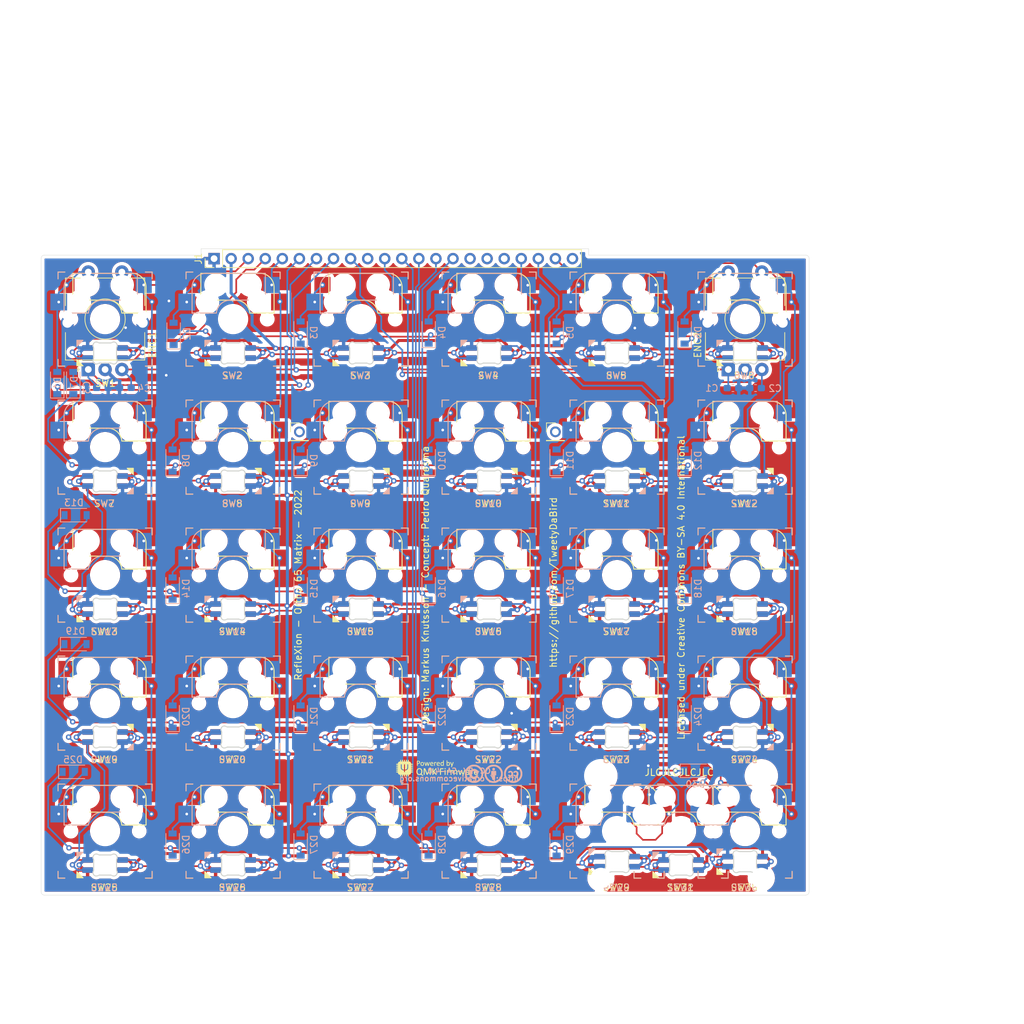
<source format=kicad_pcb>
(kicad_pcb (version 20211014) (generator pcbnew)
  (title_block (title "RefleXion 60 - Matrix") (date "2022-09-26") (rev "1.0.0") (company "Tweety's Wild Thinking") (comment 1 "Design: Markus Knutsson <markus.knutsson@tweety.se>") (comment 2 "Concept: Pedro Quaresma <pq@live.ie>") (comment 3 "https://github.com/TweetyDaBird") (comment 4 "Licensed under Creative Commons BY-SA 4.0 International"))
  (layers (0 "F.Cu" signal) (31 "B.Cu" signal) (34 "B.Paste" user) (35 "F.Paste" user) (36 "B.SilkS" user "B.Silkscreen") (37 "F.SilkS" user "F.Silkscreen") (38 "B.Mask" user) (39 "F.Mask" user) (44 "Edge.Cuts" user))
  (net 0 "")
  (net 1 "Row0")
  (net 2 "Net-(D4-Pad2)")
  (net 3 "Row1")
  (net 4 "Net-(D8-Pad2)")
  (net 5 "Row2")
  (net 6 "Net-(D13-Pad2)")
  (net 7 "Row3")
  (net 8 "Net-(D17-Pad2)")
  (net 9 "Net-(D18-Pad2)")
  (net 10 "Row4")
  (net 11 "Net-(D24-Pad2)")
  (net 12 "Net-(D26-Pad2)")
  (net 13 "Net-(D27-Pad2)")
  (net 14 "Net-(D29-Pad2)")
  (net 15 "Net-(D30-Pad2)")
  (net 16 "Col0")
  (net 17 "Col1")
  (net 18 "Col2")
  (net 19 "Col3")
  (net 20 "Col4")
  (net 21 "Col5")
  (net 22 "Col6")
  (net 23 "Net-(D2-Pad2)")
  (net 24 "Net-(D3-Pad2)")
  (net 25 "Net-(D5-Pad2)")
  (net 26 "Net-(D9-Pad2)")
  (net 27 "Net-(D10-Pad2)")
  (net 28 "Net-(D11-Pad2)")
  (net 29 "Net-(D12-Pad2)")
  (net 30 "Net-(D15-Pad2)")
  (net 31 "Net-(D16-Pad2)")
  (net 32 "Net-(D19-Pad2)")
  (net 33 "Net-(D20-Pad2)")
  (net 34 "Net-(D22-Pad2)")
  (net 35 "Net-(D23-Pad2)")
  (net 36 "Net-(D25-Pad2)")
  (net 37 "Enc1")
  (net 38 "Enc2")
  (net 39 "A2")
  (net 40 "B2")
  (net 41 "GND")
  (net 42 "A1")
  (net 43 "B1")
  (net 44 "VCC")
  (net 45 "SDA")
  (net 46 "SCL")
  (net 47 "RGB")
  (net 48 "Net-(LED1-Pad2)")
  (net 49 "Net-(LED2-Pad2)")
  (net 50 "Net-(LED3-Pad2)")
  (net 51 "Net-(LED4-Pad2)")
  (net 52 "Net-(LED5-Pad2)")
  (net 53 "Net-(LED7-Pad4)")
  (net 54 "Net-(LED10-Pad4)")
  (net 55 "Net-(LED8-Pad4)")
  (net 56 "Net-(LED10-Pad2)")
  (net 57 "Net-(LED13-Pad2)")
  (net 58 "Net-(LED14-Pad2)")
  (net 59 "Net-(LED19-Pad4)")
  (net 60 "Net-(LED15-Pad2)")
  (net 61 "Net-(LED16-Pad2)")
  (net 62 "Net-(LED17-Pad2)")
  (net 63 "Net-(LED18-Pad2)")
  (net 64 "Net-(LED19-Pad2)")
  (net 65 "Net-(LED20-Pad4)")
  (net 66 "Net-(LED21-Pad4)")
  (net 67 "Net-(LED29-Pad2)")
  (net 68 "Net-(LED25-Pad2)")
  (net 69 "Net-(LED26-Pad2)")
  (net 70 "Net-(LED27-Pad2)")
  (net 71 "Net-(LED11-Pad4)")
  (net 72 "Net-(LED12-Pad4)")
  (net 73 "Net-(LED13-Pad4)")
  (net 74 "Net-(LED22-Pad4)")
  (net 75 "Net-(LED23-Pad4)")
  (net 76 "Net-(D7-Pad2)")
  (net 77 "Net-(D14-Pad2)")
  (net 78 "Net-(D21-Pad2)")
  (net 79 "Net-(D28-Pad2)")
  (net 84 "Net-(LED31-Pad4)")
  (footprint "Keyboard RGB:MX_SK6812MINI-E_REVERSIBLE" (layer "F.Cu") (at 110.89 52.54 180)
    (fp_text reference "LED4" hide)
    (fp_text value "SK6812MINI-E")
    (fp_line (start -0.794452 -1.5) (end 0.794453 -1.5) (layer "Edge.Cuts") (width 0.15))
    (fp_line (start 0.794452 1.499999) (end -0.794452 1.499999) (layer "Edge.Cuts") (width 0.15))
    (fp_line (start 1.699999 -0.702843) (end 1.699999 0.702841) (layer "Edge.Cuts") (width 0.15))
    (fp_line (start -1.699999 0.702841) (end -1.699999 -0.702843) (layer "Edge.Cuts") (width 0.15))
    (fp_arc (start 1.749484 0.919718) (mid 1.638072 1.504034) (end 1.046711 1.568298) (layer "Edge.Cuts") (width 0.15))
    (fp_arc (start 1.046711 -1.568299) (mid 0.925123 -1.517377) (end 0.794453 -1.5) (layer "Edge.Cuts") (width 0.15))
    (fp_arc (start -1.046711 1.568296) (mid -1.63807 1.504033) (end -1.749484 0.919719) (layer "Edge.Cuts") (width 0.15))
    (fp_arc (start 0.794452 1.499999) (mid 0.925123 1.517376) (end 1.046711 1.568298) (layer "Edge.Cuts") (width 0.15))
    (fp_arc (start -1.699999 0.702842) (mid -1.712527 0.814067) (end -1.749484 0.919719) (layer "Edge.Cuts") (width 0.15))
    (fp_arc (start -0.794453 -1.500001) (mid -0.925123 -1.517378) (end -1.046711 -1.5683) (layer "Edge.Cuts") (width 0.15))
    (fp_arc (start -1.749484 -0.919721) (mid -1.712527 -0.814069) (end -1.699999 -0.702843) (layer "Edge.Cuts") (width 0.15))
    (fp_arc (start 1.046711 -1.568299) (mid 1.638071 -1.504036) (end 1.749484 -0.919721) (layer "Edge.Cuts") (width 0.15))
    (fp_arc (start -1.749484 -0.919721) (mid -1.638071 -1.504036) (end -1.046711 -1.5683) (layer "Edge.Cuts") (width 0.15))
    (fp_arc (start -1.04671 1.568298) (mid -0.925122 1.517376) (end -0.794452 1.499999) (layer "Edge.Cuts") (width 0.15))
    (fp_arc (start 1.699999 -0.702844) (mid 1.712525 -0.81407) (end 1.749484 -0.919721) (layer "Edge.Cuts") (width 0.15))
    (fp_arc (start 1.749484 0.919719) (mid 1.712517 0.81407) (end 1.699999 0.702841) (layer "Edge.Cuts") (width 0.15))
  )
  (footprint "Keyboard Switches:SW_MX_HotSwap_Reversible" (layer "F.Cu") (at 129.94 123.69)
    (fp_text reference "SW29" hide)
    (fp_text value "SW_Push" hide)
  )
  (footprint "Keyboard Switches:SW_MX_HotSwap_Reversible" (layer "F.Cu") (at 110.89 66.54)
    (fp_text reference "SW10" hide)
    (fp_text value "SW_Push" hide)
  )
  (footprint "Keyboard Switches:SW_MX_HotSwap_Reversible" (layer "F.Cu") (at 72.79 123.69)
    (fp_text reference "SW26" hide)
    (fp_text value "SW_Push" hide)
  )
  (footprint "Keyboard RGB:MX_SK6812MINI-E_REVERSIBLE" (layer "F.Cu") (at 91.84 109.69)
    (fp_text reference "LED21" hide)
    (fp_text value "SK6812MINI-E")
    (fp_line (start -1.699999 0.702841) (end -1.699999 -0.702843) (layer "Edge.Cuts") (width 0.15))
    (fp_line (start 0.794452 1.499999) (end -0.794452 1.499999) (layer "Edge.Cuts") (width 0.15))
    (fp_line (start 1.699999 -0.702843) (end 1.699999 0.702841) (layer "Edge.Cuts") (width 0.15))
    (fp_line (start -0.794452 -1.5) (end 0.794453 -1.5) (layer "Edge.Cuts") (width 0.15))
    (fp_arc (start -0.794453 -1.500001) (mid -0.925123 -1.517378) (end -1.046711 -1.5683) (layer "Edge.Cuts") (width 0.15))
    (fp_arc (start -1.04671 1.568298) (mid -0.925122 1.517376) (end -0.794452 1.499999) (layer "Edge.Cuts") (width 0.15))
    (fp_arc (start 1.699999 -0.702844) (mid 1.712525 -0.81407) (end 1.749484 -0.919721) (layer "Edge.Cuts") (width 0.15))
    (fp_arc (start 0.794452 1.499999) (mid 0.925123 1.517376) (end 1.046711 1.568298) (layer "Edge.Cuts") (width 0.15))
    (fp_arc (start 1.749484 0.919719) (mid 1.712517 0.81407) (end 1.699999 0.702841) (layer "Edge.Cuts") (width 0.15))
    (fp_arc (start -1.699999 0.702842) (mid -1.712527 0.814067) (end -1.749484 0.919719) (layer "Edge.Cuts") (width 0.15))
    (fp_arc (start -1.749484 -0.919721) (mid -1.712527 -0.814069) (end -1.699999 -0.702843) (layer "Edge.Cuts") (width 0.15))
    (fp_arc (start -1.749484 -0.919721) (mid -1.638071 -1.504036) (end -1.046711 -1.5683) (layer "Edge.Cuts") (width 0.15))
    (fp_arc (start -1.046711 1.568296) (mid -1.63807 1.504033) (end -1.749484 0.919719) (layer "Edge.Cuts") (width 0.15))
    (fp_arc (start 1.749484 0.919718) (mid 1.638072 1.504034) (end 1.046711 1.568298) (layer "Edge.Cuts") (width 0.15))
    (fp_arc (start 1.046711 -1.568299) (mid 1.638071 -1.504036) (end 1.749484 -0.919721) (layer "Edge.Cuts") (width 0.15))
    (fp_arc (start 1.046711 -1.568299) (mid 0.925123 -1.517377) (end 0.794453 -1.5) (layer "Edge.Cuts") (width 0.15))
  )
  (footprint "Keyboard Switches:SW_MX_HotSwap_Reversible" (layer "F.Cu") (at 110.89 123.69)
    (fp_text reference "SW28" hide)
    (fp_text value "SW_Push" hide)
  )
  (footprint "Keyboard Switches:SW_MX_HotSwap_Reversible" (layer "F.Cu") (at 148.99 123.69)
    (fp_text reference "SW30" hide)
    (fp_text value "SW_Push" hide)
  )
  (footprint "Keyboard RGB:MX_SK6812MINI-E_REVERSIBLE" (layer "F.Cu") (at 53.74 71.59)
    (fp_text reference "LED7" hide)
    (fp_text value "SK6812MINI-E")
    (fp_line (start -1.699999 0.702841) (end -1.699999 -0.702843) (layer "Edge.Cuts") (width 0.15))
    (fp_line (start 1.699999 -0.702843) (end 1.699999 0.702841) (layer "Edge.Cuts") (width 0.15))
    (fp_line (start -0.794452 -1.5) (end 0.794453 -1.5) (layer "Edge.Cuts") (width 0.15))
    (fp_line (start 0.794452 1.499999) (end -0.794452 1.499999) (layer "Edge.Cuts") (width 0.15))
    (fp_arc (start 0.794452 1.499999) (mid 0.925123 1.517376) (end 1.046711 1.568298) (layer "Edge.Cuts") (width 0.15))
    (fp_arc (start 1.046711 -1.568299) (mid 1.638071 -1.504036) (end 1.749484 -0.919721) (layer "Edge.Cuts") (width 0.15))
    (fp_arc (start -1.046711 1.568296) (mid -1.63807 1.504033) (end -1.749484 0.919719) (layer "Edge.Cuts") (width 0.15))
    (fp_arc (start -0.794453 -1.500001) (mid -0.925123 -1.517378) (end -1.046711 -1.5683) (layer "Edge.Cuts") (width 0.15))
    (fp_arc (start 1.699999 -0.702844) (mid 1.712525 -0.81407) (end 1.749484 -0.919721) (layer "Edge.Cuts") (width 0.15))
    (fp_arc (start 1.749484 0.919718) (mid 1.638072 1.504034) (end 1.046711 1.568298) (layer "Edge.Cuts") (width 0.15))
    (fp_arc (start -1.749484 -0.919721) (mid -1.638071 -1.504036) (end -1.046711 -1.5683) (layer "Edge.Cuts") (width 0.15))
    (fp_arc (start -1.699999 0.702842) (mid -1.712527 0.814067) (end -1.749484 0.919719) (layer "Edge.Cuts") (width 0.15))
    (fp_arc (start -1.749484 -0.919721) (mid -1.712527 -0.814069) (end -1.699999 -0.702843) (layer "Edge.Cuts") (width 0.15))
    (fp_arc (start 1.749484 0.919719) (mid 1.712517 0.81407) (end 1.699999 0.702841) (layer "Edge.Cuts") (width 0.15))
    (fp_arc (start 1.046711 -1.568299) (mid 0.925123 -1.517377) (end 0.794453 -1.5) (layer "Edge.Cuts") (width 0.15))
    (fp_arc (start -1.04671 1.568298) (mid -0.925122 1.517376) (end -0.794452 1.499999) (layer "Edge.Cuts") (width 0.15))
  )
  (footprint "Keyboard RGB:MX_SK6812MINI-E_REVERSIBLE" (layer "F.Cu") (at 129.94 90.64 180)
    (fp_text reference "LED17" hide)
    (fp_text value "SK6812MINI-E")
    (fp_line (start -0.794452 -1.5) (end 0.794453 -1.5) (layer "Edge.Cuts") (width 0.15))
    (fp_line (start 0.794452 1.499999) (end -0.794452 1.499999) (layer "Edge.Cuts") (width 0.15))
    (fp_line (start -1.699999 0.702841) (end -1.699999 -0.702843) (layer "Edge.Cuts") (width 0.15))
    (fp_line (start 1.699999 -0.702843) (end 1.699999 0.702841) (layer "Edge.Cuts") (width 0.15))
    (fp_arc (start 1.046711 -1.568299) (mid 1.638071 -1.504036) (end 1.749484 -0.919721) (layer "Edge.Cuts") (width 0.15))
    (fp_arc (start 1.749484 0.919719) (mid 1.712517 0.81407) (end 1.699999 0.702841) (layer "Edge.Cuts") (width 0.15))
    (fp_arc (start -1.749484 -0.919721) (mid -1.638071 -1.504036) (end -1.046711 -1.5683) (layer "Edge.Cuts") (width 0.15))
    (fp_arc (start -1.749484 -0.919721) (mid -1.712527 -0.814069) (end -1.699999 -0.702843) (layer "Edge.Cuts") (width 0.15))
    (fp_arc (start 1.046711 -1.568299) (mid 0.925123 -1.517377) (end 0.794453 -1.5) (layer "Edge.Cuts") (width 0.15))
    (fp_arc (start 1.699999 -0.702844) (mid 1.712525 -0.81407) (end 1.749484 -0.919721) (layer "Edge.Cuts") (width 0.15))
    (fp_arc (start -1.699999 0.702842) (mid -1.712527 0.814067) (end -1.749484 0.919719) (layer "Edge.Cuts") (width 0.15))
    (fp_arc (start -1.04671 1.568298) (mid -0.925122 1.517376) (end -0.794452 1.499999) (layer "Edge.Cuts") (width 0.15))
    (fp_arc (start 0.794452 1.499999) (mid 0.925123 1.517376) (end 1.046711 1.568298) (layer "Edge.Cuts") (width 0.15))
    (fp_arc (start -0.794453 -1.500001) (mid -0.925123 -1.517378) (end -1.046711 -1.5683) (layer "Edge.Cuts") (width 0.15))
    (fp_arc (start 1.749484 0.919718) (mid 1.638072 1.504034) (end 1.046711 1.568298) (layer "Edge.Cuts") (width 0.15))
    (fp_arc (start -1.046711 1.568296) (mid -1.63807 1.504033) (end -1.749484 0.919719) (layer "Edge.Cuts") (width 0.15))
  )
  (footprint "Keyboard Switches:SW_MX_HotSwap_Reversible" (layer "F.Cu") (at 91.84 47.49)
    (fp_text reference "SW3" hide)
    (fp_text value "SW_Push" hide)
  )
  (footprint "Keyboard Common:Spacer PCB hole" (layer "F.Cu") (at 179.892 17.4244)
    (fp_text reference "H3" hide)
    (fp_text value "Spacer_PCB" hide)
  )
  (footprint "Keyboard RGB:MX_SK6812MINI-E_REVERSIBLE" (layer "F.Cu") (at 72.79 52.54 180)
    (fp_text reference "LED2" hide)
    (fp_text value "SK6812MINI-E")
    (fp_line (start 0.794452 1.499999) (end -0.794452 1.499999) (layer "Edge.Cuts") (width 0.15))
    (fp_line (start 1.699999 -0.702843) (end 1.699999 0.702841) (layer "Edge.Cuts") (width 0.15))
    (fp_line (start -1.699999 0.702841) (end -1.699999 -0.702843) (layer "Edge.Cuts") (width 0.15))
    (fp_line (start -0.794452 -1.5) (end 0.794453 -1.5) (layer "Edge.Cuts") (width 0.15))
    (fp_arc (start -1.749484 -0.919721) (mid -1.712527 -0.814069) (end -1.699999 -0.702843) (layer "Edge.Cuts") (width 0.15))
    (fp_arc (start 1.046711 -1.568299) (mid 0.925123 -1.517377) (end 0.794453 -1.5) (layer "Edge.Cuts") (width 0.15))
    (fp_arc (start -0.794453 -1.500001) (mid -0.925123 -1.517378) (end -1.046711 -1.5683) (layer "Edge.Cuts") (width 0.15))
    (fp_arc (start 1.699999 -0.702844) (mid 1.712525 -0.81407) (end 1.749484 -0.919721) (layer "Edge.Cuts") (width 0.15))
    (fp_arc (start -1.699999 0.702842) (mid -1.712527 0.814067) (end -1.749484 0.919719) (layer "Edge.Cuts") (width 0.15))
    (fp_arc (start -1.04671 1.568298) (mid -0.925122 1.517376) (end -0.794452 1.499999) (layer "Edge.Cuts") (width 0.15))
    (fp_arc (start 1.749484 0.919718) (mid 1.638072 1.504034) (end 1.046711 1.568298) (layer "Edge.Cuts") (width 0.15))
    (fp_arc (start 1.749484 0.919719) (mid 1.712517 0.81407) (end 1.699999 0.702841) (layer "Edge.Cuts") (width 0.15))
    (fp_arc (start -1.046711 1.568296) (mid -1.63807 1.504033) (end -1.749484 0.919719) (layer "Edge.Cuts") (width 0.15))
    (fp_arc (start -1.749484 -0.919721) (mid -1.638071 -1.504036) (end -1.046711 -1.5683) (layer "Edge.Cuts") (width 0.15))
    (fp_arc (start 1.046711 -1.568299) (mid 1.638071 -1.504036) (end 1.749484 -0.919721) (layer "Edge.Cuts") (width 0.15))
    (fp_arc (start 0.794452 1.499999) (mid 0.925123 1.517376) (end 1.046711 1.568298) (layer "Edge.Cuts") (width 0.15))
  )
  (footprint "Keyboard Switches:SW_MX_HotSwap_Reversible" (layer "F.Cu") (at 148.99 104.64)
    (fp_text reference "SW24" hide)
    (fp_text value "SW_Push" hide)
  )
  (footprint "Keyboard Switches:SW_MX_HotSwap_Reversible" (layer "F.Cu") (at 91.84 123.69)
    (fp_text reference "SW27" hide)
    (fp_text value "SW_Push" hide)
  )
  (footprint "Keyboard Switches:SW_MX_HotSwap_Reversible" (layer "F.Cu") (at 148.99 66.54)
    (fp_text reference "SW12" hide)
    (fp_text value "SW_Push" hide)
  )
  (footprint "Keyboard Common:Spacer PCB hole" (layer "F.Cu") (at 170.942 26.3744)
    (fp_text reference "H2" hide)
    (fp_text value "Spacer_PCB" hide)
  )
  (footprint "Keyboard RGB:MX_SK6812MINI-E_REVERSIBLE" (layer "F.Cu") (at 53.74 128.74 180)
    (fp_text reference "LED25" hide)
    (fp_text value "SK6812MINI-E")
    (fp_line (start 0.794452 1.499999) (end -0.794452 1.499999) (layer "Edge.Cuts") (width 0.15))
    (fp_line (start 1.699999 -0.702843) (end 1.699999 0.702841) (layer "Edge.Cuts") (width 0.15))
    (fp_line (start -0.794452 -1.5) (end 0.794453 -1.5) (layer "Edge.Cuts") (width 0.15))
    (fp_line (start -1.699999 0.702841) (end -1.699999 -0.702843) (layer "Edge.Cuts") (width 0.15))
    (fp_arc (start 1.699999 -0.702844) (mid 1.712525 -0.81407) (end 1.749484 -0.919721) (layer "Edge.Cuts") (width 0.15))
    (fp_arc (start 1.749484 0.919719) (mid 1.712517 0.81407) (end 1.699999 0.702841) (layer "Edge.Cuts") (width 0.15))
    (fp_arc (start 1.046711 -1.568299) (mid 1.638071 -1.504036) (end 1.749484 -0.919721) (layer "Edge.Cuts") (width 0.15))
    (fp_arc (start 0.794452 1.499999) (mid 0.925123 1.517376) (end 1.046711 1.568298) (layer "Edge.Cuts") (width 0.15))
    (fp_arc (start -1.046711 1.568296) (mid -1.63807 1.504033) (end -1.749484 0.919719) (layer "Edge.Cuts") (width 0.15))
    (fp_arc (start -1.749484 -0.919721) (mid -1.712527 -0.814069) (end -1.699999 -0.702843) (layer "Edge.Cuts") (width 0.15))
    (fp_arc (start -1.699999 0.702842) (mid -1.712527 0.814067) (end -1.749484 0.919719) (layer "Edge.Cuts") (width 0.15))
    (fp_arc (start 1.749484 0.919718) (mid 1.638072 1.504034) (end 1.046711 1.568298) (layer "Edge.Cuts") (width 0.15))
    (fp_arc (start -1.749484 -0.919721) (mid -1.638071 -1.504036) (end -1.046711 -1.5683) (layer "Edge.Cuts") (width 0.15))
    (fp_arc (start 1.046711 -1.568299) (mid 0.925123 -1.517377) (end 0.794453 -1.5) (layer "Edge.Cuts") (width 0.15))
    (fp_arc (start -0.794453 -1.500001) (mid -0.925123 -1.517378) (end -1.046711 -1.5683) (layer "Edge.Cuts") (width 0.15))
    (fp_arc (start -1.04671 1.568298) (mid -0.925122 1.517376) (end -0.794452 1.499999) (layer "Edge.Cuts") (width 0.15))
  )
  (footprint "Keyboard RGB:MX_SK6812MINI-E_REVERSIBLE" (layer "F.Cu") (at 72.79 109.69)
    (fp_text reference "LED20" hide)
    (fp_text value "SK6812MINI-E")
    (fp_line (start 1.699999 -0.702843) (end 1.699999 0.702841) (layer "Edge.Cuts") (width 0.15))
    (fp_line (start -0.794452 -1.5) (end 0.794453 -1.5) (layer "Edge.Cuts") (width 0.15))
    (fp_line (start 0.794452 1.499999) (end -0.794452 1.499999) (layer "Edge.Cuts") (width 0.15))
    (fp_line (start -1.699999 0.702841) (end -1.699999 -0.702843) (layer "Edge.Cuts") (width 0.15))
    (fp_arc (start 0.794452 1.499999) (mid 0.925123 1.517376) (end 1.046711 1.568298) (layer "Edge.Cuts") (width 0.15))
    (fp_arc (start -0.794453 -1.500001) (mid -0.925123 -1.517378) (end -1.046711 -1.5683) (layer "Edge.Cuts") (width 0.15))
    (fp_arc (start -1.749484 -0.919721) (mid -1.712527 -0.814069) (end -1.699999 -0.702843) (layer "Edge.Cuts") (width 0.15))
    (fp_arc (start 1.749484 0.919718) (mid 1.638072 1.504034) (end 1.046711 1.568298) (layer "Edge.Cuts") (width 0.15))
    (fp_arc (start -1.046711 1.568296) (mid -1.63807 1.504033) (end -1.749484 0.919719) (layer "Edge.Cuts") (width 0.15))
    (fp_arc (start -1.699999 0.702842) (mid -1.712527 0.814067) (end -1.749484 0.919719) (layer "Edge.Cuts") (width 0.15))
    (fp_arc (start 1.046711 -1.568299) (mid 0.925123 -1.517377) (end 0.794453 -1.5) (layer "Edge.Cuts") (width 0.15))
    (fp_arc (start -1.749484 -0.919721) (mid -1.638071 -1.504036) (end -1.046711 -1.5683) (layer "Edge.Cuts") (width 0.15))
    (fp_arc (start 1.046711 -1.568299) (mid 1.638071 -1.504036) (end 1.749484 -0.919721) (layer "Edge.Cuts") (width 0.15))
    (fp_arc (start -1.04671 1.568298) (mid -0.925122 1.517376) (end -0.794452 1.499999) (layer "Edge.Cuts") (width 0.15))
    (fp_arc (start 1.699999 -0.702844) (mid 1.712525 -0.81407) (end 1.749484 -0.919721) (layer "Edge.Cuts") (width 0.15))
    (fp_arc (start 1.749484 0.919719) (mid 1.712517 0.81407) (end 1.699999 0.702841) (layer "Edge.Cuts") (width 0.15))
  )
  (footprint "Keyboard Switches:SW_MX_HotSwap_Reversible" (layer "F.Cu") (at 53.74 66.54)
    (fp_text reference "SW7" hide)
    (fp_text value "SW_Push" hide)
  )
  (footprint "Keyboard Switches:SW_MX_HotSwap_Reversible" (layer "F.Cu") (at 72.79 66.54)
    (fp_text reference "SW8" hide)
    (fp_text value "SW_Push" hide)
  )
  (footprint "Keyboard RGB:MX_SK6812MINI-E_REVERSIBLE" (layer "F.Cu") (at 148.99 52.54 180)
    (fp_text reference "LED6" hide)
    (fp_text value "SK6812MINI-E")
    (fp_line (start 1.699999 -0.702843) (end 1.699999 0.702841) (layer "Edge.Cuts") (width 0.15))
    (fp_line (start 0.794452 1.499999) (end -0.794452 1.499999) (layer "Edge.Cuts") (width 0.15))
    (fp_line (start -0.794452 -1.5) (end 0.794453 -1.5) (layer "Edge.Cuts") (width 0.15))
    (fp_line (start -1.699999 0.702841) (end -1.699999 -0.702843) (layer "Edge.Cuts") (width 0.15))
    (fp_arc (start 1.749484 0.919718) (mid 1.638072 1.504034) (end 1.046711 1.568298) (layer "Edge.Cuts") (width 0.15))
    (fp_arc (start 1.046711 -1.568299) (mid 1.638071 -1.504036) (end 1.749484 -0.919721) (layer "Edge.Cuts") (width 0.15))
    (fp_arc (start -1.699999 0.702842) (mid -1.712527 0.814067) (end -1.749484 0.919719) (layer "Edge.Cuts") (width 0.15))
    (fp_arc (start 1.699999 -0.702844) (mid 1.712525 -0.81407) (end 1.749484 -0.919721) (layer "Edge.Cuts") (width 0.15))
    (fp_arc (start 1.046711 -1.568299) (mid 0.925123 -1.517377) (end 0.794453 -1.5) (layer "Edge.Cuts") (width 0.15))
    (fp_arc (start -1.046711 1.568296) (mid -1.63807 1.504033) (end -1.749484 0.919719) (layer "Edge.Cuts") (width 0.15))
    (fp_arc (start -0.794453 -1.500001) (mid -0.925123 -1.517378) (end -1.046711 -1.5683) (layer "Edge.Cuts") (width 0.15))
    (fp_arc (start 0.794452 1.499999) (mid 0.925123 1.517376) (end 1.046711 1.568298) (layer "Edge.Cuts") (width 0.15))
    (fp_arc (start -1.749484 -0.919721) (mid -1.712527 -0.814069) (end -1.699999 -0.702843) (layer "Edge.Cuts") (width 0.15))
    (fp_arc (start -1.04671 1.568298) (mid -0.925122 1.517376) (end -0.794452 1.499999) (layer "Edge.Cuts") (width 0.15))
    (fp_arc (start 1.749484 0.919719) (mid 1.712517 0.81407) (end 1.699999 0.702841) (layer "Edge.Cuts") (width 0.15))
    (fp_arc (start -1.749484 -0.919721) (mid -1.638071 -1.504036) (end -1.046711 -1.5683) (layer "Edge.Cuts") (width 0.15))
  )
  (footprint "Keyboard Switches:SW_MX_HotSwap_Reversible" (layer "F.Cu") (at 148.99 85.59)
    (fp_text reference "SW18" hide)
    (fp_text value "SW_Push" hide)
  )
  (footprint "Connector_PinHeader_2.54mm:PinHeader_1x01_P2.54mm_Vertical" (layer "F.Cu") (at 82.66 64.27)
    (fp_text reference "J2" hide)
    (fp_text value "Conn_01x01")
  )
  (footprint "Keyboard Switches:SW_MX_HotSwap_Reversible" (layer "F.Cu") (at 110.89 85.59)
    (fp_text reference "SW16" hide)
    (fp_text value "SW_Push" hide)
  )
  (footprint "Keyboard Switches:SW_MX_HotSwap_Reversible" (layer "F.Cu") (at 129.94 66.54)
    (fp_text reference "SW11" hide)
    (fp_text value "SW_Push" hide)
  )
  (footprint "Keyboard Switches:SW_MX_HotSwap_Reversible" (layer "F.Cu") (at 110.89 47.49)
    (fp_text reference "SW4" hide)
    (fp_text value "SW_Push" hide)
  )
  (footprint "Keyboard RGB:MX_SK6812MINI-E_REVERSIBLE" (layer "F.Cu") (at 139.465 128.74 180)
    (fp_text reference "LED30" hide)
    (fp_text value "SK6812MINI-E")
    (fp_line (start 1.699999 -0.702843) (end 1.699999 0.702841) (layer "Edge.Cuts") (width 0.15))
    (fp_line (start -0.794452 -1.5) (end 0.794453 -1.5) (layer "Edge.Cuts") (width 0.15))
    (fp_line (start 0.794452 1.499999) (end -0.794452 1.499999) (layer "Edge.Cuts") (width 0.15))
    (fp_line (start -1.699999 0.702841) (end -1.699999 -0.702843) (layer "Edge.Cuts") (width 0.15))
    (fp_arc (start 1.749484 0.919719) (mid 1.712511 0.81407) (end 1.699999 0.702841) (layer "Edge.Cuts") (width 0.15))
    (fp_arc (start 1.749484 0.919718) (mid 1.638072 1.504034) (end 1.046711 1.568298) (layer "Edge.Cuts") (width 0.15))
    (fp_arc (start 1.046711 -1.568299) (mid 0.925123 -1.517377) (end 0.794453 -1.5) (layer "Edge.Cuts") (width 0.15))
    (fp_arc (start 0.794452 1.499999) (mid 0.925123 1.517376) (end 1.046711 1.568298) (layer "Edge.Cuts") (width 0.15))
    (fp_arc (start -0.794453 -1.500001) (mid -0.925123 -1.517378) (end -1.046711 -1.5683) (layer "Edge.Cuts") (width 0.15))
    (fp_arc (start 1.046711 -1.568299) (mid 1.638071 -1.504036) (end 1.749484 -0.919721) (layer "Edge.Cuts") (width 0.15))
    (fp_arc (start -1.699999 0.702842) (mid -1.712527 0.814067) (end -1.749484 0.919719) (layer "Edge.Cuts") (width 0.15))
    (fp_arc (start -1.749484 -0.919721) (mid -1.638071 -1.504036) (end -1.046711 -1.5683) (layer "Edge.Cuts") (width 0.15))
    (fp_arc (start 1.699999 -0.702844) (mid 1.712526 -0.81407) (end 1.749484 -0.919721) (layer "Edge.Cuts") (width 0.15))
    (fp_arc (start -1.046711 1.568296) (mid -1.63807 1.504033) (end -1.749484 0.919719) (layer "Edge.Cuts") (width 0.15))
    (fp_arc (start -1.04671 1.568298) (mid -0.925122 1.517376) (end -0.794452 1.499999) (layer "Edge.Cuts") (width 0.15))
    (fp_arc (start -1.749484 -0.919721) (mid -1.712527 -0.814069) (end -1.699999 -0.702843) (layer "Edge.Cuts") (width 0.15))
  )
  (footprint "Keyboard RGB:MX_SK6812MINI-E_REVERSIBLE" (layer "F.Cu") (at 148.99 90.64 180)
    (fp_text reference "LED18" hide)
    (fp_text value "SK6812MINI-E")
    (fp_line (start -0.794452 -1.5) (end 0.794453 -1.5) (layer "Edge.Cuts") (width 0.15))
    (fp_line (start 0.794452 1.499999) (end -0.794452 1.499999) (layer "Edge.Cuts") (width 0.15))
    (fp_line (start 1.699999 -0.702843) (end 1.699999 0.702841) (layer "Edge.Cuts") (width 0.15))
    (fp_line (start -1.699999 0.702841) (end -1.699999 -0.702843) (layer "Edge.Cuts") (width 0.15))
    (fp_arc (start 1.046711 -1.568299) (mid 0.925123 -1.517377) (end 0.794453 -1.5) (layer "Edge.Cuts") (width 0.15))
    (fp_arc (start -1.04671 1.568298) (mid -0.925122 1.517376) (end -0.794452 1.499999) (layer "Edge.Cuts") (width 0.15))
    (fp_arc (start 1.749484 0.919718) (mid 1.638072 1.504034) (end 1.046711 1.568298) (layer "Edge.Cuts") (width 0.15))
    (fp_arc (start -1.699999 0.702842) (mid -1.712527 0.814067) (end -1.749484 0.919719) (layer "Edge.Cuts") (width 0.15))
    (fp_arc (start 1.749484 0.919719) (mid 1.712517 0.81407) (end 1.699999 0.702841) (layer "Edge.Cuts") (width 0.15))
    (fp_arc (start -0.794453 -1.500001) (mid -0.925123 -1.517378) (end -1.046711 -1.5683) (layer "Edge.Cuts") (width 0.15))
    (fp_arc (start -1.046711 1.568296) (mid -1.63807 1.504033) (end -1.749484 0.919719) (layer "Edge.Cuts") (width 0.15))
    (fp_arc (start 0.794452 1.499999) (mid 0.925123 1.517376) (end 1.046711 1.568298) (layer "Edge.Cuts") (width 0.15))
    (fp_arc (start -1.749484 -0.919721) (mid -1.638071 -1.504036) (end -1.046711 -1.5683) (layer "Edge.Cuts") (width 0.15))
    (fp_arc (start 1.699999 -0.702844) (mid 1.712525 -0.81407) (end 1.749484 -0.919721) (layer "Edge.Cuts") (width 0.15))
    (fp_arc (start -1.749484 -0.919721) (mid -1.712527 -0.814069) (end -1.699999 -0.702843) (layer "Edge.Cuts") (width 0.15))
    (fp_arc (start 1.046711 -1.568299) (mid 1.638071 -1.504036) (end 1.749484 -0.919721) (layer "Edge.Cuts") (width 0.15))
  )
  (footprint "Keyboard RGB:MX_SK6812MINI-E_REVERSIBLE" (layer "F.Cu") (at 72.79 90.64 180)
    (fp_text reference "LED14" hide)
    (fp_text value "SK6812MINI-E")
    (fp_line (start 0.794452 1.499999) (end -0.794452 1.499999) (layer "Edge.Cuts") (width 0.15))
    (fp_line (start 1.699999 -0.702843) (end 1.699999 0.702841) (layer "Edge.Cuts") (width 0.15))
    (fp_line (start -1.699999 0.702841) (end -1.699999 -0.702843) (layer "Edge.Cuts") (width 0.15))
    (fp_line (start -0.794452 -1.5) (end 0.794453 -1.5) (layer "Edge.Cuts") (width 0.15))
    (fp_arc (start 1.749484 0.919719) (mid 1.712517 0.81407) (end 1.699999 0.702841) (layer "Edge.Cuts") (width 0.15))
    (fp_arc (start 1.749484 0.919718) (mid 1.638072 1.504034) (end 1.046711 1.568298) (layer "Edge.Cuts") (width 0.15))
    (fp_arc (start 1.046711 -1.568299) (mid 0.925123 -1.517377) (end 0.794453 -1.5) (layer "Edge.Cuts") (width 0.15))
    (fp_arc (start 1.046711 -1.568299) (mid 1.638071 -1.504036) (end 1.749484 -0.919721) (layer "Edge.Cuts") (width 0.15))
    (fp_arc (start -1.699999 0.702842) (mid -1.712527 0.814067) (end -1.749484 0.919719) (layer "Edge.Cuts") (width 0.15))
    (fp_arc (start -1.046711 1.568296) (mid -1.63807 1.504033) (end -1.749484 0.919719) (layer "Edge.Cuts") (width 0.15))
    (fp_arc (start -0.794453 -1.500001) (mid -0.925123 -1.517378) (end -1.046711 -1.5683) (layer "Edge.Cuts") (width 0.15))
    (fp_arc (start -1.04671 1.568298) (mid -0.925122 1.517376) (end -0.794452 1.499999) (layer "Edge.Cuts") (width 0.15))
    (fp_arc (start 1.699999 -0.702844) (mid 1.712525 -0.81407) (end 1.749484 -0.919721) (layer "Edge.Cuts") (width 0.15))
    (fp_arc (start -1.749484 -0.919721) (mid -1.638071 -1.504036) (end -1.046711 -1.5683) (layer "Edge.Cuts") (width 0.15))
    (fp_arc (start 0.794452 1.499999) (mid 0.925123 1.517376) (end 1.046711 1.568298) (layer "Edge.Cuts") (width 0.15))
    (fp_arc (start -1.749484 -0.919721) (mid -1.712527 -0.814069) (end -1.699999 -0.702843) (layer "Edge.Cuts") (width 0.15))
  )
  (footprint "Keyboard Switches:SW_MX_HotSwap_Reversible" (layer "F.Cu") (at 72.79 85.59)
    (fp_text reference "SW14" hide)
    (fp_text value "SW_Push" hide)
  )
  (footprint "Keyboard RGB:MX_SK6812MINI-E_REVERSIBLE" (layer "F.Cu") (at 91.84 71.59)
    (fp_text reference "LED9" hide)
    (fp_text value "SK6812MINI-E")
    (fp_line (start -0.794452 -1.5) (end 0.794453 -1.5) (layer "Edge.Cuts") (width 0.15))
    (fp_line (start -1.699999 0.702841) (end -1.699999 -0.702843) (layer "Edge.Cuts") (width 0.15))
    (fp_line (start 1.699999 -0.702843) (end 1.699999 0.702841) (layer "Edge.Cuts") (width 0.15))
    (fp_line (start 0.794452 1.499999) (end -0.794452 1.499999) (layer "Edge.Cuts") (width 0.15))
    (fp_arc (start -1.699999 0.702842) (mid -1.712527 0.814067) (end -1.749484 0.919719) (layer "Edge.Cuts") (width 0.15))
    (fp_arc (start 1.749484 0.919719) (mid 1.712517 0.81407) (end 1.699999 0.702841) (layer "Edge.Cuts") (width 0.15))
    (fp_arc (start -1.749484 -0.919721) (mid -1.712527 -0.814069) (end -1.699999 -0.702843) (layer "Edge.Cuts") (width 0.15))
    (fp_arc (start -1.046711 1.568296) (mid -1.63807 1.504033) (end -1.749484 0.919719) (layer "Edge.Cuts") (width 0.15))
    (fp_arc (start 1.046711 -1.568299) (mid 1.638071 -1.504036) (end 1.749484 -0.919721) (layer "Edge.Cuts") (width 0.15))
    (fp_arc (start 1.699999 -0.702844) (mid 1.712525 -0.81407) (end 1.749484 -0.919721) (layer "Edge.Cuts") (width 0.15))
    (fp_arc (start 1.046711 -1.568299) (mid 0.925123 -1.517377) (end 0.794453 -1.5) (layer "Edge.Cuts") (width 0.15))
    (fp_arc (start -1.04671 1.568298) (mid -0.925122 1.517376) (end -0.794452 1.499999) (layer "Edge.Cuts") (width 0.15))
    (fp_arc (start -1.749484 -0.919721) (mid -1.638071 -1.504036) (end -1.046711 -1.5683) (layer "Edge.Cuts") (width 0.15))
    (fp_arc (start -0.794453 -1.500001) (mid -0.925123 -1.517378) (end -1.046711 -1.5683) (layer "Edge.Cuts") (width 0.15))
    (fp_arc (start 1.749484 0.919718) (mid 1.638072 1.504034) (end 1.046711 1.568298) (layer "Edge.Cuts") (width 0.15))
    (fp_arc (start 0.794452 1.499999) (mid 0.925123 1.517376) (end 1.046711 1.568298) (layer "Edge.Cuts") (width 0.15))
  )
  (footprint "Keyboard Common:Spacer PCB hole" (layer "F.Cu") (at 179.892 26.3744)
    (fp_text reference "H4" hide)
    (fp_text value "Spacer_PCB" hide)
  )
  (footprint "Keyboard Switches:SW_MX_HotSwap_Reversible" (layer "F.Cu") (at 91.84 85.59)
    (fp_text reference "SW15" hide)
    (fp_text value "SW_Push" hide)
  )
  (footprint "Keyboard RGB:MX_SK6812MINI-E_REVERSIBLE" (layer "F.Cu") (at 110.89 109.69)
    (fp_text reference "LED22" hide)
    (fp_text value "SK6812MINI-E")
    (fp_line (start -1.699999 0.702841) (end -1.699999 -0.702843) (layer "Edge.Cuts") (width 0.15))
    (fp_line (start 0.794452 1.499999) (end -0.794452 1.499999) (layer "Edge.Cuts") (width 0.15))
    (fp_line (start -0.794452 -1.5) (end 0.794453 -1.5) (layer "Edge.Cuts") (width 0.15))
    (fp_line (start 1.699999 -0.702843) (end 1.699999 0.702841) (layer "Edge.Cuts") (width 0.15))
    (fp_arc (start 1.046711 -1.568299) (mid 1.638071 -1.504036) (end 1.749484 -0.919721) (layer "Edge.Cuts") (width 0.15))
    (fp_arc (start 1.699999 -0.702844) (mid 1.712525 -0.81407) (end 1.749484 -0.919721) (layer "Edge.Cuts") (width 0.15))
    (fp_arc (start -1.046711 1.568296) (mid -1.63807 1.504033) (end -1.749484 0.919719) (layer "Edge.Cuts") (width 0.15))
    (fp_arc (start -0.794453 -1.500001) (mid -0.925123 -1.517378) (end -1.046711 -1.5683) (layer "Edge.Cuts") (width 0.15))
    (fp_arc (start 1.749484 0.919719) (mid 1.712517 0.81407) (end 1.699999 0.702841) (layer "Edge.Cuts") (width 0.15))
    (fp_arc (start 1.749484 0.919718) (mid 1.638072 1.504034) (end 1.046711 1.568298) (layer "Edge.Cuts") (width 0.15))
    (fp_arc (start -1.04671 1.568298) (mid -0.925122 1.517376) (end -0.794452 1.499999) (layer "Edge.Cuts") (width 0.15))
    (fp_arc (start -1.749484 -0.919721) (mid -1.638071 -1.504036) (end -1.046711 -1.5683) (layer "Edge.Cuts") (width 0.15))
    (fp_arc (start 1.046711 -1.568299) (mid 0.925123 -1.517377) (end 0.794453 -1.5) (layer "Edge.Cuts") (width 0.15))
    (fp_arc (start -1.699999 0.702842) (mid -1.712527 0.814067) (end -1.749484 0.919719) (layer "Edge.Cuts") (width 0.15))
    (fp_arc (start -1.749484 -0.919721) (mid -1.712527 -0.814069) (end -1.699999 -0.702843) (layer "Edge.Cuts") (width 0.15))
    (fp_arc (start 0.794452 1.499999) (mid 0.925123 1.517376) (end 1.046711 1.568298) (layer "Edge.Cuts") (width 0.15))
  )
  (footprint "Keyboard RGB:MX_SK6812MINI-E_REVERSIBLE" (layer "F.Cu") (at 53.74 109.69)
    (fp_text reference "LED19" hide)
    (fp_text value "SK6812MINI-E")
    (fp_line (start 0.794452 1.499999) (end -0.794452 1.499999) (layer "Edge.Cuts") (width 0.15))
    (fp_line (start -0.794452 -1.5) (end 0.794453 -1.5) (layer "Edge.Cuts") (width 0.15))
    (fp_line (start 1.699999 -0.702843) (end 1.699999 0.702841) (layer "Edge.Cuts") (width 0.15))
    (fp_line (start -1.699999 0.702841) (end -1.699999 -0.702843) (layer "Edge.Cuts") (width 0.15))
    (fp_arc (start -1.699999 0.702842) (mid -1.712527 0.814067) (end -1.749484 0.919719) (layer "Edge.Cuts") (width 0.15))
    (fp_arc (start 1.749484 0.919719) (mid 1.712517 0.81407) (end 1.699999 0.702841) (layer "Edge.Cuts") (width 0.15))
    (fp_arc (start 0.794452 1.499999) (mid 0.925123 1.517376) (end 1.046711 1.568298) (layer "Edge.Cuts") (width 0.15))
    (fp_arc (start -0.794453 -1.500001) (mid -0.925123 -1.517378) (end -1.046711 -1.5683) (layer "Edge.Cuts") (width 0.15))
    (fp_arc (start -1.749484 -0.919721) (mid -1.638071 -1.504036) (end -1.046711 -1.5683) (layer "Edge.Cuts") (width 0.15))
    (fp_arc (start 1.749484 0.919718) (mid 1.638072 1.504034) (end 1.046711 1.568298) (layer "Edge.Cuts") (width 0.15))
    (fp_arc (start 1.046711 -1.568299) (mid 1.638071 -1.504036) (end 1.749484 -0.919721) (layer "Edge.Cuts") (width 0.15))
    (fp_arc (start -1.04671 1.568298) (mid -0.925122 1.517376) (end -0.794452 1.499999) (layer "Edge.Cuts") (width 0.15))
    (fp_arc (start -1.046711 1.568296) (mid -1.63807 1.504033) (end -1.749484 0.919719) (layer "Edge.Cuts") (width 0.15))
    (fp_arc (start 1.699999 -0.702844) (mid 1.712525 -0.81407) (end 1.749484 -0.919721) (layer "Edge.Cuts") (width 0.15))
    (fp_arc (start -1.749484 -0.919721) (mid -1.712527 -0.814069) (end -1.699999 -0.702843) (layer "Edge.Cuts") (width 0.15))
    (fp_arc (start 1.046711 -1.568299) (mid 0.925123 -1.517377) (end 0.794453 -1.5) (layer "Edge.Cuts") (width 0.15))
  )
  (footprint "Keyboard Switches:SW_MX_HotSwap_Reversible" (layer "F.Cu") (at 53.74 85.59)
    (fp_text reference "SW13" hide)
    (fp_text value "SW_Push" hide)
  )
  (footprint "Keyboard RGB:MX_SK6812MINI-E_REVERSIBLE" (layer "F.Cu") (at 148.99 128.24 180)
    (fp_text reference "LED31" hide)
    (fp_text value "SK6812MINI-E")
    (fp_line (start 0.794452 1.499999) (end -0.794452 1.499999) (layer "Edge.Cuts") (width 0.15))
    (fp_line (start 1.699999 -0.702843) (end 1.699999 0.702841) (layer "Edge.Cuts") (width 0.15))
    (fp_line (start -1.699999 0.702841) (end -1.699999 -0.702843) (layer "Edge.Cuts") (width 0.15))
    (fp_line (start -0.794452 -1.5) (end 0.794453 -1.5) (layer "Edge.Cuts") (width 0.15))
    (fp_arc (start 1.046711 -1.568299) (mid 1.638071 -1.504036) (end 1.749484 -0.919721) (layer "Edge.Cuts") (width 0.15))
    (fp_arc (start 1.046711 -1.568299) (mid 0.925123 -1.517377) (end 0.794453 -1.5) (layer "Edge.Cuts") (width 0.15))
    (fp_arc (start 0.794452 1.499999) (mid 0.925123 1.517376) (end 1.046711 1.568298) (layer "Edge.Cuts") (width 0.15))
    (fp_arc (start 1.699999 -0.702844) (mid 1.712526 -0.81407) (end 1.749484 -0.919721) (layer "Edge.Cuts") (width 0.15))
    (fp_arc (start -1.699999 0.702842) (mid -1.712527 0.814067) (end -1.749484 0.919719) (layer "Edge.Cuts") (width 0.15))
    (fp_arc (start -0.794453 -1.500001) (mid -0.925123 -1.517378) (end -1.046711 -1.5683) (layer "Edge.Cuts") (width 0.15))
    (fp_arc (start -1.749484 -0.919721) (mid -1.638071 -1.504036) (end -1.046711 -1.5683) (layer "Edge.Cuts") (width 0.15))
    (fp_arc (start 1.749484 0.919718) (mid 1.638072 1.504034) (end 1.046711 1.568298) (layer "Edge.Cuts") (width 0.15))
    (fp_arc (start -1.046711 1.568296) (mid -1.63807 1.504033) (end -1.749484 0.919719) (layer "Edge.Cuts") (width 0.15))
    (fp_arc (start -1.749484 -0.919721) (mid -1.712527 -0.814069) (end -1.699999 -0.702843) (layer "Edge.Cuts") (width 0.15))
    (fp_arc (start 1.749484 0.919719) (mid 1.712511 0.81407) (end 1.699999 0.702841) (layer "Edge.Cuts") (width 0.15))
    (fp_arc (start -1.04671 1.568298) (mid -0.925122 1.517376) (end -0.794452 1.499999) (layer "Edge.Cuts") (width 0.15))
  )
  (footprint "Keyboard Switches:SW_MX_HotSwap_Reversible" (layer "F.Cu") (at 139.465 123.69)
    (fp_text reference "SW31" hide)
    (fp_text value "SW_Push" hide)
  )
  (footprint "Connector_PinHeader_2.54mm:PinHeader_1x01_P2.54mm_Vertical" (layer "F.Cu") (at 120.76 64.27)
    (fp_text reference "J3" hide)
    (fp_text value "Conn_01x01")
  )
  (footprint "Keyboard RGB:MX_SK6812MINI-E_REVERSIBLE" (layer "F.Cu") (at 110.89 90.64 180)
    (fp_text reference "LED16" hide)
    (fp_text value "SK6812MINI-E")
    (fp_line (start 0.794452 1.499999) (end -0.794452 1.499999) (layer "Edge.Cuts") (width 0.15))
    (fp_line (start -0.794452 -1.5) (end 0.794453 -1.5) (layer "Edge.Cuts") (width 0.15))
    (fp_line (start -1.699999 0.702841) (end -1.699999 -0.702843) (layer "Edge.Cuts") (width 0.15))
    (fp_line (start 1.699999 -0.702843) (end 1.699999 0.702841) (layer "Edge.Cuts") (width 0.15))
    (fp_arc (start -1.699999 0.702842) (mid -1.712527 0.814067) (end -1.749484 0.919719) (layer "Edge.Cuts") (width 0.15))
    (fp_arc (start 1.699999 -0.702844) (mid 1.712525 -0.81407) (end 1.749484 -0.919721) (layer "Edge.Cuts") (width 0.15))
    (fp_arc (start -1.04671 1.568298) (mid -0.925122 1.517376) (end -0.794452 1.499999) (layer "Edge.Cuts") (width 0.15))
    (fp_arc (start 0.794452 1.499999) (mid 0.925123 1.517376) (end 1.046711 1.568298) (layer "Edge.Cuts") (width 0.15))
    (fp_arc (start 1.046711 -1.568299) (mid 1.638071 -1.504036) (end 1.749484 -0.919721) (layer "Edge.Cuts") (width 0.15))
    (fp_arc (start -1.749484 -0.919721) (mid -1.712527 -0.814069) (end -1.699999 -0.702843) (layer "Edge.Cuts") (width 0.15))
    (fp_arc (start 1.749484 0.919719) (mid 1.712517 0.81407) (end 1.699999 0.702841) (layer "Edge.Cuts") (width 0.15))
    (fp_arc (start -1.749484 -0.919721) (mid -1.638071 -1.504036) (end -1.046711 -1.5683) (layer "Edge.Cuts") (width 0.15))
    (fp_arc (start 1.046711 -1.568299) (mid 0.925123 -1.517377) (end 0.794453 -1.5) (layer "Edge.Cuts") (width 0.15))
    (fp_arc (start 1.749484 0.919718) (mid 1.638072 1.504034) (end 1.046711 1.568298) (layer "Edge.Cuts") (width 0.15))
    (fp_arc (start -0.794453 -1.500001) (mid -0.925123 -1.517378) (end -1.046711 -1.5683) (layer "Edge.Cuts") (width 0.15))
    (fp_arc (start -1.046711 1.568296) (mid -1.63807 1.504033) (end -1.749484 0.919719) (layer "Edge.Cuts") (width 0.15))
  )
  (footprint "Keyboard RGB:MX_SK6812MINI-E_REVERSIBLE" (layer "F.Cu") (at 53.74 90.64 180)
    (fp_text reference "LED13" hide)
    (fp_text value "SK6812MINI-E")
    (fp_line (start 0.794452 1.499999) (end -0.794452 1.499999) (layer "Edge.Cuts") (width 0.15))
    (fp_line (start 1.699999 -0.702843) (end 1.699999 0.702841) (layer "Edge.Cuts") (width 0.15))
    (fp_line (start -1.699999 0.702841) (end -1.699999 -0.702843) (layer "Edge.Cuts") (width 0.15))
    (fp_line (start -0.794452 -1.5) (end 0.794453 -1.5) (layer "Edge.Cuts") (width 0.15))
    (fp_arc (start -1.699999 0.702842) (mid -1.712527 0.814067) (end -1.749484 0.919719) (layer "Edge.Cuts") (width 0.15))
    (fp_arc (start 1.046711 -1.568299) (mid 0.925123 -1.517377) (end 0.794453 -1.5) (layer "Edge.Cuts") (width 0.15))
    (fp_arc (start 1.749484 0.919719) (mid 1.712517 0.81407) (end 1.699999 0.702841) (layer "Edge.Cuts") (width 0.15))
    (fp_arc (start -1.749484 -0.919721) (mid -1.638071 -1.504036) (end -1.046711 -1.5683) (layer "Edge.Cuts") (width 0.15))
    (fp_arc (start -1.046711 1.568296) (mid -1.63807 1.504033) (end -1.749484 0.919719) (layer "Edge.Cuts") (width 0.15))
    (fp_arc (start -0.794453 -1.500001) (mid -0.925123 -1.517378) (end -1.046711 -1.5683) (layer "Edge.Cuts") (width 0.15))
    (fp_arc (start -1.04671 1.568298) (mid -0.925122 1.517376) (end -0.794452 1.499999) (layer "Edge.Cuts") (width 0.15))
    (fp_arc (start 1.749484 0.919718) (mid 1.638072 1.504034) (end 1.046711 1.568298) (layer "Edge.Cuts") (width 0.15))
    (fp_arc (start 1.046711 -1.568299) (mid 1.638071 -1.504036) (end 1.749484 -0.919721) (layer "Edge.Cuts") (width 0.15))
    (fp_arc (start 1.699999 -0.702844) (mid 1.712525 -0.81407) (end 1.749484 -0.919721) (layer "Edge.Cuts") (width 0.15))
    (fp_arc (start 0.794452 1.499999) (mid 0.925123 1.517376) (end 1.046711 1.568298) (layer "Edge.Cuts") (width 0.15))
    (fp_arc (start -1.749484 -0.919721) (mid -1.712527 -0.814069) (end -1.699999 -0.702843) (layer "Edge.Cuts") (width 0.15))
  )
  (footprint "Keyboard RGB:MX_SK6812MINI-E_REVERSIBLE" (layer "F.Cu") (at 129.94 71.59)
    (fp_text reference "LED11" hide)
    (fp_text value "SK6812MINI-E")
    (fp_line (start -1.699999 0.702841) (end -1.699999 -0.702843) (layer "Edge.Cuts") (width 0.15))
    (fp_line (start 1.699999 -0.702843) (end 1.699999 0.702841) (layer "Edge.Cuts") (width 0.15))
    (fp_line (start -0.794452 -1.5) (end 0.794453 -1.5) (layer "Edge.Cuts") (width 0.15))
    (fp_line (start 0.794452 1.499999) (end -0.794452 1.499999) (layer "Edge.Cuts") (width 0.15))
    (fp_arc (start -1.749484 -0.919721) (mid -1.638071 -1.504036) (end -1.046711 -1.5683) (layer "Edge.Cuts") (width 0.15))
    (fp_arc (start 1.749484 0.919719) (mid 1.712517 0.81407) (end 1.699999 0.702841) (layer "Edge.Cuts") (width 0.15))
    (fp_arc (start -0.794453 -1.500001) (mid -0.925123 -1.517378) (end -1.046711 -1.5683) (layer "Edge.Cuts") (width 0.15))
    (fp_arc (start 1.046711 -1.568299) (mid 0.925123 -1.517377) (end 0.794453 -1.5) (layer "Edge.Cuts") (width 0.15))
    (fp_arc (start 1.046711 -1.568299) (mid 1.638071 -1.504036) (end 1.749484 -0.919721) (layer "Edge.Cuts") (width 0.15))
    (fp_arc (start -1.04671 1.568298) (mid -0.925122 1.517376) (end -0.794452 1.499999) (layer "Edge.Cuts") (width 0.15))
    (fp_arc (start 1.699999 -0.702844) (mid 1.712525 -0.81407) (end 1.749484 -0.919721) (layer "Edge.Cuts") (width 0.15))
    (fp_arc (start -1.046711 1.568296) (mid -1.63807 1.504033) (end -1.749484 0.919719) (layer "Edge.Cuts") (width 0.15))
    (fp_arc (start 1.749484 0.919718) (mid 1.638072 1.504034) (end 1.046711 1.568298) (layer "Edge.Cuts") (width 0.15))
    (fp_arc (start 0.794452 1.499999) (mid 0.925123 1.517376) (end 1.046711 1.568298) (layer "Edge.Cuts") (width 0.15))
    (fp_arc (start -1.699999 0.702842) (mid -1.712527 0.814067) (end -1.749484 0.919719) (layer "Edge.Cuts") (width 0.15))
    (fp_arc (start -1.749484 -0.919721) (mid -1.712527 -0.814069) (end -1.699999 -0.702843) (layer "Edge.Cuts") (width 0.15))
  )
  (footprint "Keyboard Switches:SW_MX_HotSwap_Reversible" (layer "F.Cu") (at 72.79 104.64)
    (fp_text reference "SW20" hide)
    (fp_text value "SW_Push" hide)
  )
  (footprint "Keyboard RGB:MX_SK6812MINI-E_REVERSIBLE" (layer "F.Cu") (at 129.94 109.69)
    (fp_text reference "LED23" hide)
    (fp_text value "SK6812MINI-E")
    (fp_line (start -1.699999 0.702841) (end -1.699999 -0.702843) (layer "Edge.Cuts") (width 0.15))
    (fp_line (start 0.794452 1.499999) (end -0.794452 1.499999) (layer "Edge.Cuts") (width 0.15))
    (fp_line (start -0.794452 -1.5) (end 0.794453 -1.5) (layer "Edge.Cuts") (width 0.15))
    (fp_line (start 1.699999 -0.702843) (end 1.699999 0.702841) (layer "Edge.Cuts") (width 0.15))
    (fp_arc (start -1.046711 1.568296) (mid -1.63807 1.504033) (end -1.749484 0.919719) (layer "Edge.Cuts") (width 0.15))
    (fp_arc (start 1.699999 -0.702844) (mid 1.712525 -0.81407) (end 1.749484 -0.919721) (layer "Edge.Cuts") (width 0.15))
    (fp_arc (start -1.04671 1.568298) (mid -0.925122 1.517376) (end -0.794452 1.499999) (layer "Edge.Cuts") (width 0.15))
    (fp_arc (start -1.699999 0.702842) (mid -1.712527 0.814067) (end -1.749484 0.919719) (layer "Edge.Cuts") (width 0.15))
    (fp_arc (start 0.794452 1.499999) (mid 0.925123 1.517376) (end 1.046711 1.568298) (layer "Edge.Cuts") (width 0.15))
    (fp_arc (start 1.046711 -1.568299) (mid 0.925123 -1.517377) (end 0.794453 -1.5) (layer "Edge.Cuts") (width 0.15))
    (fp_arc (start 1.749484 0.919719) (mid 1.712517 0.81407) (end 1.699999 0.702841) (layer "Edge.Cuts") (width 0.15))
    (fp_arc (start -0.794453 -1.500001) (mid -0.925123 -1.517378) (end -1.046711 -1.5683) (layer "Edge.Cuts") (width 0.15))
    (fp_arc (start 1.046711 -1.568299) (mid 1.638071 -1.504036) (end 1.749484 -0.919721) (layer "Edge.Cuts") (width 0.15))
    (fp_arc (start 1.749484 0.919718) (mid 1.638072 1.504034) (end 1.046711 1.568298) (layer "Edge.Cuts") (width 0.15))
    (fp_arc (start -1.749484 -0.919721) (mid -1.638071 -1.504036) (end -1.046711 -1.5683) (layer "Edge.Cuts") (width 0.15))
    (fp_arc (start -1.749484 -0.919721) (mid -1.712527 -0.814069) (end -1.699999 -0.702843) (layer "Edge.Cuts") (width 0.15))
  )
  (footprint "Keyboard RGB:MX_SK6812MINI-E_REVERSIBLE" (layer "F.Cu") (at 72.79 71.59)
    (fp_text reference "LED8" hide)
    (fp_text value "SK6812MINI-E")
    (fp_line (start 0.794452 1.499999) (end -0.794452 1.499999) (layer "Edge.Cuts") (width 0.15))
    (fp_line (start 1.699999 -0.702843) (end 1.699999 0.702841) (layer "Edge.Cuts") (width 0.15))
    (fp_line (start -0.794452 -1.5) (end 0.794453 -1.5) (layer "Edge.Cuts") (width 0.15))
    (fp_line (start -1.699999 0.702841) (end -1.699999 -0.702843) (layer "Edge.Cuts") (width 0.15))
    (fp_arc (start 1.046711 -1.568299) (mid 1.638071 -1.504036) (end 1.749484 -0.919721) (layer "Edge.Cuts") (width 0.15))
    (fp_arc (start 0.794452 1.499999) (mid 0.925123 1.517376) (end 1.046711 1.568298) (layer "Edge.Cuts") (width 0.15))
    (fp_arc (start -1.04671 1.568298) (mid -0.925122 1.517376) (end -0.794452 1.499999) (layer "Edge.Cuts") (width 0.15))
    (fp_arc (start 1.699999 -0.702844) (mid 1.712525 -0.81407) (end 1.749484 -0.919721) (layer "Edge.Cuts") (width 0.15))
    (fp_arc (start -1.046711 1.568296) (mid -1.63807 1.504033) (end -1.749484 0.919719) (layer "Edge.Cuts") (width 0.15))
    (fp_arc (start -1.749484 -0.919721) (mid -1.638071 -1.504036) (end -1.046711 -1.5683) (layer "Edge.Cuts") (width 0.15))
    (fp_arc (start -1.749484 -0.919721) (mid -1.712527 -0.814069) (end -1.699999 -0.702843) (layer "Edge.Cuts") (width 0.15))
    (fp_arc (start 1.749484 0.919718) (mid 1.638072 1.504034) (end 1.046711 1.568298) (layer "Edge.Cuts") (width 0.15))
    (fp_arc (start -1.699999 0.702842) (mid -1.712527 0.814067) (end -1.749484 0.919719) (layer "Edge.Cuts") (width 0.15))
    (fp_arc (start 1.046711 -1.568299) (mid 0.925123 -1.517377) (end 0.794453 -1.5) (layer "Edge.Cuts") (width 0.15))
    (fp_arc (start -0.794453 -1.500001) (mid -0.925123 -1.517378) (end -1.046711 -1.5683) (layer "Edge.Cuts") (width 0.15))
    (fp_arc (start 1.749484 0.919719) (mid 1.712517 0.81407) (end 1.699999 0.702841) (layer "Edge.Cuts") (width 0.15))
  )
  (footprint "Keyboard Switches:SW_MX_HotSwap_Reversible" (layer "F.Cu") (at 129.94 85.59)
    (fp_text reference "SW17" hide)
    (fp_text value "SW_Push" hide)
  )
  (footprint "Keyboard Switches:SW_MX_HotSwap_Reversible" (layer "F.Cu") (at 72.79 47.49)
    (fp_text reference "SW2" hide)
    (fp_text value "SW_Push" hide)
  )
  (footprint "Keyboard RGB:MX_SK6812MINI-E_REVERSIBLE" (layer "F.Cu") (at 53.74 52.54 180)
    (fp_text reference "LED1" hide)
    (fp_text value "SK6812MINI-E")
    (fp_line (start 1.699999 -0.702843) (end 1.699999 0.702841) (layer "Edge.Cuts") (width 0.15))
    (fp_line (start 0.794452 1.499999) (end -0.794452 1.499999) (layer "Edge.Cuts") (width 0.15))
    (fp_line (start -0.794452 -1.5) (end 0.794453 -1.5) (layer "Edge.Cuts") (width 0.15))
    (fp_line (start -1.699999 0.702841) (end -1.699999 -0.702843) (layer "Edge.Cuts") (width 0.15))
    (fp_arc (start -1.749484 -0.919721) (mid -1.712527 -0.814069) (end -1.699999 -0.702843) (layer "Edge.Cuts") (width 0.15))
    (fp_arc (start 1.046711 -1.568299) (mid 0.925123 -1.517377) (end 0.794453 -1.5) (layer "Edge.Cuts") (width 0.15))
    (fp_arc (start 1.749484 0.919718) (mid 1.638072 1.504034) (end 1.046711 1.568298) (layer "Edge.Cuts") (width 0.15))
    (fp_arc (start -1.699999 0.702842) (mid -1.712527 0.814067) (end -1.749484 0.919719) (layer "Edge.Cuts") (width 0.15))
    (fp_arc (start -1.749484 -0.919721) (mid -1.638071 -1.504036) (end -1.046711 -1.5683) (layer "Edge.Cuts") (width 0.15))
    (fp_arc (start -1.046711 1.568296) (mid -1.63807 1.504033) (end -1.749484 0.919719) (layer "Edge.Cuts") (width 0.15))
    (fp_arc (start 1.046711 -1.568299) (mid 1.638071 -1.504036) (end 1.749484 -0.919721) (layer "Edge.Cuts") (width 0.15))
    (fp_arc (start 1.699999 -0.702844) (mid 1.712525 -0.81407) (end 1.749484 -0.919721) (layer "Edge.Cuts") (width 0.15))
    (fp_arc (start 1.749484 0.919719) (mid 1.712517 0.81407) (end 1.699999 0.702841) (layer "Edge.Cuts") (width 0.15))
    (fp_arc (start -0.794453 -1.500001) (mid -0.925123 -1.517378) (end -1.046711 -1.5683) (layer "Edge.Cuts") (width 0.15))
    (fp_arc (start 0.794452 1.499999) (mid 0.925123 1.517376) (end 1.046711 1.568298) (layer "Edge.Cuts") (width 0.15))
    (fp_arc (start -1.04671 1.568298) (mid -0.925122 1.517376) (end -0.794452 1.499999) (layer "Edge.Cuts") (width 0.15))
  )
  (footprint "Keyboard RGB:MX_SK6812MINI-E_REVERSIBLE" (layer "F.Cu") (at 91.84 52.54 180)
    (fp_text reference "LED3" hide)
    (fp_text value "SK6812MINI-E")
    (fp_line (start -0.794452 -1.5) (end 0.794453 -1.5) (layer "Edge.Cuts") (width 0.15))
    (fp_line (start 0.794452 1.499999) (end -0.794452 1.499999) (layer "Edge.Cuts") (width 0.15))
    (fp_line (start -1.699999 0.702841) (end -1.699999 -0.702843) (layer "Edge.Cuts") (width 0.15))
    (fp_line (start 1.699999 -0.702843) (end 1.699999 0.702841) (layer "Edge.Cuts") (width 0.15))
    (fp_arc (start 1.046711 -1.568299) (mid 1.638071 -1.504036) (end 1.749484 -0.919721) (layer "Edge.Cuts") (width 0.15))
    (fp_arc (start -1.699999 0.702842) (mid -1.712527 0.814067) (end -1.749484 0.919719) (layer "Edge.Cuts") (width 0.15))
    (fp_arc (start -1.749484 -0.919721) (mid -1.712527 -0.814069) (end -1.699999 -0.702843) (layer "Edge.Cuts") (width 0.15))
    (fp_arc (start 0.794452 1.499999) (mid 0.925123 1.517376) (end 1.046711 1.568298) (layer "Edge.Cuts") (width 0.15))
    (fp_arc (start -1.04671 1.568298) (mid -0.925122 1.517376) (end -0.794452 1.499999) (layer "Edge.Cuts") (width 0.15))
    (fp_arc (start -0.794453 -1.500001) (mid -0.925123 -1.517378) (end -1.046711 -1.5683) (layer "Edge.Cuts") (width 0.15))
    (fp_arc (start 1.699999 -0.702844) (mid 1.712525 -0.81407) (end 1.749484 -0.919721) (layer "Edge.Cuts") (width 0.15))
    (fp_arc (start 1.749484 0.919719) (mid 1.712517 0.81407) (end 1.699999 0.702841) (layer "Edge.Cuts") (width 0.15))
    (fp_arc (start 1.749484 0.919718) (mid 1.638072 1.504034) (end 1.046711 1.568298) (layer "Edge.Cuts") (width 0.15))
    (fp_arc (start 1.046711 -1.568299) (mid 0.925123 -1.517377) (end 0.794453 -1.5) (layer "Edge.Cuts") (width 0.15))
    (fp_arc (start -1.749484 -0.919721) (mid -1.638071 -1.504036) (end -1.046711 -1.5683) (layer "Edge.Cuts") (width 0.15))
    (fp_arc (start -1.046711 1.568296) (mid -1.63807 1.504033) (end -1.749484 0.919719) (layer "Edge.Cuts") (width 0.15))
  )
  (footprint "Keyboard Switches:SW_MX_HotSwap_Reversible" (layer "F.Cu") (at 110.89 104.64)
    (fp_text reference "SW22" hide)
    (fp_text value "SW_Push" hide)
  )
  (footprint "Keyboard RGB:MX_SK6812MINI-E_REVERSIBLE" (layer "F.Cu") (at 129.94 128.24 180)
    (fp_text reference "LED29" hide)
    (fp_text value "SK6812MINI-E")
    (fp_line (start -1.699999 0.702841) (end -1.699999 -0.702843) (layer "Edge.Cuts") (width 0.15))
    (fp_line (start -0.794452 -1.5) (end 0.794453 -1.5) (layer "Edge.Cuts") (width 0.15))
    (fp_line (start 0.794452 1.499999) (end -0.794452 1.499999) (layer "Edge.Cuts") (width 0.15))
    (fp_line (start 1.699999 -0.702843) (end 1.699999 0.702841) (layer "Edge.Cuts") (width 0.15))
    (fp_arc (start 1.699999 -0.702844) (mid 1.712526 -0.81407) (end 1.749484 -0.919721) (layer "Edge.Cuts") (width 0.15))
    (fp_arc (start 1.749484 0.919719) (mid 1.712511 0.81407) (end 1.699999 0.702841) (layer "Edge.Cuts") (width 0.15))
    (fp_arc (start -1.04671 1.568298) (mid -0.925122 1.517376) (end -0.794452 1.499999) (layer "Edge.Cuts") (width 0.15))
    (fp_arc (start -0.794453 -1.500001) (mid -0.925123 -1.517378) (end -1.046711 -1.5683) (layer "Edge.Cuts") (width 0.15))
    (fp_arc (start -1.046711 1.568296) (mid -1.63807 1.504033) (end -1.749484 0.919719) (layer "Edge.Cuts") (width 0.15))
    (fp_arc (start -1.749484 -0.919721) (mid -1.638071 -1.504036) (end -1.046711 -1.5683) (layer "Edge.Cuts") (width 0.15))
    (fp_arc (start 1.749484 0.919718) (mid 1.638072 1.504034) (end 1.046711 1.568298) (layer "Edge.Cuts") (width 0.15))
    (fp_arc (start 1.046711 -1.568299) (mid 1.638071 -1.504036) (end 1.749484 -0.919721) (layer "Edge.Cuts") (width 0.15))
    (fp_arc (start -1.749484 -0.919721) (mid -1.712527 -0.814069) (end -1.699999 -0.702843) (layer "Edge.Cuts") (width 0.15))
    (fp_arc (start -1.699999 0.702842) (mid -1.712527 0.814067) (end -1.749484 0.919719) (layer "Edge.Cuts") (width 0.15))
    (fp_arc (start 0.794452 1.499999) (mid 0.925123 1.517376) (end 1.046711 1.568298) (layer "Edge.Cuts") (width 0.15))
    (fp_arc (start 1.046711 -1.568299) (mid 0.925123 -1.517377) (end 0.794453 -1.5) (layer "Edge.Cuts") (width 0.15))
  )
  (footprint "Keyboard RGB:MX_SK6812MINI-E_REVERSIBLE" (layer "F.Cu") (at 148.99 109.69)
    (fp_text reference "LED24" hide)
    (fp_text value "SK6812MINI-E")
    (fp_line (start 0.794452 1.499999) (end -0.794452 1.499999) (layer "Edge.Cuts") (width 0.15))
    (fp_line (start -0.794452 -1.5) (end 0.794453 -1.5) (layer "Edge.Cuts") (width 0.15))
    (fp_line (start -1.699999 0.702841) (end -1.699999 -0.702843) (layer "Edge.Cuts") (width 0.15))
    (fp_line (start 1.699999 -0.702843) (end 1.699999 0.702841) (layer "Edge.Cuts") (width 0.15))
    (fp_arc (start 1.749484 0.919718) (mid 1.638072 1.504034) (end 1.046711 1.568298) (layer "Edge.Cuts") (width 0.15))
    (fp_arc (start -1.04671 1.568298) (mid -0.925122 1.517376) (end -0.794452 1.499999) (layer "Edge.Cuts") (width 0.15))
    (fp_arc (start 1.046711 -1.568299) (mid 0.925123 -1.517377) (end 0.794453 -1.5) (layer "Edge.Cuts") (width 0.15))
    (fp_arc (start 1.046711 -1.568299) (mid 1.638071 -1.504036) (end 1.749484 -0.919721) (layer "Edge.Cuts") (width 0.15))
    (fp_arc (start -1.749484 -0.919721) (mid -1.638071 -1.504036) (end -1.046711 -1.5683) (layer "Edge.Cuts") (width 0.15))
    (fp_arc (start -0.794453 -1.500001) (mid -0.925123 -1.517378) (end -1.046711 -1.5683) (layer "Edge.Cuts") (width 0.15))
    (fp_arc (start 1.699999 -0.702844) (mid 1.712525 -0.81407) (end 1.749484 -0.919721) (layer "Edge.Cuts") (width 0.15))
    (fp_arc (start 1.749484 0.919719) (mid 1.712517 0.81407) (end 1.699999 0.702841) (layer "Edge.Cuts") (width 0.15))
    (fp_arc (start -1.699999 0.702842) (mid -1.712527 0.814067) (end -1.749484 0.919719) (layer "Edge.Cuts") (width 0.15))
    (fp_arc (start -1.046711 1.568296) (mid -1.63807 1.504033) (end -1.749484 0.919719) (layer "Edge.Cuts") (width 0.15))
    (fp_arc (start -1.749484 -0.919721) (mid -1.712527 -0.814069) (end -1.699999 -0.702843) (layer "Edge.Cuts") (width 0.15))
    (fp_arc (start 0.794452 1.499999) (mid 0.925123 1.517376) (end 1.046711 1.568298) (layer "Edge.Cuts") (width 0.15))
  )
  (footprint "Keyboard Stabilizer:Stabilizer_Cherry_MX_2.00u" (layer "F.Cu") (at 139.465 123.69 180)
    (fp_text reference "ST1" hide)
    (fp_text value "Stabilizer_2u_MX")
  )
  (footprint "Keyboard Encoders:Encoder_Alps_EC11E_Offset_pad" (layer "F.Cu") (at 148.99 47.49 90)
    (fp_text reference "ENC2")
    (fp_text value "Rotary_Encoder_Click")
  )
  (footprint "Keyboard RGB:MX_SK6812MINI-E_REVERSIBLE" (layer "F.Cu") (at 110.89 128.74 180)
    (fp_text reference "LED28" hide)
    (fp_text value "SK6812MINI-E")
    (fp_line (start -0.794452 -1.5) (end 0.794453 -1.5) (layer "Edge.Cuts") (width 0.15))
    (fp_line (start -1.699999 0.702841) (end -1.699999 -0.702843) (layer "Edge.Cuts") (width 0.15))
    (fp_line (start 1.699999 -0.702843) (end 1.699999 0.702841) (layer "Edge.Cuts") (width 0.15))
    (fp_line (start 0.794452 1.499999) (end -0.794452 1.499999) (layer "Edge.Cuts") (width 0.15))
    (fp_arc (start 1.749484 0.919718) (mid 1.638072 1.504034) (end 1.046711 1.568298) (layer "Edge.Cuts") (width 0.15))
    (fp_arc (start -1.749484 -0.919721) (mid -1.712527 -0.814069) (end -1.699999 -0.702843) (layer "Edge.Cuts") (width 0.15))
    (fp_arc (start -0.794453 -1.500001) (mid -0.925123 -1.517378) (end -1.046711 -1.5683) (layer "Edge.Cuts") (width 0.15))
    (fp_arc (start 1.046711 -1.568299) (mid 1.638071 -1.504036) (end 1.749484 -0.919721) (layer "Edge.Cuts") (width 0.15))
    (fp_arc (start -1.04671 1.568298) (mid -0.925122 1.517376) (end -0.794452 1.499999) (layer "Edge.Cuts") (width 0.15))
    (fp_arc (start 1.046711 -1.568299) (mid 0.925123 -1.517377) (end 0.794453 -1.5) (layer "Edge.Cuts") (width 0.15))
    (fp_arc (start 1.699999 -0.702844) (mid 1.712526 -0.81407) (end 1.749484 -0.919721) (layer "Edge.Cuts") (width 0.15))
    (fp_arc (start -1.749484 -0.919721) (mid -1.638071 -1.504036) (end -1.046711 -1.5683) (layer "Edge.Cuts") (width 0.15))
    (fp_arc (start -1.699999 0.702842) (mid -1.712527 0.814067) (end -1.749484 0.919719) (layer "Edge.Cuts") (width 0.15))
    (fp_arc (start -1.046711 1.568296) (mid -1.63807 1.504033) (end -1.749484 0.919719) (layer "Edge.Cuts") (width 0.15))
    (fp_arc (start 1.749484 0.919719) (mid 1.712511 0.81407) (end 1.699999 0.702841) (layer "Edge.Cuts") (width 0.15))
    (fp_arc (start 0.794452 1.499999) (mid 0.925123 1.517376) (end 1.046711 1.568298) (layer "Edge.Cuts") (width 0.15))
  )
  (footprint "Keyboard RGB:MX_SK6812MINI-E_REVERSIBLE" (layer "F.Cu") (at 91.84 128.74 180)
    (fp_text reference "LED27" hide)
    (fp_text value "SK6812MINI-E")
    (fp_line (start -1.699999 0.702841) (end -1.699999 -0.702843) (layer "Edge.Cuts") (width 0.15))
    (fp_line (start -0.794452 -1.5) (end 0.794453 -1.5) (layer "Edge.Cuts") (width 0.15))
    (fp_line (start 0.794452 1.499999) (end -0.794452 1.499999) (layer "Edge.Cuts") (width 0.15))
    (fp_line (start 1.699999 -0.702843) (end 1.699999 0.702841) (layer "Edge.Cuts") (width 0.15))
    (fp_arc (start 0.794452 1.499999) (mid 0.925123 1.517376) (end 1.046711 1.568298) (layer "Edge.Cuts") (width 0.15))
    (fp_arc (start 1.749484 0.919718) (mid 1.638072 1.504034) (end 1.046711 1.568298) (layer "Edge.Cuts") (width 0.15))
    (fp_arc (start 1.046711 -1.568299) (mid 1.638071 -1.504036) (end 1.749484 -0.919721) (layer "Edge.Cuts") (width 0.15))
    (fp_arc (start -1.749484 -0.919721) (mid -1.712527 -0.814069) (end -1.699999 -0.702843) (layer "Edge.Cuts") (width 0.15))
    (fp_arc (start -1.749484 -0.919721) (mid -1.638071 -1.504036) (end -1.046711 -1.5683) (layer "Edge.Cuts") (width 0.15))
    (fp_arc (start -0.794453 -1.500001) (mid -0.925123 -1.517378) (end -1.046711 -1.5683) (layer "Edge.Cuts") (width 0.15))
    (fp_arc (start -1.046711 1.568296) (mid -1.63807 1.504033) (end -1.749484 0.919719) (layer "Edge.Cuts") (width 0.15))
    (fp_arc (start -1.699999 0.702842) (mid -1.712527 0.814067) (end -1.749484 0.919719) (layer "Edge.Cuts") (width 0.15))
    (fp_arc (start 1.046711 -1.568299) (mid 0.925123 -1.517377) (end 0.794453 -1.5) (layer "Edge.Cuts") (width 0.15))
    (fp_arc (start -1.04671 1.568298) (mid -0.925122 1.517376) (end -0.794452 1.499999) (layer "Edge.Cuts") (width 0.15))
    (fp_arc (start 1.699999 -0.702844) (mid 1.712526 -0.81407) (end 1.749484 -0.919721) (layer "Edge.Cuts") (width 0.15))
    (fp_arc (start 1.749484 0.919719) (mid 1.712511 0.81407) (end 1.699999 0.702841) (layer "Edge.Cuts") (width 0.15))
  )
  (footprint "Keyboard RGB:MX_SK6812MINI-E_REVERSIBLE" (layer "F.Cu") (at 72.79 128.74 180)
    (fp_text reference "LED26" hide)
    (fp_text value "SK6812MINI-E")
    (fp_line (start 1.699999 -0.702843) (end 1.699999 0.702841) (layer "Edge.Cuts") (width 0.15))
    (fp_line (start 0.794452 1.499999) (end -0.794452 1.499999) (layer "Edge.Cuts") (width 0.15))
    (fp_line (start -1.699999 0.702841) (end -1.699999 -0.702843) (layer "Edge.Cuts") (width 0.15))
    (fp_line (start -0.794452 -1.5) (end 0.794453 -1.5) (layer "Edge.Cuts") (width 0.15))
    (fp_arc (start -0.794453 -1.500001) (mid -0.925123 -1.517378) (end -1.046711 -1.5683) (layer "Edge.Cuts") (width 0.15))
    (fp_arc (start 1.046711 -1.568299) (mid 1.638071 -1.504036) (end 1.749484 -0.919721) (layer "Edge.Cuts") (width 0.15))
    (fp_arc (start -1.046711 1.568296) (mid -1.63807 1.504033) (end -1.749484 0.919719) (layer "Edge.Cuts") (width 0.15))
    (fp_arc (start -1.749484 -0.919721) (mid -1.638071 -1.504036) (end -1.046711 -1.5683) (layer "Edge.Cuts") (width 0.15))
    (fp_arc (start 1.749484 0.919719) (mid 1.712517 0.81407) (end 1.699999 0.702841) (layer "Edge.Cuts") (width 0.15))
    (fp_arc (start 1.749484 0.919718) (mid 1.638072 1.504034) (end 1.046711 1.568298) (layer "Edge.Cuts") (width 0.15))
    (fp_arc (start 0.794452 1.499999) (mid 0.925123 1.517376) (end 1.046711 1.568298) (layer "Edge.Cuts") (width 0.15))
    (fp_arc (start 1.699999 -0.702844) (mid 1.712525 -0.81407) (end 1.749484 -0.919721) (layer "Edge.Cuts") (width 0.15))
    (fp_arc (start -1.04671 1.568298) (mid -0.925122 1.517376) (end -0.794452 1.499999) (layer "Edge.Cuts") (width 0.15))
    (fp_arc (start -1.699999 0.702842) (mid -1.712527 0.814067) (end -1.749484 0.919719) (layer "Edge.Cuts") (width 0.15))
    (fp_arc (start -1.749484 -0.919721) (mid -1.712527 -0.814069) (end -1.699999 -0.702843) (layer "Edge.Cuts") (width 0.15))
    (fp_arc (start 1.046711 -1.568299) (mid 0.925123 -1.517377) (end 0.794453 -1.5) (layer "Edge.Cuts") (width 0.15))
  )
  (footprint "Keyboard Switches:SW_MX_HotSwap_Reversible" (layer "F.Cu") (at 53.74 47.49)
    (fp_text reference "SW1" hide)
    (fp_text value "SW_Push" hide)
  )
  (footprint "Keyboard Switches:SW_MX_HotSwap_Reversible" (layer "F.Cu") (at 53.74 104.64)
    (fp_text reference "SW19" hide)
    (fp_text value "SW_Push" hide)
  )
  (footprint "Keyboard RGB:MX_SK6812MINI-E_REVERSIBLE" (layer "F.Cu") (at 91.84 90.64 180)
    (fp_text reference "LED15" hide)
    (fp_text value "SK6812MINI-E")
    (fp_line (start -1.699999 0.702841) (end -1.699999 -0.702843) (layer "Edge.Cuts") (width 0.15))
    (fp_line (start 0.794452 1.499999) (end -0.794452 1.499999) (layer "Edge.Cuts") (width 0.15))
    (fp_line (start -0.794452 -1.5) (end 0.794453 -1.5) (layer "Edge.Cuts") (width 0.15))
    (fp_line (start 1.699999 -0.702843) (end 1.699999 0.702841) (layer "Edge.Cuts") (width 0.15))
    (fp_arc (start -1.749484 -0.919721) (mid -1.638071 -1.504036) (end -1.046711 -1.5683) (layer "Edge.Cuts") (width 0.15))
    (fp_arc (start -1.046711 1.568296) (mid -1.63807 1.504033) (end -1.749484 0.919719) (layer "Edge.Cuts") (width 0.15))
    (fp_arc (start 1.046711 -1.568299) (mid 1.638071 -1.504036) (end 1.749484 -0.919721) (layer "Edge.Cuts") (width 0.15))
    (fp_arc (start 1.046711 -1.568299) (mid 0.925123 -1.517377) (end 0.794453 -1.5) (layer "Edge.Cuts") (width 0.15))
    (fp_arc (start 1.749484 0.919718) (mid 1.638072 1.504034) (end 1.046711 1.568298) (layer "Edge.Cuts") (width 0.15))
    (fp_arc (start 1.699999 -0.702844) (mid 1.712525 -0.81407) (end 1.749484 -0.919721) (layer "Edge.Cuts") (width 0.15))
    (fp_arc (start -1.04671 1.568298) (mid -0.925122 1.517376) (end -0.794452 1.499999) (layer "Edge.Cuts") (width 0.15))
    (fp_arc (start -0.794453 -1.500001) (mid -0.925123 -1.517378) (end -1.046711 -1.5683) (layer "Edge.Cuts") (width 0.15))
    (fp_arc (start 1.749484 0.919719) (mid 1.712517 0.81407) (end 1.699999 0.702841) (layer "Edge.Cuts") (width 0.15))
    (fp_arc (start -1.749484 -0.919721) (mid -1.712527 -0.814069) (end -1.699999 -0.702843) (layer "Edge.Cuts") (width 0.15))
    (fp_arc (start 0.794452 1.499999) (mid 0.925123 1.517376) (end 1.046711 1.568298) (layer "Edge.Cuts") (width 0.15))
    (fp_arc (start -1.699999 0.702842) (mid -1.712527 0.814067) (end -1.749484 0.919719) (layer "Edge.Cuts") (width 0.15))
  )
  (footprint "Keyboard Switches:SW_MX_HotSwap_Reversible" (layer "F.Cu") (at 91.84 104.64)
    (fp_text reference "SW21" hide)
    (fp_text value "SW_Push" hide)
  )
  (footprint "Connector_PinHeader_2.54mm:PinHeader_1x22_P2.54mm_Vertical" (layer "F.Cu") (at 69.96 38.49 90)
    (fp_text reference "J1")
    (fp_text value "Conn_01x22")
  )
  (footprint "Keyboard Encoders:Encoder_Alps_EC11E_Offset_pad" (layer "F.Cu") (at 53.74 47.49 90)
    (fp_text reference "ENC1")
    (fp_text value "Rotary_Encoder_Click")
  )
  (footprint "Keyboard Switches:SW_MX_HotSwap_Reversible" (layer "F.Cu") (at 148.99 47.49)
    (fp_text reference "SW6" hide)
    (fp_text value "SW_Push" hide)
  )
  (footprint "Keyboard Switches:SW_MX_HotSwap_Reversible" (layer "F.Cu") (at 129.94 47.49)
    (fp_text reference "SW5" hide)
    (fp_text value "SW_Push" hide)
  )
  (footprint "Keyboard Switches:SW_MX_HotSwap_Reversible" (layer "F.Cu") (at 129.94 104.64)
    (fp_text reference "SW23" hide)
    (fp_text value "SW_Push" hide)
  )
  (footprint "Keyboard RGB:MX_SK6812MINI-E_REVERSIBLE" (layer "F.Cu") (at 148.99 71.59)
    (fp_text reference "LED12" hide)
    (fp_text value "SK6812MINI-E")
    (fp_line (start -0.794452 -1.5) (end 0.794453 -1.5) (layer "Edge.Cuts") (width 0.15))
    (fp_line (start 1.699999 -0.702843) (end 1.699999 0.702841) (layer "Edge.Cuts") (width 0.15))
    (fp_line (start 0.794452 1.499999) (end -0.794452 1.499999) (layer "Edge.Cuts") (width 0.15))
    (fp_line (start -1.699999 0.702841) (end -1.699999 -0.702843) (layer "Edge.Cuts") (width 0.15))
    (fp_arc (start -1.04671 1.568298) (mid -0.925122 1.517376) (end -0.794452 1.499999) (layer "Edge.Cuts") (width 0.15))
    (fp_arc (start 1.046711 -1.568299) (mid 1.638071 -1.504036) (end 1.749484 -0.919721) (layer "Edge.Cuts") (width 0.15))
    (fp_arc (start -1.046711 1.568296) (mid -1.63807 1.504033) (end -1.749484 0.919719) (layer "Edge.Cuts") (width 0.15))
    (fp_arc (start -0.794453 -1.500001) (mid -0.925123 -1.517378) (end -1.046711 -1.5683) (layer "Edge.Cuts") (width 0.15))
    (fp_arc (start -1.749484 -0.919721) (mid -1.712527 -0.814069) (end -1.699999 -0.702843) (layer "Edge.Cuts") (width 0.15))
    (fp_arc (start 1.046711 -1.568299) (mid 0.925123 -1.517377) (end 0.794453 -1.5) (layer "Edge.Cuts") (width 0.15))
    (fp_arc (start 1.749484 0.919718) (mid 1.638072 1.504034) (end 1.046711 1.568298) (layer "Edge.Cuts") (width 0.15))
    (fp_arc (start 0.794452 1.499999) (mid 0.925123 1.517376) (end 1.046711 1.568298) (layer "Edge.Cuts") (width 0.15))
    (fp_arc (start -1.749484 -0.919721) (mid -1.638071 -1.504036) (end -1.046711 -1.5683) (layer "Edge.Cuts") (width 0.15))
    (fp_arc (start 1.699999 -0.702844) (mid 1.712525 -0.81407) (end 1.749484 -0.919721) (layer "Edge.Cuts") (width 0.15))
    (fp_arc (start 1.749484 0.919719) (mid 1.712517 0.81407) (end 1.699999 0.702841) (layer "Edge.Cuts") (width 0.15))
    (fp_arc (start -1.699999 0.702842) (mid -1.712527 0.814067) (end -1.749484 0.919719) (layer "Edge.Cuts") (width 0.15))
  )
  (footprint "Keyboard RGB:MX_SK6812MINI-E_REVERSIBLE" (layer "F.Cu") (at 129.94 52.54 180)
    (fp_text reference "LED5" hide)
    (fp_text value "SK6812MINI-E")
    (fp_line (start 0.794452 1.499999) (end -0.794452 1.499999) (layer "Edge.Cuts") (width 0.15))
    (fp_line (start -1.699999 0.702841) (end -1.699999 -0.702843) (layer "Edge.Cuts") (width 0.15))
    (fp_line (start 1.699999 -0.702843) (end 1.699999 0.702841) (layer "Edge.Cuts") (width 0.15))
    (fp_line (start -0.794452 -1.5) (end 0.794453 -1.5) (layer "Edge.Cuts") (width 0.15))
    (fp_arc (start -0.794453 -1.500001) (mid -0.925123 -1.517378) (end -1.046711 -1.5683) (layer "Edge.Cuts") (width 0.15))
    (fp_arc (start 1.046711 -1.568299) (mid 0.925123 -1.517377) (end 0.794453 -1.5) (layer "Edge.Cuts") (width 0.15))
    (fp_arc (start 1.749484 0.919719) (mid 1.712517 0.81407) (end 1.699999 0.702841) (layer "Edge.Cuts") (width 0.15))
    (fp_arc (start -1.046711 1.568296) (mid -1.63807 1.504033) (end -1.749484 0.919719) (layer "Edge.Cuts") (width 0.15))
    (fp_arc (start -1.04671 1.568298) (mid -0.925122 1.517376) (end -0.794452 1.499999) (layer "Edge.Cuts") (width 0.15))
    (fp_arc (start 1.699999 -0.702844) (mid 1.712525 -0.81407) (end 1.749484 -0.919721) (layer "Edge.Cuts") (width 0.15))
    (fp_arc (start -1.749484 -0.919721) (mid -1.638071 -1.504036) (end -1.046711 -1.5683) (layer "Edge.Cuts") (width 0.15))
    (fp_arc (start 0.794452 1.499999) (mid 0.925123 1.517376) (end 1.046711 1.568298) (layer "Edge.Cuts") (width 0.15))
    (fp_arc (start -1.699999 0.702842) (mid -1.712527 0.814067) (end -1.749484 0.919719) (layer "Edge.Cuts") (width 0.15))
    (fp_arc (start 1.046711 -1.568299) (mid 1.638071 -1.504036) (end 1.749484 -0.919721) (layer "Edge.Cuts") (width 0.15))
    (fp_arc (start 1.749484 0.919718) (mid 1.638072 1.504034) (end 1.046711 1.568298) (layer "Edge.Cuts") (width 0.15))
    (fp_arc (start -1.749484 -0.919721) (mid -1.712527 -0.814069) (end -1.699999 -0.702843) (layer "Edge.Cuts") (width 0.15))
  )
  (footprint "Logotypes:Powered_by_QMK" (layer "F.Cu") (at 103.19 114.31)
    (fp_text reference "Logo2" hide)
    (fp_text value "QMK_Logo" hide)
  )
  (footprint "Keyboard Common:Spacer PCB hole" (layer "F.Cu") (at 170.942 17.4244)
    (fp_text reference "H1" hide)
    (fp_text value "Spacer_PCB" hide)
  )
  (footprint "Keyboard Switches:SW_MX_HotSwap_Reversible" (layer "F.Cu") (at 53.74 123.69)
    (fp_text reference "SW25" hide)
    (fp_text value "SW_Push" hide)
  )
  (footprint "Keyboard RGB:MX_SK6812MINI-E_REVERSIBLE" (layer "F.Cu") (at 110.89 71.59)
    (fp_text reference "LED10" hide)
    (fp_text value "SK6812MINI-E")
    (fp_line (start 1.699999 -0.702843) (end 1.699999 0.702841) (layer "Edge.Cuts") (width 0.15))
    (fp_line (start -1.699999 0.702841) (end -1.699999 -0.702843) (layer "Edge.Cuts") (width 0.15))
    (fp_line (start -0.794452 -1.5) (end 0.794453 -1.5) (layer "Edge.Cuts") (width 0.15))
    (fp_line (start 0.794452 1.499999) (end -0.794452 1.499999) (layer "Edge.Cuts") (width 0.15))
    (fp_arc (start -1.04671 1.568298) (mid -0.925122 1.517376) (end -0.794452 1.499999) (layer "Edge.Cuts") (width 0.15))
    (fp_arc (start 1.046711 -1.568299) (mid 0.925123 -1.517377) (end 0.794453 -1.5) (layer "Edge.Cuts") (width 0.15))
    (fp_arc (start -1.749484 -0.919721) (mid -1.638071 -1.504036) (end -1.046711 -1.5683) (layer "Edge.Cuts") (width 0.15))
    (fp_arc (start -1.699999 0.702842) (mid -1.712527 0.814067) (end -1.749484 0.919719) (layer "Edge.Cuts") (width 0.15))
    (fp_arc (start 1.749484 0.919719) (mid 1.712517 0.81407) (end 1.699999 0.702841) (layer "Edge.Cuts") (width 0.15))
    (fp_arc (start 0.794452 1.499999) (mid 0.925123 1.517376) (end 1.046711 1.568298) (layer "Edge.Cuts") (width 0.15))
    (fp_arc (start 1.749484 0.919718) (mid 1.638072 1.504034) (end 1.046711 1.568298) (layer "Edge.Cuts") (width 0.15))
    (fp_arc (start 1.699999 -0.702844) (mid 1.712525 -0.81407) (end 1.749484 -0.919721) (layer "Edge.Cuts") (width 0.15))
    (fp_arc (start -1.749484 -0.919721) (mid -1.712527 -0.814069) (end -1.699999 -0.702843) (layer "Edge.Cuts") (width 0.15))
    (fp_arc (start -0.794453 -1.500001) (mid -0.925123 -1.517378) (end -1.046711 -1.5683) (layer "Edge.Cuts") (width 0.15))
    (fp_arc (start 1.046711 -1.568299) (mid 1.638071 -1.504036) (end 1.749484 -0.919721) (layer "Edge.Cuts") (width 0.15))
    (fp_arc (start -1.046711 1.568296) (mid -1.63807 1.504033) (end -1.749484 0.919719) (layer "Edge.Cuts") (width 0.15))
  )
  (footprint "Keyboard Switches:SW_MX_HotSwap_Reversible" (layer "F.Cu") (at 91.84 66.54)
    (fp_text reference "SW9" hide)
    (fp_text value "SW_Push" hide)
  )
  (footprint "Diode_SMD:D_SOD-123" (layer "B.Cu") (at 101.89 49.49 90)
    (fp_text reference "D4")
    (fp_text value "1N4148W")
  )
  (footprint "Diode_SMD:D_SOD-123" (layer "B.Cu") (at 139.99 68.54 90)
    (fp_text reference "D12")
    (fp_text value "1N4148W")
  )
  (footprint "Diode_SMD:D_SOD-123" (layer "B.Cu") (at 49.01 57 90)
    (fp_text reference "D7")
    (fp_text value "1N4148W")
  )
  (footprint "Logotypes:CC_BY_SA_40" (layer "B.Cu") (at 111.53 116.09 180)
    (fp_text reference "Logo1")
    (fp_text value "CC-BY-SA-4.0")
  )
  (footprint "Diode_SMD:D_SOD-123" (layer "B.Cu") (at 139.99 106.64 90)
    (fp_text reference "D24")
    (fp_text value "1N4148W")
  )
  (footprint "Diode_SMD:D_SOD-123" (layer "B.Cu") (at 63.79 106.64 90)
    (fp_text reference "D20")
    (fp_text value "1N4148W")
  )
  (footprint "Diode_SMD:D_SOD-123" (layer "B.Cu") (at 139.99 87.59 90)
    (fp_text reference "D18")
    (fp_text value "1N4148W")
  )
  (footprint "Diode_SMD:D_SOD-123" (layer "B.Cu") (at 101.89 106.64 90)
    (fp_text reference "D22")
    (fp_text value "1N4148W")
  )
  (footprint "Diode_SMD:D_SOD-123" (layer "B.Cu") (at 120.94 106.64 90)
    (fp_text reference "D23")
    (fp_text value "1N4148W")
  )
  (footprint "Diode_SMD:D_SOD-123" (layer "B.Cu") (at 82.84 106.64 90)
    (fp_text reference "D21")
    (fp_text value "1N4148W")
  )
  (footprint "Diode_SMD:D_SOD-123" (layer "B.Cu") (at 101.89 125.69 90)
    (fp_text reference "D28")
    (fp_text value "1N4148W")
  )
  (footprint "Capacitor_SMD:C_0603_1608Metric_Pad1.08x0.95mm_HandSolder" (layer "B.Cu") (at 150.55 57.76)
    (fp_text reference "C2")
    (fp_text value "100nF")
  )
  (footprint "Diode_SMD:D_SOD-123" (layer "B.Cu") (at 82.84 87.59 90)
    (fp_text reference "D15")
    (fp_text value "1N4148W")
  )
  (footprint "Diode_SMD:D_SOD-123" (layer "B.Cu") (at 63.79 87.59 90)
    (fp_text reference "D14")
    (fp_text value "1N4148W")
  )
  (footprint "Diode_SMD:D_SOD-123" (layer "B.Cu") (at 120.94 125.69 90)
    (fp_text reference "D29")
    (fp_text value "1N4148W")
  )
  (footprint "Diode_SMD:D_SOD-123" (layer "B.Cu") (at 120.94 49.49 90)
    (fp_text reference "D5")
    (fp_text value "1N4148W")
  )
  (footprint "Diode_SMD:D_SOD-123" (layer "B.Cu") (at 46.62 57 90)
    (fp_text reference "D1")
    (fp_text value "1N4148W")
  )
  (footprint "Diode_SMD:D_SOD-123" (layer "B.Cu") (at 120.94 87.59 90)
    (fp_text reference "D17")
    (fp_text value "1N4148W")
  )
  (footprint "Diode_SMD:D_SOD-123" (layer "B.Cu") (at 49.35 76.67)
    (fp_text reference "D13")
    (fp_text value "1N4148W")
  )
  (footprint "Diode_SMD:D_SOD-123" (layer "B.Cu") (at 82.84 68.54 90)
    (fp_text reference "D9")
    (fp_text value "1N4148W")
  )
  (footprint "Diode_SMD:D_SOD-123" (layer "B.Cu") (at 82.84 125.69 90)
    (fp_text reference "D27")
    (fp_text value "1N4148W")
  )
  (footprint "Diode_SMD:D_SOD-123" (layer "B.Cu") (at 120.94 68.54 90)
    (fp_text reference "D11")
    (fp_text value "1N4148W")
  )
  (footprint "Diode_SMD:D_SOD-123" (layer "B.Cu") (at 82.84 49.49 90)
    (fp_text reference "D3")
    (fp_text value "1N4148W")
  )
  (footprint "Diode_SMD:D_SOD-123" (layer "B.Cu") (at 101.89 87.59 90)
    (fp_text reference "D16")
    (fp_text value "1N4148W")
  )
  (footprint "Capacitor_SMD:C_0603_1608Metric_Pad1.08x0.95mm_HandSolder" (layer "B.Cu") (at 53.34 57.72)
    (fp_text reference "C3")
    (fp_text value "100nF")
  )
  (footprint "Diode_SMD:D_SOD-123" (layer "B.Cu") (at 49.07 114.88)
    (fp_text reference "D25")
    (fp_text value "1N4148W")
  )
  (footprint "Capacitor_SMD:C_0603_1608Metric_Pad1.08x0.95mm_HandSolder" (layer "B.Cu") (at 56.76 57.71)
    (fp_text reference "C4")
    (fp_text value "100nF")
  )
  (footprint "Diode_SMD:D_SOD-123" (layer "B.Cu") (at 63.79 68.54 90)
    (fp_text reference "D8")
    (fp_text value "1N4148W")
  )
  (footprint "Diode_SMD:D_SOD-123" (layer "B.Cu") (at 139.99 49.49 90)
    (fp_text reference "D6")
    (fp_text value "1N4148W")
  )
  (footprint "Capacitor_SMD:C_0603_1608Metric_Pad1.08x0.95mm_HandSolder" (layer "B.Cu") (at 147.18 57.76)
    (fp_text reference "C1")
    (fp_text value "100nF")
  )
  (footprint "Diode_SMD:D_SOD-123" (layer "B.Cu") (at 141.59 114.72)
    (fp_text reference "D30")
    (fp_text value "1N4148W")
  )
  (footprint "Diode_SMD:D_SOD-123" (layer "B.Cu") (at 101.89 68.54 90)
    (fp_text reference "D10")
    (fp_text value "1N4148W")
  )
  (footprint "Diode_SMD:D_SOD-123" (layer "B.Cu") (at 49.33 95.86)
    (fp_text reference "D19")
    (fp_text value "1N4148W")
  )
  (footprint "Diode_SMD:D_SOD-123" (layer "B.Cu") (at 63.94 49.69 90)
    (fp_text reference "D2")
    (fp_text value "1N4148W")
  )
  (footprint "Diode_SMD:D_SOD-123" (layer "B.Cu") (at 63.79 125.69 90)
    (fp_text reference "D26")
    (fp_text value "1N4148W")
  )
  (gr_arc (start 44.715374 133.214975) (mid 44.361538 133.068412) (end 44.214975 132.714576) (layer "Edge.Cuts") (width 0.05))
  (gr_arc (start 44.214975 38.465399) (mid 44.361549 38.111589) (end 44.715374 37.965) (layer "Edge.Cuts") (width 0.05))
  (gr_arc (start 158.515 132.714576) (mid 158.368445 133.068427) (end 158.014601 133.214975) (layer "Edge.Cuts") (width 0.05))
  (gr_line (start 68.0275 37.965) (end 44.715374 37.965) (layer "Edge.Cuts") (width 0.05))
  (gr_line (start 44.214975 38.465399) (end 44.214975 132.714576) (layer "Edge.Cuts") (width 0.05))
  (gr_line (start 125.702 37.965) (end 125.702 37.01) (layer "Edge.Cuts") (width 0.05))
  (gr_line (start 158.515 132.714576) (end 158.514551 38.465) (layer "Edge.Cuts") (width 0.05))
  (gr_line (start 125.702 37.965) (end 158.014551 37.965) (layer "Edge.Cuts") (width 0.05))
  (gr_line (start 68.0275 37.965) (end 68.0275 37.01) (layer "Edge.Cuts") (width 0.05))
  (gr_line (start 125.702 37.01) (end 68.0275 37.01) (layer "Edge.Cuts") (width 0.05))
  (gr_arc (start 158.014551 37.965) (mid 158.368071 38.111465) (end 158.514551 38.465) (layer "Edge.Cuts") (width 0.05))
  (gr_line (start 44.715374 133.214975) (end 158.014601 133.214975) (layer "Edge.Cuts") (width 0.05))
  (gr_text "RefleXion - Ortho 65 Matrix - 2022" (at 82.48 87.069999 90) (layer "F.SilkS") (effects (font (size 1 1))))
  (gr_text " https://github.com/TweetyDaBird" (at 120.47 87.07 90) (layer "F.SilkS") (effects (font (size 1 1))))
  (gr_text "JLCJLCJLCJLC" (at 139.192 114.9604) (layer "F.SilkS") (effects (font (size 1 1))))
  (gr_text "Licensed under Creative Commons BY-SA 4.0 International " (at 139.47 87.07 90) (layer "F.SilkS") (effects (font (size 1 1))))
  (gr_text "Design: Markus Knutsson - Concept: Pedro Quaresma" (at 101.41 87.069999 90) (layer "F.SilkS") (effects (font (size 1 1))))
  (segment (start 102.441341 50.084153) (end 121.616817 50.084153) (width 0.25) (layer "F.Cu") (net 1))
  (segment (start 121.616817 50.084153) (end 121.739486 50.206822) (width 0.25) (layer "F.Cu") (net 1))
  (segment (start 47.1345 58.0245) (end 83.2355 58.0245) (width 0.25) (layer "F.Cu") (net 1))
  (segment (start 141.07 50.36) (end 140.760499 50.050499) (width 0.25) (layer "F.Cu") (net 1))
  (segment (start 83.2355 58.0245) (end 83.96 57.3) (width 0.25) (layer "F.Cu") (net 1))
  (segment (start 82.871386 50.108614) (end 82.82 50.16) (width 0.25) (layer "F.Cu") (net 1))
  (segment (start 102.205163 49.847975) (end 102.441341 50.084153) (width 0.25) (layer "F.Cu") (net 1))
  (segment (start 82.708479 50.048479) (end 69.468479 50.048479) (width 0.25) (layer "F.Cu") (net 1))
  (segment (start 121.895809 50.050499) (end 121.739486 50.206822) (width 0.25) (layer "F.Cu") (net 1))
  (segment (start 102.205163 49.847975) (end 101.944524 50.108614) (width 0.25) (layer "F.Cu") (net 1))
  (segment (start 140.760499 50.050499) (end 121.895809 50.050499) (width 0.25) (layer "F.Cu") (net 1))
  (segment (start 46.67 57.56) (end 47.1345 58.0245) (width 0.25) (layer "F.Cu") (net 1))
  (segment (start 69.468479 50.048479) (end 68.7 49.28) (width 0.25) (layer "F.Cu") (net 1))
  (segment (start 101.944524 50.108614) (end 82.871386 50.108614) (width 0.25) (layer "F.Cu") (net 1))
  (segment (start 82.82 50.16) (end 82.708479 50.048479) (width 0.25) (layer "F.Cu") (net 1))
  (via (at 46.67 57.56) (size 0.8) (drill 0.4) (layers "F.Cu" "B.Cu") (net 1))
  (via (at 83.96 57.3) (size 0.8) (drill 0.4) (layers "F.Cu" "B.Cu") (net 1))
  (via (at 82.82 50.16) (size 0.8) (drill 0.4) (layers "F.Cu" "B.Cu") (net 1))
  (via (at 121.739486 50.206822) (size 0.8) (drill 0.4) (layers "F.Cu" "B.Cu") (net 1))
  (via (at 141.07 50.36) (size 0.8) (drill 0.4) (layers "F.Cu" "B.Cu") (net 1))
  (via (at 102.205163 49.847975) (size 0.8) (drill 0.4) (layers "F.Cu" "B.Cu") (net 1))
  (via (at 68.7 49.28) (size 0.8) (drill 0.4) (layers "F.Cu" "B.Cu") (net 1))
  (segment (start 46.62 57.61) (end 46.67 57.56) (width 0.25) (layer "B.Cu") (net 1))
  (segment (start 82.84 51.14) (end 82.84 50.18) (width 0.25) (layer "B.Cu") (net 1))
  (segment (start 82.84 50.18) (end 82.82 50.16) (width 0.25) (layer "B.Cu") (net 1))
  (segment (start 101.89 51.14) (end 101.89 50.163138) (width 0.25) (layer "B.Cu") (net 1))
  (segment (start 46.62 58.65) (end 46.62 57.61) (width 0.25) (layer "B.Cu") (net 1))
  (segment (start 82.84 51.14) (end 83.96 52.26) (width 0.25) (layer "B.Cu") (net 1))
  (segment (start 101.89 50.163138) (end 102.205163 49.847975) (width 0.25) (layer "B.Cu") (net 1))
  (segment (start 87.74 38.49) (end 81.77431 44.45569) (width 0.25) (layer "B.Cu") (net 1))
  (segment (start 66 49.28) (end 68.7 49.28) (width 0.25) (layer "B.Cu") (net 1))
  (segment (start 83.96 52.26) (end 83.96 57.3) (width 0.25) (layer "B.Cu") (net 1))
  (segment (start 120.94 51.14) (end 121.739486 50.340514) (width 0.25) (layer "B.Cu") (net 1))
  (segment (start 140.29 51.14) (end 141.07 50.36) (width 0.25) (layer "B.Cu") (net 1))
  (segment (start 121.739486 50.340514) (end 121.739486 50.206822) (width 0.25) (layer "B.Cu") (net 1))
  (segment (start 81.77431 49.11431) (end 82.82 50.16) (width 0.25) (layer "B.Cu") (net 1))
  (segment (start 63.94 51.34) (end 66 49.28) (width 0.25) (layer "B.Cu") (net 1))
  (segment (start 81.77431 44.45569) (end 81.77431 49.11431) (width 0.25) (layer "B.Cu") (net 1))
  (via (at 105.14 42.41) (size 0.8) (drill 0.4) (layers "F.Cu" "B.Cu") (net 2))
  (via (at 103.99 44.95) (size 0.8) (drill 0.4) (layers "F.Cu" "B.Cu") (net 2))
  (segment (start 103.99 43.56) (end 105.14 42.41) (width 0.25) (layer "B.Cu") (net 2))
  (segment (start 101.89 47.84) (end 101.89 47.05) (width 0.25) (layer "B.Cu") (net 2))
  (segment (start 101.89 47.05) (end 103.99 44.95) (width 0.25) (layer "B.Cu") (net 2))
  (segment (start 103.99 44.95) (end 103.99 43.56) (width 0.25) (layer "B.Cu") (net 2))
  (segment (start 83.44 69.24) (end 101.26 69.24) (width 0.25) (layer "F.Cu") (net 3))
  (segment (start 83.44 69.24) (end 64.21 69.24) (width 0.25) (layer "F.Cu") (net 3))
  (segment (start 140.48 69.24) (end 121.53 69.24) (width 0.25) (layer "F.Cu") (net 3))
  (segment (start 64.21 69.24) (end 48.89 69.24) (width 0.25) (layer "F.Cu") (net 3))
  (segment (start 101.66 69.24) (end 101.46 69.04) (width 0.25) (layer "F.Cu") (net 3))
  (segment (start 121.53 69.24) (end 101.66 69.24) (width 0.25) (layer "F.Cu") (net 3))
  (segment (start 48.89 69.24) (end 48.84 69.19) (width 0.25) (layer "F.Cu") (net 3))
  (segment (start 101.26 69.24) (end 101.46 69.04) (width 0.25) (layer "F.Cu") (net 3))
  (via (at 83.44 69.24) (size 0.8) (drill 0.4) (layers "F.Cu" "B.Cu") (net 3))
  (via (at 121.53 69.24) (size 0.8) (drill 0.4) (layers "F.Cu" "B.Cu") (net 3))
  (via (at 101.46 69.04) (size 0.8) (drill 0.4) (layers "F.Cu" "B.Cu") (net 3))
  (via (at 140.48 69.24) (size 0.8) (drill 0.4) (layers "F.Cu" "B.Cu") (net 3))
  (via (at 64.21 69.24) (size 0.8) (drill 0.4) (layers "F.Cu" "B.Cu") (net 3))
  (via (at 48.84 69.19) (size 0.8) (drill 0.4) (layers "F.Cu" "B.Cu") (net 3))
  (segment (start 100.948503 43.061497) (end 105.52 38.49) (width 0.25) (layer "B.Cu") (net 3))
  (segment (start 45.265 62.315) (end 45.265 65.615) (width 0.25) (layer "B.Cu") (net 3))
  (segment (start 63.79 69.66) (end 64.21 69.24) (width 0.25) (layer "B.Cu") (net 3))
  (segment (start 139.99 69.73) (end 140.48 69.24) (width 0.25) (layer "B.Cu") (net 3))
  (segment (start 82.84 70.19) (end 82.84 69.84) (width 0.25) (layer "B.Cu") (net 3))
  (segment (start 101.46 69.04) (end 100.948503 68.528503) (width 0.25) (layer "B.Cu") (net 3))
  (segment (start 101.89 70.19) (end 101.89 69.47) (width 0.25) (layer "B.Cu") (net 3))
  (segment (start 139.99 70.19) (end 139.99 69.73) (width 0.25) (layer "B.Cu") (net 3))
  (segment (start 48.93 58.65) (end 45.265 62.315) (width 0.25) (layer "B.Cu") (net 3))
  (segment (start 120.94 70.19) (end 120.94 69.83) (width 0.25) (layer "B.Cu") (net 3))
  (segment (start 63.79 70.19) (end 63.79 69.66) (width 0.25) (layer "B.Cu") (net 3))
  (segment (start 101.89 69.47) (end 101.46 69.04) (width 0.25) (layer "B.Cu") (net 3))
  (segment (start 100.948503 68.528503) (end 100.948503 43.061497) (width 0.25) (layer "B.Cu") (net 3))
  (segment (start 82.84 69.84) (end 83.44 69.24) (width 0.25) (layer "B.Cu") (net 3))
  (segment (start 120.94 69.83) (end 121.53 69.24) (width 0.25) (layer "B.Cu") (net 3))
  (segment (start 45.265 65.615) (end 48.84 69.19) (width 0.25) (layer "B.Cu") (net 3))
  (via (at 65.89 64) (size 0.8) (drill 0.4) (layers "F.Cu" "B.Cu") (net 4))
  (via (at 67.04 61.46) (size 0.8) (drill 0.4) (layers "F.Cu" "B.Cu") (net 4))
  (segment (start 65.89 64) (end 67.04 62.85) (width 0.25) (layer "B.Cu") (net 4))
  (segment (start 67.04 62.85) (end 67.04 61.46) (width 0.25) (layer "B.Cu") (net 4))
  (segment (start 63.79 66.89) (end 63.79 66.1) (width 0.25) (layer "B.Cu") (net 4))
  (segment (start 63.79 66.1) (end 65.89 64) (width 0.25) (layer "B.Cu") (net 4))
  (segment (start 82.26 88.02) (end 63.36 88.02) (width 0.25) (layer "F.Cu") (net 5))
  (segment (start 63.33 87.99) (end 63.36 88.02) (width 0.25) (layer "F.Cu") (net 5))
  (segment (start 100.6818 88.02) (end 100.96718 88.30538) (width 0.25) (layer "F.Cu") (net 5))
  (segment (start 82.26 88.02) (end 100.6818 88.02) (width 0.25) (layer "F.Cu") (net 5))
  (segment (start 101.25256 88.02) (end 100.96718 88.30538) (width 0.25) (layer "F.Cu") (net 5))
  (segment (start 139.49 88.02) (end 120.3 88.02) (width 0.25) (layer "F.Cu") (net 5))
  (segment (start 120.3 88.02) (end 101.25256 88.02) (width 0.25) (layer "F.Cu") (net 5))
  (segment (start 47.79 87.99) (end 63.33 87.99) (width 0.25) (layer "F.Cu") (net 5))
  (via (at 63.36 88.02) (size 0.8) (drill 0.4) (layers "F.Cu" "B.Cu") (net 5))
  (via (at 82.26 88.02) (size 0.8) (drill 0.4) (layers "F.Cu" "B.Cu") (net 5))
  (via (at 100.96718 88.30538) (size 0.8) (drill 0.4) (layers "F.Cu" "B.Cu") (net 5))
  (via (at 47.79 87.99) (size 0.8) (drill 0.4) (layers "F.Cu" "B.Cu") (net 5))
  (via (at 139.49 88.02) (size 0.8) (drill 0.4) (layers "F.Cu" "B.Cu") (net 5))
  (via (at 120.3 88.02) (size 0.8) (drill 0.4) (layers "F.Cu" "B.Cu") (net 5))
  (segment (start 47.7 76.67) (end 45.265 79.105) (width 0.25) (layer "B.Cu") (net 5))
  (segment (start 82.84 89.24) (end 82.84 88.6) (width 0.25) (layer "B.Cu") (net 5))
  (segment (start 82.84 88.6) (end 82.26 88.02) (width 0.25) (layer "B.Cu") (net 5))
  (segment (start 63.79 88.45) (end 63.36 88.02) (width 0.25) (layer "B.Cu") (net 5))
  (segment (start 101.89 89.24) (end 100.96718 88.31718) (width 0.25) (layer "B.Cu") (net 5))
  (segment (start 100.499002 87.837202) (end 100.499002 42.875308) (width 0.25) (layer "B.Cu") (net 5))
  (segment (start 45.265 79.105) (end 45.265 85.465) (width 0.25) (layer "B.Cu") (net 5))
  (segment (start 102.98 40.39431) (end 102.98 38.49) (width 0.25) (layer "B.Cu") (net 5))
  (segment (start 139.99 88.52) (end 139.49 88.02) (width 0.25) (layer "B.Cu") (net 5))
  (segment (start 120.94 89.24) (end 120.94 88.66) (width 0.25) (layer "B.Cu") (net 5))
  (segment (start 100.499002 42.875308) (end 102.98 40.39431) (width 0.25) (layer "B.Cu") (net 5))
  (segment (start 100.96718 88.31718) (end 100.96718 88.30538) (width 0.25) (layer "B.Cu") (net 5))
  (segment (start 100.96718 88.30538) (end 100.499002 87.837202) (width 0.25) (layer "B.Cu") (net 5))
  (segment (start 139.99 89.24) (end 139.99 88.52) (width 0.25) (layer "B.Cu") (net 5))
  (segment (start 45.265 85.465) (end 47.79 87.99) (width 0.25) (layer "B.Cu") (net 5))
  (segment (start 63.79 89.24) (end 63.79 88.45) (width 0.25) (layer "B.Cu") (net 5))
  (segment (start 120.94 88.66) (end 120.3 88.02) (width 0.25) (layer "B.Cu") (net 5))
  (via (at 46.84 83.05) (size 0.8) (drill 0.4) (layers "F.Cu" "B.Cu") (net 6))
  (via (at 47.99 80.51) (size 0.8) (drill 0.4) (layers "F.Cu" "B.Cu") (net 6))
  (segment (start 51 77.5) (end 47.99 80.51) (width 0.25) (layer "B.Cu") (net 6))
  (segment (start 51 76.67) (end 51 77.5) (width 0.25) (layer "B.Cu") (net 6))
  (segment (start 46.84 81.66) (end 47.99 80.51) (width 0.25) (layer "B.Cu") (net 6))
  (segment (start 46.84 83.05) (end 46.84 81.66) (width 0.25) (layer "B.Cu") (net 6))
  (segment (start 120.72 107.52) (end 101.27 107.52) (width 0.25) (layer "F.Cu") (net 7))
  (segment (start 101.27 107.52) (end 82.47 107.52) (width 0.25) (layer "F.Cu") (net 7))
  (segment (start 82.47 107.52) (end 63.56 107.52) (width 0.25) (layer "F.Cu") (net 7))
  (segment (start 139.75 107.52) (end 120.72 107.52) (width 0.25) (layer "F.Cu") (net 7))
  (segment (start 63.56 107.52) (end 49.01 107.52) (width 0.25) (layer "F.Cu") (net 7))
  (segment (start 49.01 107.52) (end 48.92 107.43) (width 0.25) (layer "F.Cu") (net 7))
  (via (at 139.75 107.52) (size 0.8) (drill 0.4) (layers "F.Cu" "B.Cu") (net 7))
  (via (at 120.72 107.52) (size 0.8) (drill 0.4) (layers "F.Cu" "B.Cu") (net 7))
  (via (at 63.56 107.52) (size 0.8) (drill 0.4) (layers "F.Cu" "B.Cu") (net 7))
  (via (at 82.47 107.52) (size 0.8) (drill 0.4) (layers "F.Cu" "B.Cu") (net 7))
  (via (at 48.92 107.43) (size 0.8) (drill 0.4) (layers "F.Cu" "B.Cu") (net 7))
  (via (at 101.27 107.52) (size 0.8) (drill 0.4) (layers "F.Cu" "B.Cu") (net 7))
  (segment (start 45.265 103.775) (end 48.92 107.43) (width 0.25) (layer "B.Cu") (net 7))
  (segment (start 45.265 98.275) (end 45.265 103.775) (width 0.25) (layer "B.Cu") (net 7))
  (segment (start 82.84 108.29) (end 82.84 107.89) (width 0.25) (layer "B.Cu") (net 7))
  (segment (start 63.79 108.29) (end 63.79 107.75) (width 0.25) (layer "B.Cu") (net 7))
  (segment (start 139.99 108.29) (end 139.99 107.76) (width 0.25) (layer "B.Cu") (net 7))
  (segment (start 120.94 107.74) (end 120.72 107.52) (width 0.25) (layer "B.Cu") (net 7))
  (segment (start 99.979501 42.759119) (end 99.979501 106.229501) (width 0.25) (layer "B.Cu") (net 7))
  (segment (start 100.44 38.49) (end 100.44 42.29862) (width 0.25) (layer "B.Cu") (net 7))
  (segment (start 82.84 107.89) (end 82.47 107.52) (width 0.25) (layer "B.Cu") (net 7))
  (segment (start 47.68 95.86) (end 45.265 98.275) (width 0.25) (layer "B.Cu") (net 7))
  (segment (start 101.89 108.14) (end 101.27 107.52) (width 0.25) (layer "B.Cu") (net 7))
  (segment (start 99.979501 106.229501) (end 101.27 107.52) (width 0.25) (layer "B.Cu") (net 7))
  (segment (start 139.99 107.76) (end 139.75 107.52) (width 0.25) (layer "B.Cu") (net 7))
  (segment (start 120.94 108.29) (end 120.94 107.74) (width 0.25) (layer "B.Cu") (net 7))
  (segment (start 63.79 107.75) (end 63.56 107.52) (width 0.25) (layer "B.Cu") (net 7))
  (segment (start 100.44 42.29862) (end 99.979501 42.759119) (width 0.25) (layer "B.Cu") (net 7))
  (via (at 123.04 83.05) (size 0.8) (drill 0.4) (layers "F.Cu" "B.Cu") (net 8))
  (via (at 124.19 80.51) (size 0.8) (drill 0.4) (layers "F.Cu" "B.Cu") (net 8))
  (segment (start 120.94 85.94) (end 120.94 85.15) (width 0.25) (layer "B.Cu") (net 8))
  (segment (start 120.94 85.15) (end 123.04 83.05) (width 0.25) (layer "B.Cu") (net 8))
  (segment (start 123.04 83.05) (end 123.04 81.66) (width 0.25) (layer "B.Cu") (net 8))
  (segment (start 123.04 81.66) (end 124.19 80.51) (width 0.25) (layer "B.Cu") (net 8))
  (via (at 143.24 80.51) (size 0.8) (drill 0.4) (layers "F.Cu" "B.Cu") (net 9))
  (via (at 142.055 83.085) (size 0.8) (drill 0.4) (layers "F.Cu" "B.Cu") (net 9))
  (segment (start 142.09 81.66) (end 143.24 80.51) (width 0.25) (layer "B.Cu") (net 9))
  (segment (start 139.99 85.15) (end 142.055 83.085) (width 0.25) (layer "B.Cu") (net 9))
  (segment (start 142.09 83.05) (end 142.09 81.66) (width 0.25) (layer "B.Cu") (net 9))
  (segment (start 139.99 85.94) (end 139.99 85.15) (width 0.25) (layer "B.Cu") (net 9))
  (segment (start 127.9 121.82) (end 127.9 122.42) (width 0.25) (layer "F.Cu") (net 10))
  (segment (start 130.3 117.5) (end 130.3 119.42) (width 0.25) (layer "F.Cu") (net 10))
  (segment (start 82.65 126.21) (end 63.45 126.21) (width 0.25) (layer "F.Cu") (net 10))
  (segment (start 48.39 126.21) (end 48.37 126.19) (width 0.25) (layer "F.Cu") (net 10))
  (segment (start 82.65 126.21) (end 101.135001 126.21) (width 0.25) (layer "F.Cu") (net 10))
  (segment (start 63.45 126.21) (end 48.39 126.21) (width 0.25) (layer "F.Cu") (net 10))
  (segment (start 130.3 119.42) (end 127.9 121.82) (width 0.25) (layer "F.Cu") (net 10))
  (segment (start 101.135001 126.21) (end 101.41 125.935001) (width 0.25) (layer "F.Cu") (net 10))
  (segment (start 127.9 122.42) (end 124.11 126.21) (width 0.25) (layer "F.Cu") (net 10))
  (segment (start 124.11 126.21) (end 120.7 126.21) (width 0.25) (layer "F.Cu") (net 10))
  (segment (start 133.11 114.69) (end 130.3 117.5) (width 0.25) (layer "F.Cu") (net 10))
  (segment (start 120.7 126.21) (end 101.684999 126.21) (width 0.25) (layer "F.Cu") (net 10))
  (segment (start 101.684999 126.21) (end 101.41 125.935001) (width 0.25) (layer "F.Cu") (net 10))
  (segment (start 138.64 114.69) (end 133.11 114.69) (width 0.25) (layer "F.Cu") (net 10))
  (via (at 82.65 126.21) (size 0.8) (drill 0.4) (layers "F.Cu" "B.Cu") (net 10))
  (via (at 101.41 125.935001) (size 0.8) (drill 0.4) (layers "F.Cu" "B.Cu") (net 10))
  (via (at 48.37 126.19) (size 0.8) (drill 0.4) (layers "F.Cu" "B.Cu") (net 10))
  (via (at 138.64 114.69) (size 0.8) (drill 0.4) (layers "F.Cu" "B.Cu") (net 10))
  (via (at 63.45 126.21) (size 0.8) (drill 0.4) (layers "F.Cu" "B.Cu") (net 10))
  (via (at 120.7 126.21) (size 0.8) (drill 0.4) (layers "F.Cu" "B.Cu") (net 10))
  (segment (start 120.94 126.45) (end 120.7 126.21) (width 0.25) (layer "B.Cu") (net 10))
  (segment (start 82.84 127.34) (end 82.84 126.4) (width 0.25) (layer "B.Cu") (net 10))
  (segment (start 99.53 40.12) (end 99.53 124.055001) (width 0.25) (layer "B.Cu") (net 10))
  (segment (start 63.79 126.55) (end 63.45 126.21) (width 0.25) (layer "B.Cu") (net 10))
  (segment (start 138.67 114.72) (end 138.64 114.69) (width 0.25) (layer "B.Cu") (net 10))
  (segment (start 63.79 127.34) (end 63.79 126.55) (width 0.25) (layer "B.Cu") (net 10))
  (segment (start 45.265 123.085) (end 48.37 126.19) (width 0.25) (layer "B.Cu") (net 10))
  (segment (start 97.9 38.49) (end 99.53 40.12) (width 0.25) (layer "B.Cu") (net 10))
  (segment (start 82.84 126.4) (end 82.65 126.21) (width 0.25) (layer "B.Cu") (net 10))
  (segment (start 99.53 124.055001) (end 101.41 125.935001) (width 0.25) (layer "B.Cu") (net 10))
  (segment (start 120.94 127.34) (end 120.94 126.45) (width 0.25) (layer "B.Cu") (net 10))
  (segment (start 101.89 127.34) (end 101.89 126.415001) (width 0.25) (layer "B.Cu") (net 10))
  (segment (start 47.42 114.88) (end 45.265 117.035) (width 0.25) (layer "B.Cu") (net 10))
  (segment (start 45.265 117.035) (end 45.265 123.085) (width 0.25) (layer "B.Cu") (net 10))
  (segment (start 139.94 114.72) (end 138.67 114.72) (width 0.25) (layer "B.Cu") (net 10))
  (segment (start 101.89 126.415001) (end 101.41 125.935001) (width 0.25) (layer "B.Cu") (net 10))
  (via (at 142.09 102.09) (size 0.8) (drill 0.4) (layers "F.Cu" "B.Cu") (net 11))
  (via (at 143.24 99.56) (size 0.8) (drill 0.4) (layers "F.Cu" "B.Cu") (net 11))
  (segment (start 139.99 104.99) (end 139.99 104.2) (width 0.25) (layer "B.Cu") (net 11))
  (segment (start 139.99 104.2) (end 142.09 102.1) (width 0.25) (layer "B.Cu") (net 11))
  (segment (start 142.09 100.71) (end 143.24 99.56) (width 0.25) (layer "B.Cu") (net 11))
  (segment (start 142.09 102.09) (end 142.09 100.71) (width 0.25) (layer "B.Cu") (net 11))
  (via (at 67.04 118.61) (size 0.8) (drill 0.4) (layers "F.Cu" "B.Cu") (net 12))
  (via (at 65.89 121.15) (size 0.8) (drill 0.4) (layers "F.Cu" "B.Cu") (net 12))
  (segment (start 63.79 124.04) (end 63.79 123.25) (width 0.25) (layer "B.Cu") (net 12))
  (segment (start 65.89 119.76) (end 67.04 118.61) (width 0.25) (layer "B.Cu") (net 12))
  (segment (start 63.79 123.25) (end 65.89 121.15) (width 0.25) (layer "B.Cu") (net 12))
  (segment (start 65.89 121.15) (end 65.89 119.76) (width 0.25) (layer "B.Cu") (net 12))
  (via (at 84.93 121.16) (size 0.8) (drill 0.4) (layers "F.Cu" "B.Cu") (net 13))
  (via (at 86.09 118.61) (size 0.8) (drill 0.4) (layers "F.Cu" "B.Cu") (net 13))
  (segment (start 84.94 119.76) (end 86.09 118.61) (width 0.25) (layer "B.Cu") (net 13))
  (segment (start 84.94 121.15) (end 84.94 119.76) (width 0.25) (layer "B.Cu") (net 13))
  (segment (start 82.84 124.04) (end 82.84 123.25) (width 0.25) (layer "B.Cu") (net 13))
  (segment (start 82.84 123.25) (end 84.93 121.16) (width 0.25) (layer "B.Cu") (net 13))
  (segment (start 124.19 114.67) (end 126.07 112.79) (width 0.25) (layer "F.Cu") (net 14))
  (segment (start 148.42 119.55) (end 147.058501 120.911499) (width 0.25) (layer "F.Cu") (net 14))
  (segment (start 145.36 116.47) (end 147.05 116.47) (width 0.25) (layer "F.Cu") (net 14))
  (segment (start 147.05 116.47) (end 148.42 117.84) (width 0.25) (layer "F.Cu") (net 14))
  (segment (start 145.36 114.72) (end 145.36 116.47) (width 0.25) (layer "F.Cu") (net 14))
  (segment (start 148.42 117.84) (end 148.42 119.55) (width 0.25) (layer "F.Cu") (net 14))
  (segment (start 126.07 112.79) (end 143.43 112.79) (width 0.25) (layer "F.Cu") (net 14))
  (segment (start 143.43 112.79) (end 145.36 114.72) (width 0.25) (layer "F.Cu") (net 14))
  (segment (start 124.19 118.61) (end 124.19 114.67) (width 0.25) (layer "F.Cu") (net 14))
  (via (at 145.36 116.47) (size 0.8) (drill 0.4) (layers "F.Cu" "B.Cu") (net 14))
  (via (at 124.19 118.61) (size 0.8) (drill 0.4) (layers "F.Cu" "B.Cu") (net 14))
  (via (at 123.04 121.15) (size 0.8) (drill 0.4) (layers "F.Cu" "B.Cu") (net 14))
  (segment (start 123.04 121.15) (end 123.04 119.76) (width 0.25) (layer "B.Cu") (net 14))
  (segment (start 123.04 119.76) (end 124.19 118.61) (width 0.25) (layer "B.Cu") (net 14))
  (segment (start 144.38 117.4) (end 144.38 117.775) (width 0.25) (layer "B.Cu") (net 14))
  (segment (start 120.94 123.25) (end 123.04 121.15) (width 0.25) (layer "B.Cu") (net 14))
  (segment (start 144.43 117.4) (end 144.38 117.4) (width 0.25) (layer "B.Cu") (net 14))
  (segment (start 145.36 116.47) (end 144.43 117.4) (width 0.25) (layer "B.Cu") (net 14))
  (segment (start 120.94 124.04) (end 120.94 123.25) (width 0.25) (layer "B.Cu") (net 14))
  (segment (start 142.7 116.42) (end 143.13 116.42) (width 0.25) (layer "F.Cu") (net 15))
  (segment (start 143.92 117.93) (end 143.883501 117.966499) (width 0.25) (layer "F.Cu") (net 15))
  (segment (start 143.13 116.42) (end 143.92 117.21) (width 0.25) (layer "F.Cu") (net 15))
  (segment (start 143.92 117.21) (end 143.92 117.93) (width 0.25) (layer "F.Cu") (net 15))
  (via (at 142.7 116.42) (size 0.8) (drill 0.4) (layers "F.Cu" "B.Cu") (net 15))
  (segment (start 140.65 121.15) (end 141.396499 121.15) (width 0.25) (layer "B.Cu") (net 15))
  (segment (start 143.24 114.72) (end 143.24 115.88) (width 0.25) (layer "B.Cu") (net 15))
  (segment (start 142.7 116.42) (end 141.31 116.42) (width 0.25) (layer "B.Cu") (net 15))
  (segment (start 141.31 116.42) (end 140.1 117.63) (width 0.25) (layer "B.Cu") (net 15))
  (segment (start 143.24 115.88) (end 142.7 116.42) (width 0.25) (layer "B.Cu") (net 15))
  (segment (start 140.1 117.63) (end 140.1 120.6) (width 0.25) (layer "B.Cu") (net 15))
  (segment (start 140.1 120.6) (end 140.65 121.15) (width 0.25) (layer "B.Cu") (net 15))
  (segment (start 64.02 42.41) (end 66.05 40.38) (width 0.25) (layer "F.Cu") (net 16))
  (segment (start 59.49 42.41) (end 64.02 42.41) (width 0.25) (layer "F.Cu") (net 16))
  (segment (start 73.15 40.38) (end 75.04 38.49) (width 0.25) (layer "F.Cu") (net 16))
  (segment (start 66.05 40.38) (end 73.15 40.38) (width 0.25) (layer "F.Cu") (net 16))
  (via (at 59.49 61.46) (size 0.8) (drill 0.4) (layers "F.Cu" "B.Cu") (net 16))
  (via (at 60.64 83.049999) (size 0.8) (drill 0.4) (layers "F.Cu" "B.Cu") (net 16))
  (via (at 60.64 121.149999) (size 0.8) (drill 0.4) (layers "F.Cu" "B.Cu") (net 16))
  (via (at 60.71 44.92) (size 0.8) (drill 0.4) (layers "F.Cu" "B.Cu") (net 16))
  (via (at 59.49 42.41) (size 0.8) (drill 0.4) (layers "F.Cu" "B.Cu") (net 16))
  (via (at 59.49 80.51) (size 0.8) (drill 0.4) (layers "F.Cu" "B.Cu") (net 16))
  (via (at 59.49 99.56) (size 0.8) (drill 0.4) (layers "F.Cu" "B.Cu") (net 16))
  (via (at 60.64 102.099999) (size 0.8) (drill 0.4) (layers "F.Cu" "B.Cu") (net 16))
  (via (at 59.49 118.61) (size 0.8) (drill 0.4) (layers "F.Cu" "B.Cu") (net 16))
  (via (at 60.64 63.999999) (size 0.8) (drill 0.4) (layers "F.Cu" "B.Cu") (net 16))
  (segment (start 59.49 43.7) (end 60.71 44.92) (width 0.25) (layer "B.Cu") (net 16))
  (segment (start 59.49 118.61) (end 59.49 119.999999) (width 0.25) (layer "B.Cu") (net 16))
  (segment (start 59.49 61.46) (end 59.49 62.849999) (width 0.25) (layer "B.Cu") (net 16))
  (segment (start 59.49 42.41) (end 57.57 40.49) (width 0.25) (layer "B.Cu") (net 16))
  (segment (start 59.49 119.999999) (end 60.64 121.149999) (width 0.25) (layer "B.Cu") (net 16))
  (segment (start 60.64 83.049999) (end 60.64 98.41) (width 0.25) (layer "B.Cu") (net 16))
  (segment (start 59.49 61.46) (end 60.71 60.24) (width 0.25) (layer "B.Cu") (net 16))
  (segment (start 59.49 42.41) (end 59.49 43.7) (width 0.25) (layer "B.Cu") (net 16))
  (segment (start 60.64 102.099999) (end 60.64 117.46) (width 0.25) (layer "B.Cu") (net 16))
  (segment (start 60.64 98.41) (end 59.49 99.56) (width 0.25) (layer "B.Cu") (net 16))
  (segment (start 59.49 100.949999) (end 60.64 102.099999) (width 0.25) (layer "B.Cu") (net 16))
  (segment (start 59.49 81.899999) (end 60.64 83.049999) (width 0.25) (layer "B.Cu") (net 16))
  (segment (start 60.64 63.999999) (end 60.64 79.36) (width 0.25) (layer "B.Cu") (net 16))
  (segment (start 57.57 40.49) (end 56.24 40.49) (width 0.25) (layer "B.Cu") (net 16))
  (segment (start 60.64 117.46) (end 59.49 118.61) (width 0.25) (layer "B.Cu") (net 16))
  (segment (start 59.49 62.849999) (end 60.64 63.999999) (width 0.25) (layer "B.Cu") (net 16))
  (segment (start 59.49 80.51) (end 59.49 81.899999) (width 0.25) (layer "B.Cu") (net 16))
  (segment (start 59.49 99.56) (end 59.49 100.949999) (width 0.25) (layer "B.Cu") (net 16))
  (segment (start 60.71 60.24) (end 60.71 44.92) (width 0.25) (layer "B.Cu") (net 16))
  (segment (start 60.64 79.36) (end 59.49 80.51) (width 0.25) (layer "B.Cu") (net 16))
  (via (at 79.69 121.149999) (size 0.8) (drill 0.4) (layers "F.Cu" "B.Cu") (net 17))
  (via (at 78.54 118.61) (size 0.8) (drill 0.4) (layers "F.Cu" "B.Cu") (net 17))
  (via (at 78.54 61.46) (size 0.8) (drill 0.4) (layers "F.Cu" "B.Cu") (net 17))
  (via (at 79.69 83.049999) (size 0.8) (drill 0.4) (layers "F.Cu" "B.Cu") (net 17))
  (via (at 78.54 80.51) (size 0.8) (drill 0.4) (layers "F.Cu" "B.Cu") (net 17))
  (via (at 78.54 42.41) (size 0.8) (drill 0.4) (layers "F.Cu" "B.Cu") (net 17))
  (via (at 79.75 44.88) (size 0.8) (drill 0.4) (layers "F.Cu" "B.Cu") (net 17))
  (via (at 78.54 99.56) (size 0.8) (drill 0.4) (layers "F.Cu" "B.Cu") (net 17))
  (via (at 79.69 102.099999) (size 0.8) (drill 0.4) (layers "F.Cu" "B.Cu") (net 17))
  (via (at 79.69 63.999999) (size 0.8) (drill 0.4) (layers "F.Cu" "B.Cu") (net 17))
  (segment (start 79.6655 83.074499) (end 79.6655 98.4345) (width 0.25) (layer "B.Cu") (net 17))
  (segment (start 79.8545 44.9845) (end 79.75 44.88) (width 0.25) (layer "B.Cu") (net 17))
  (segment (start 78.54 61.46) (end 78.54 62.849999) (width 0.25) (layer "B.Cu") (net 17))
  (segment (start 79.6655 98.4345) (end 78.54 99.56) (width 0.25) (layer "B.Cu") (net 17))
  (segment (start 79.8545 60.1455) (end 79.8545 44.9845) (width 0.25) (layer "B.Cu") (net 17))
  (segment (start 78.54 118.61) (end 78.54 119.999999) (width 0.25) (layer "B.Cu") (net 17))
  (segment (start 79.69 117.46) (end 78.54 118.61) (width 0.25) (layer "B.Cu") (net 17))
  (segment (start 78.54 40.07) (end 78.54 42.41) (width 0.25) (layer "B.Cu") (net 17))
  (segment (start 78.54 99.56) (end 78.54 100.949999) (width 0.25) (layer "B.Cu") (net 17))
  (segment (start 79.75 43.62) (end 79.75 44.88) (width 0.25) (layer "B.Cu") (net 17))
  (segment (start 78.54 42.41) (end 79.75 43.62) (width 0.25) (layer "B.Cu") (net 17))
  (segment (start 78.54 62.849999) (end 79.69 63.999999) (width 0.25) (layer "B.Cu") (net 17))
  (segment (start 78.54 100.949999) (end 79.69 102.099999) (width 0.25) (layer "B.Cu") (net 17))
  (segment (start 78.54 80.51) (end 78.54 81.899999) (width 0.25) (layer "B.Cu") (net 17))
  (segment (start 79.69 83.049999) (end 79.6655 83.074499) (width 0.25) (layer "B.Cu") (net 17))
  (segment (start 79.69 79.36) (end 78.54 80.51) (width 0.25) (layer "B.Cu") (net 17))
  (segment (start 79.69 102.099999) (end 79.69 117.46) (width 0.25) (layer "B.Cu") (net 17))
  (segment (start 79.69 63.999999) (end 79.69 79.36) (width 0.25) (layer "B.Cu") (net 17))
  (segment (start 78.54 119.999999) (end 79.69 121.149999) (width 0.25) (layer "B.Cu") (net 17))
  (segment (start 78.54 81.899999) (end 79.69 83.049999) (width 0.25) (layer "B.Cu") (net 17))
  (segment (start 80.12 38.49) (end 78.54 40.07) (width 0.25) (layer "B.Cu") (net 17))
  (segment (start 78.54 61.46) (end 79.8545 60.1455) (width 0.25) (layer "B.Cu") (net 17))
  (via (at 97.59 99.56) (size 0.8) (drill 0.4) (layers "F.Cu" "B.Cu") (net 18))
  (via (at 97.59 118.61) (size 0.8) (drill 0.4) (layers "F.Cu" "B.Cu") (net 18))
  (via (at 98.8 44.94) (size 0.8) (drill 0.4) (layers "F.Cu" "B.Cu") (net 18))
  (via (at 98.74 121.149999) (size 0.8) (drill 0.4) (layers "F.Cu" "B.Cu") (net 18))
  (via (at 97.59 61.46) (size 0.8) (drill 0.4) (layers "F.Cu" "B.Cu") (net 18))
  (via (at 98.74 63.999999) (size 0.8) (drill 0.4) (layers "F.Cu" "B.Cu") (net 18))
  (via (at 97.59 80.51) (size 0.8) (drill 0.4) (layers "F.Cu" "B.Cu") (net 18))
  (via (at 97.59 42.41) (size 0.8) (drill 0.4) (layers "F.Cu" "B.Cu") (net 18))
  (via (at 98.74 102.099999) (size 0.8) (drill 0.4) (layers "F.Cu" "B.Cu") (net 18))
  (via (at 98.74 83.049999) (size 0.8) (drill 0.4) (layers "F.Cu" "B.Cu") (net 18))
  (segment (start 97.59 42.41) (end 97.59 43.73) (width 0.25) (layer "B.Cu") (net 18))
  (segment (start 97.59 118.61) (end 97.59 119.999999) (width 0.25) (layer "B.Cu") (net 18))
  (segment (start 95.36 40.18) (end 95.36 38.49) (width 0.25) (layer "B.Cu") (net 18))
  (segment (start 98.670499 83.1195) (end 98.670499 98.479501) (width 0.25) (layer "B.Cu") (net 18))
  (segment (start 98.74 79.36) (end 97.59 80.51) (width 0.25) (layer "B.Cu") (net 18))
  (segment (start 97.59 99.56) (end 97.59 100.949999) (width 0.25) (layer "B.Cu") (net 18))
  (segment (start 98.74 117.46) (end 97.59 118.61) (width 0.25) (layer "B.Cu") (net 18))
  (segment (start 98.670499 98.479501) (end 97.59 99.56) (width 0.25) (layer "B.Cu") (net 18))
  (segment (start 97.59 42.41) (end 95.36 40.18) (width 0.25) (layer "B.Cu") (net 18))
  (segment (start 97.59 43.73) (end 98.8 44.94) (width 0.25) (layer "B.Cu") (net 18))
  (segment (start 97.59 62.849999) (end 98.74 63.999999) (width 0.25) (layer "B.Cu") (net 18))
  (segment (start 97.59 81.899999) (end 98.74 83.049999) (width 0.25) (layer "B.Cu") (net 18))
  (segment (start 97.59 61.46) (end 98.8 60.25) (width 0.25) (layer "B.Cu") (net 18))
  (segment (start 98.74 102.099999) (end 98.74 117.46) (width 0.25) (layer "B.Cu") (net 18))
  (segment (start 98.8 60.25) (end 98.8 44.94) (width 0.25) (layer "B.Cu") (net 18))
  (segment (start 97.59 61.46) (end 97.59 62.849999) (width 0.25) (layer "B.Cu") (net 18))
  (segment (start 97.59 80.51) (end 97.59 81.899999) (width 0.25) (layer "B.Cu") (net 18))
  (segment (start 98.74 63.999999) (end 98.74 79.36) (width 0.25) (layer "B.Cu") (net 18))
  (segment (start 97.59 119.999999) (end 98.74 121.149999) (width 0.25) (layer "B.Cu") (net 18))
  (segment (start 97.59 100.949999) (end 98.74 102.099999) (width 0.25) (layer "B.Cu") (net 18))
  (segment (start 98.74 83.049999) (end 98.670499 83.1195) (width 0.25) (layer "B.Cu") (net 18))
  (via (at 117.79 63.999999) (size 0.8) (drill 0.4) (layers "F.Cu" "B.Cu") (net 19))
  (via (at 116.64 118.61) (size 0.8) (drill 0.4) (layers "F.Cu" "B.Cu") (net 19))
  (via (at 117.79 102.099999) (size 0.8) (drill 0.4) (layers "F.Cu" "B.Cu") (net 19))
  (via (at 116.64 99.56) (size 0.8) (drill 0.4) (layers "F.Cu" "B.Cu") (net 19))
  (via (at 117.79 121.149999) (size 0.8) (drill 0.4) (layers "F.Cu" "B.Cu") (net 19))
  (via (at 116.64 80.51) (size 0.8) (drill 0.4) (layers "F.Cu" "B.Cu") (net 19))
  (via (at 117.79 44.949999) (size 0.8) (drill 0.4) (layers "F.Cu" "B.Cu") (net 19))
  (via (at 116.64 42.45) (size 0.8) (drill 0.4) (layers "F.Cu" "B.Cu") (net 19))
  (via (at 116.64 61.46) (size 0.8) (drill 0.4) (layers "F.Cu" "B.Cu") (net 19))
  (via (at 117.79 83.049999) (size 0.8) (drill 0.4) (layers "F.Cu" "B.Cu") (net 19))
  (segment (start 117.79 117.46) (end 116.64 118.61) (width 0.25) (layer "B.Cu") (net 19))
  (segment (start 117.79 63.999999) (end 117.79 79.36) (width 0.25) (layer "B.Cu") (net 19))
  (segment (start 115.68 41.03) (end 116.64 41.99) (width 0.25) (layer "B.Cu") (net 19))
  (segment (start 117.79 44.949999) (end 117.79 60.31) (width 0.25) (layer "B.Cu") (net 19))
  (segment (start 117.79 60.31) (end 116.64 61.46) (width 0.25) (layer "B.Cu") (net 19))
  (segment (start 117.79 102.099999) (end 117.79 117.46) (width 0.25) (layer "B.Cu") (net 19))
  (segment (start 115.68 38.49) (end 115.68 41.03) (width 0.25) (layer "B.Cu") (net 19))
  (segment (start 117.79 98.41) (end 116.64 99.56) (width 0.25) (layer "B.Cu") (net 19))
  (segment (start 116.64 118.61) (end 116.64 119.999999) (width 0.25) (layer "B.Cu") (net 19))
  (segment (start 117.79 79.36) (end 116.64 80.51) (width 0.25) (layer "B.Cu") (net 19))
  (segment (start 116.64 99.56) (end 116.64 100.949999) (width 0.25) (layer "B.Cu") (net 19))
  (segment (start 116.64 61.46) (end 116.64 62.849999) (width 0.25) (layer "B.Cu") (net 19))
  (segment (start 116.64 43.799999) (end 117.79 44.949999) (width 0.25) (layer "B.Cu") (net 19))
  (segment (start 116.64 81.899999) (end 117.79 83.049999) (width 0.25) (layer "B.Cu") (net 19))
  (segment (start 116.64 100.949999) (end 117.79 102.099999) (width 0.25) (layer "B.Cu") (net 19))
  (segment (start 116.64 119.999999) (end 117.79 121.149999) (width 0.25) (layer "B.Cu") (net 19))
  (segment (start 117.79 83.049999) (end 117.79 98.41) (width 0.25) (layer "B.Cu") (net 19))
  (segment (start 116.64 42.45) (end 116.64 43.799999) (width 0.25) (layer "B.Cu") (net 19))
  (segment (start 116.64 80.51) (end 116.64 81.899999) (width 0.25) (layer "B.Cu") (net 19))
  (segment (start 116.64 62.849999) (end 117.79 63.999999) (width 0.25) (layer "B.Cu") (net 19))
  (segment (start 135.66 124.99) (end 136.65 124) (width 0.25) (layer "F.Cu") (net 20))
  (segment (start 131.78 121.12) (end 131.78 122.05) (width 0.25) (layer "F.Cu") (net 20))
  (segment (start 132.85 123.12) (end 132.85 124.06) (width 0.25) (layer "F.Cu") (net 20))
  (segment (start 131.78 122.05) (end 132.85 123.12) (width 0.25) (layer "F.Cu") (net 20))
  (segment (start 132.85 124.06) (end 133.78 124.99) (width 0.25) (layer "F.Cu") (net 20))
  (segment (start 136.65 123.01) (end 137.26 122.4) (width 0.25) (layer "F.Cu") (net 20))
  (segment (start 136.65 124) (end 136.65 123.01) (width 0.25) (layer "F.Cu") (net 20))
  (segment (start 133.78 124.99) (end 135.66 124.99) (width 0.25) (layer "F.Cu") (net 20))
  (via (at 136.84 44.949999) (size 0.8) (drill 0.4) (layers "F.Cu" "B.Cu") (net 20))
  (via (at 135.69 42.41) (size 0.8) (drill 0.4) (layers "F.Cu" "B.Cu") (net 20))
  (via (at 137.64 121.12) (size 0.8) (drill 0.4) (layers "F.Cu" "B.Cu") (net 20))
  (via (at 135.775 80.425) (size 0.8) (drill 0.4) (layers "F.Cu" "B.Cu") (net 20))
  (via (at 135.69 99.56) (size 0.8) (drill 0.4) (layers "F.Cu" "B.Cu") (net 20))
  (via (at 136.84 83.049999) (size 0.8) (drill 0.4) (layers "F.Cu" "B.Cu") (net 20))
  (via (at 136.84 63.999999) (size 0.8) (drill 0.4) (layers "F.Cu" "B.Cu") (net 20))
  (via (at 136.84 102.099999) (size 0.8) (drill 0.4) (layers "F.Cu" "B.Cu") (net 20))
  (via (at 135.75 61.4) (size 0.8) (drill 0.4) (layers "F.Cu" "B.Cu") (net 20))
  (via (at 134.78 118.27) (size 0.8) (drill 0.4) (layers "F.Cu" "B.Cu") (net 20))
  (via (at 131.78 121.12) (size 0.8) (drill 0.4) (layers "F.Cu" "B.Cu") (net 20))
  (segment (start 124.89 57.4) (end 133.62 57.4) (width 0.25) (layer "B.Cu") (net 20))
  (segment (start 136.84 98.41) (end 135.69 99.56) (width 0.25) (layer "B.Cu") (net 20))
  (segment (start 136.84 115.36) (end 134.78 117.42) (width 0.25) (layer "B.Cu") (net 20))
  (segment (start 136.84 63.999999) (end 136.84 79.36) (width 0.25) (layer "B.Cu") (net 20))
  (segment (start 136.84 83.049999) (end 136.84 98.41) (width 0.25) (layer "B.Cu") (net 20))
  (segment (start 134.78 117.42) (end 134.78 118.27) (width 0.25) (layer "B.Cu") (net 20))
  (segment (start 136.84 102.099999) (end 136.84 115.36) (width 0.25) (layer "B.Cu") (net 20))
  (segment (start 118.22 41.03) (end 121.26 44.07) (width 0.25) (layer "B.Cu") (net 20))
  (segment (start 139.04 119.72) (end 139.04 117.67) (width 0.25) (layer "B.Cu") (net 20))
  (segment (start 119.77 52.28) (end 124.89 57.4) (width 0.25) (layer "B.Cu") (net 20))
  (segment (start 119.77 47.38) (end 119.77 52.28) (width 0.25) (layer "B.Cu") (net 20))
  (segment (start 135.69 99.56) (end 135.69 100.949999) (width 0.25) (layer "B.Cu") (net 20))
  (segment (start 135.69 100.949999) (end 136.84 102.099999) (width 0.25) (layer "B.Cu") (net 20))
  (segment (start 135.69 61.46) (end 135.69 62.849999) (width 0.25) (layer "B.Cu") (net 20))
  (segment (start 137.64 121.12) (end 139.04 119.72) (width 0.25) (layer "B.Cu") (net 20))
  (segment (start 135.69 81.899999) (end 136.84 83.049999) (width 0.25) (layer "B.Cu") (net 20))
  (segment (start 121.26 45.89) (end 119.77 47.38) (width 0.25) (layer "B.Cu") (net 20))
  (segment (start 136.84 43.56) (end 136.84 44.949999) (width 0.25) (layer "B.Cu") (net 20))
  (segment (start 135.69 42.41) (end 136.84 43.56) (width 0.25) (layer "B.Cu") (net 20))
  (segment (start 121.26 44.07) (end 121.26 45.89) (width 0.25) (layer "B.Cu") (net 20))
  (segment (start 135.69 62.849999) (end 136.84 63.999999) (width 0.25) (layer "B.Cu") (net 20))
  (segment (start 118.22 38.49) (end 118.22 41.03) (width 0.25) (layer "B.Cu") (net 20))
  (segment (start 139.04 117.67) (end 136.84 115.47) (width 0.25) (layer "B.Cu") (net 20))
  (segment (start 137.7345 59.4155) (end 135.75 61.4) (width 0.25) (layer "B.Cu") (net 20))
  (segment (start 135.69 80.51) (end 135.69 81.899999) (width 0.25) (layer "B.Cu") (net 20))
  (segment (start 136.84 115.47) (end 136.84 115.36) (width 0.25) (layer "B.Cu") (net 20))
  (segment (start 137.7345 45.844499) (end 137.7345 59.4155) (width 0.25) (layer "B.Cu") (net 20))
  (segment (start 133.62 57.4) (end 135.75 59.53) (width 0.25) (layer "B.Cu") (net 20))
  (segment (start 136.84 79.36) (end 135.775 80.425) (width 0.25) (layer "B.Cu") (net 20))
  (segment (start 136.84 44.949999) (end 137.7345 45.844499) (width 0.25) (layer "B.Cu") (net 20))
  (segment (start 135.75 59.53) (end 135.75 61.4) (width 0.25) (layer "B.Cu") (net 20))
  (segment (start 151.49 40.49) (end 152.82 40.49) (width 0.25) (layer "F.Cu") (net 21))
  (segment (start 144.27 40) (end 122.27 40) (width 0.25) (layer "F.Cu") (net 21))
  (segment (start 152.82 40.49) (end 154.1582 41.8282) (width 0.25) (layer "F.Cu") (net 21))
  (segment (start 122.27 40) (end 120.76 38.49) (width 0.25) (layer "F.Cu") (net 21))
  (segment (start 154.74 42.41) (end 154.1582 41.8282) (width 0.25) (layer "F.Cu") (net 21))
  (segment (start 151.49 40.49) (end 150.165 39.165) (width 0.25) (layer "F.Cu") (net 21))
  (segment (start 145.105 39.165) (end 144.27 40) (width 0.25) (layer "F.Cu") (net 21))
  (segment (start 150.165 39.165) (end 145.105 39.165) (width 0.25) (layer "F.Cu") (net 21))
  (via (at 154.74 61.46) (size 0.8) (drill 0.4) (layers "F.Cu" "B.Cu") (net 21))
  (via (at 155.89 83.049999) (size 0.8) (drill 0.4) (layers "F.Cu" "B.Cu") (net 21))
  (via (at 155.89 63.999999) (size 0.8) (drill 0.4) (layers "F.Cu" "B.Cu") (net 21))
  (via (at 154.8 80.45) (size 0.8) (drill 0.4) (layers "F.Cu" "B.Cu") (net 21))
  (via (at 154.74 99.56) (size 0.8) (drill 0.4) (layers "F.Cu" "B.Cu") (net 21))
  (via (at 155.89 121.149999) (size 0.8) (drill 0.4) (layers "F.Cu" "B.Cu") (net 21))
  (via (at 154.74 118.61) (size 0.8) (drill 0.4) (layers "F.Cu" "B.Cu") (net 21))
  (via (at 155.89 44.949999) (size 0.8) (drill 0.4) (layers "F.Cu" "B.Cu") (net 21))
  (via (at 154.74 42.41) (size 0.8) (drill 0.4) (layers "F.Cu" "B.Cu") (net 21))
  (via (at 155.89 102.099999) (size 0.8) (drill 0.4) (layers "F.Cu" "B.Cu") (net 21))
  (segment (start 154.74 99.56) (end 154.74 100.949999) (width 0.25) (layer "B.Cu") (net 21))
  (segment (start 155.89 44.949999) (end 156.404956 45.464955) (width 0.25) (layer "B.Cu") (net 21))
  (segment (start 154.74 118.61) (end 154.74 119.999999) (width 0.25) (layer "B.Cu") (net 21))
  (segment (start 156.404956 53.690098) (end 154.74 55.355054) (width 0.25) (layer "B.Cu") (net 21))
  (segment (start 156.404956 45.464955) (end 156.404956 53.690098) (width 0.25) (layer "B.Cu") (net 21))
  (segment (start 155.89 79.36) (end 154.8 80.45) (width 0.25) (layer "B.Cu") (net 21))
  (segment (start 154.74 119.999999) (end 155.89 121.149999) (width 0.25) (layer "B.Cu") (net 21))
  (segment (start 155.89 117.46) (end 154.74 118.61) (width 0.25) (layer "B.Cu") (net 21))
  (segment (start 155.89 63.999999) (end 155.89 79.36) (width 0.25) (layer "B.Cu") (net 21))
  (segment (start 155.89 83.049999) (end 156.318784 83.478783) (width 0.25) (layer "B.Cu") (net 21))
  (segment (start 155.89 44.949999) (end 155.89 43.56) (width 0.25) (layer "B.Cu") (net 21))
  (segment (start 154.74 55.355054) (end 154.74 61.46) (width 0.25) (layer "B.Cu") (net 21))
  (segment (start 154.74 100.949999) (end 155.89 102.099999) (width 0.25) (layer "B.Cu") (net 21))
  (segment (start 156.318784 97.981216) (end 154.74 99.56) (width 0.25) (layer "B.Cu") (net 21))
  (segment (start 155.89 43.56) (end 154.74 42.41) (width 0.25) (layer "B.Cu") (net 21))
  (segment (start 154.74 80.51) (end 154.74 81.899999) (width 0.25) (layer "B.Cu") (net 21))
  (segment (start 156.318784 83.478783) (end 156.318784 97.981216) (width 0.25) (layer "B.Cu") (net 21))
  (segment (start 154.74 62.849999) (end 155.89 63.999999) (width 0.25) (layer "B.Cu") (net 21))
  (segment (start 154.74 61.46) (end 154.74 62.849999) (width 0.25) (layer "B.Cu") (net 21))
  (segment (start 154.74 81.899999) (end 155.89 83.049999) (width 0.25) (layer "B.Cu") (net 21))
  (segment (start 155.89 102.099999) (end 155.89 117.46) (width 0.25) (layer "B.Cu") (net 21))
  (via (at 67.04 42.41) (size 0.8) (drill 0.4) (layers "F.Cu" "B.Cu") (net 23))
  (via (at 65.89 44.95) (size 0.8) (drill 0.4) (layers "F.Cu" "B.Cu") (net 23))
  (segment (start 63.94 48.04) (end 63.94 46.9) (width 0.25) (layer "B.Cu") (net 23))
  (segment (start 63.94 46.9) (end 65.89 44.95) (width 0.25) (layer "B.Cu") (net 23))
  (segment (start 65.89 43.56) (end 67.04 42.41) (width 0.25) (layer "B.Cu") (net 23))
  (segment (start 65.89 44.95) (end 65.89 43.56) (width 0.25) (layer "B.Cu") (net 23))
  (via (at 86.09 42.41) (size 0.8) (drill 0.4) (layers "F.Cu" "B.Cu") (net 24))
  (via (at 84.94 44.95) (size 0.8) (drill 0.4) (layers "F.Cu" "B.Cu") (net 24))
  (segment (start 82.84 47.05) (end 84.94 44.95) (width 0.25) (layer "B.Cu") (net 24))
  (segment (start 82.84 47.84) (end 82.84 47.05) (width 0.25) (layer "B.Cu") (net 24))
  (segment (start 84.94 44.95) (end 84.94 43.56) (width 0.25) (layer "B.Cu") (net 24))
  (segment (start 84.94 43.56) (end 86.09 42.41) (width 0.25) (layer "B.Cu") (net 24))
  (via (at 123.04 44.95) (size 0.8) (drill 0.4) (layers "F.Cu" "B.Cu") (net 25))
  (via (at 124.19 42.41) (size 0.8) (drill 0.4) (layers "F.Cu" "B.Cu") (net 25))
  (segment (start 120.94 47.84) (end 120.94 47.05) (width 0.25) (layer "B.Cu") (net 25))
  (segment (start 123.04 43.56) (end 124.19 42.41) (width 0.25) (layer "B.Cu") (net 25))
  (segment (start 120.94 47.05) (end 123.04 44.95) (width 0.25) (layer "B.Cu") (net 25))
  (segment (start 123.04 44.95) (end 123.04 43.56) (width 0.25) (layer "B.Cu") (net 25))
  (via (at 84.94 64) (size 0.8) (drill 0.4) (layers "F.Cu" "B.Cu") (net 26))
  (via (at 86.09 61.46) (size 0.8) (drill 0.4) (layers "F.Cu" "B.Cu") (net 26))
  (segment (start 82.84 66.63) (end 84.94 64.53) (width 0.25) (layer "B.Cu") (net 26))
  (segment (start 84.94 62.61) (end 86.09 61.46) (width 0.25) (layer "B.Cu") (net 26))
  (segment (start 84.94 64) (end 84.94 62.61) (width 0.25) (layer "B.Cu") (net 26))
  (via (at 103.99 64) (size 0.8) (drill 0.4) (layers "F.Cu" "B.Cu") (net 27))
  (via (at 105.14 61.46) (size 0.8) (drill 0.4) (layers "F.Cu" "B.Cu") (net 27))
  (segment (start 101.89 66.89) (end 101.89 66.1) (width 0.25) (layer "B.Cu") (net 27))
  (segment (start 103.99 62.61) (end 105.14 61.46) (width 0.25) (layer "B.Cu") (net 27))
  (segment (start 103.99 64) (end 103.99 62.61) (width 0.25) (layer "B.Cu") (net 27))
  (segment (start 101.89 66.1) (end 103.99 64) (width 0.25) (layer "B.Cu") (net 27))
  (via (at 123.04 64) (size 0.8) (drill 0.4) (layers "F.Cu" "B.Cu") (net 28))
  (via (at 124.19 61.46) (size 0.8) (drill 0.4) (layers "F.Cu" "B.Cu") (net 28))
  (segment (start 123.04 64) (end 123.04 62.61) (width 0.25) (layer "B.Cu") (net 28))
  (segment (start 120.98 66.89) (end 123.04 64.83) (width 0.25) (layer "B.Cu") (net 28))
  (segment (start 123.04 62.61) (end 124.19 61.46) (width 0.25) (layer "B.Cu") (net 28))
  (via (at 142.09 64) (size 0.8) (drill 0.4) (layers "F.Cu" "B.Cu") (net 29))
  (via (at 143.24 61.46) (size 0.8) (drill 0.4) (layers "F.Cu" "B.Cu") (net 29))
  (segment (start 142.09 64) (end 142.09 62.61) (width 0.25) (layer "B.Cu") (net 29))
  (segment (start 139.99 66.1) (end 142.09 64) (width 0.25) (layer "B.Cu") (net 29))
  (segment (start 142.09 62.61) (end 143.24 61.46) (width 0.25) (layer "B.Cu") (net 29))
  (segment (start 139.99 66.89) (end 139.99 66.1) (width 0.25) (layer "B.Cu") (net 29))
  (via (at 86.09 80.51) (size 0.8) (drill 0.4) (layers "F.Cu" "B.Cu") (net 30))
  (via (at 84.94 83.05) (size 0.8) (drill 0.4) (layers "F.Cu" "B.Cu") (net 30))
  (segment (start 82.84 85.15) (end 84.94 83.05) (width 0.25) (layer "B.Cu") (net 30))
  (segment (start 82.84 85.94) (end 82.84 85.15) (width 0.25) (layer "B.Cu") (net 30))
  (segment (start 84.94 81.66) (end 86.09 80.51) (width 0.25) (layer "B.Cu") (net 30))
  (segment (start 84.94 83.05) (end 84.94 81.66) (width 0.25) (layer "B.Cu") (net 30))
  (via (at 103.99 83.05) (size 0.8) (drill 0.4) (layers "F.Cu" "B.Cu") (net 31))
  (via (at 105.14 80.51) (size 0.8) (drill 0.4) (layers "F.Cu" "B.Cu") (net 31))
  (segment (start 103.99 81.66) (end 105.14 80.51) (width 0.25) (layer "B.Cu") (net 31))
  (segment (start 101.89 85.94) (end 101.89 85.15) (width 0.25) (layer "B.Cu") (net 31))
  (segment (start 101.89 85.15) (end 103.99 83.05) (width 0.25) (layer "B.Cu") (net 31))
  (segment (start 103.99 83.05) (end 103.99 81.66) (width 0.25) (layer "B.Cu") (net 31))
  (via (at 46.84 102.1) (size 0.8) (drill 0.4) (layers "F.Cu" "B.Cu") (net 32))
  (via (at 47.99 99.56) (size 0.8) (drill 0.4) (layers "F.Cu" "B.Cu") (net 32))
  (segment (start 50.98 95.86) (end 50.5 95.86) (width 0.25) (layer "B.Cu") (net 32))
  (segment (start 46.84 102.1) (end 46.84 100.71) (width 0.25) (layer "B.Cu") (net 32))
  (segment (start 47.99 98.37) (end 47.99 99.56) (width 0.25) (layer "B.Cu") (net 32))
  (segment (start 46.84 100.71) (end 47.99 99.56) (width 0.25) (layer "B.Cu") (net 32))
  (segment (start 50.5 95.86) (end 47.99 98.37) (width 0.25) (layer "B.Cu") (net 32))
  (via (at 65.89 102.1) (size 0.8) (drill 0.4) (layers "F.Cu" "B.Cu") (net 33))
  (via (at 67.04 99.56) (size 0.8) (drill 0.4) (layers "F.Cu" "B.Cu") (net 33))
  (segment (start 63.79 104.99) (end 63.79 104.2) (width 0.25) (layer "B.Cu") (net 33))
  (segment (start 65.89 100.71) (end 67.04 99.56) (width 0.25) (layer "B.Cu") (net 33))
  (segment (start 63.79 104.2) (end 65.89 102.1) (width 0.25) (layer "B.Cu") (net 33))
  (segment (start 65.89 102.1) (end 65.89 100.71) (width 0.25) (layer "B.Cu") (net 33))
  (via (at 105.14 99.56) (size 0.8) (drill 0.4) (layers "F.Cu" "B.Cu") (net 34))
  (via (at 103.99 102.1) (size 0.8) (drill 0.4) (layers "F.Cu" "B.Cu") (net 34))
  (segment (start 103.99 102.1) (end 103.99 100.71) (width 0.25) (layer "B.Cu") (net 34))
  (segment (start 103.99 100.71) (end 105.14 99.56) (width 0.25) (layer "B.Cu") (net 34))
  (segment (start 101.89 104.2) (end 103.99 102.1) (width 0.25) (layer "B.Cu") (net 34))
  (segment (start 101.89 104.99) (end 101.89 104.2) (width 0.25) (layer "B.Cu") (net 34))
  (via (at 124.19 99.56) (size 0.8) (drill 0.4) (layers "F.Cu" "B.Cu") (net 35))
  (via (at 123.04 102.1) (size 0.8) (drill 0.4) (layers "F.Cu" "B.Cu") (net 35))
  (segment (start 120.94 104.2) (end 123.04 102.1) (width 0.25) (layer "B.Cu") (net 35))
  (segment (start 123.04 100.71) (end 124.19 99.56) (width 0.25) (layer "B.Cu") (net 35))
  (segment (start 123.04 102.1) (end 123.04 100.71) (width 0.25) (layer "B.Cu") (net 35))
  (segment (start 120.94 104.99) (end 120.94 104.2) (width 0.25) (layer "B.Cu") (net 35))
  (via (at 46.84 121.15) (size 0.8) (drill 0.4) (layers "F.Cu" "B.Cu") (net 36))
  (via (at 47.99 118.61) (size 0.8) (drill 0.4) (layers "F.Cu" "B.Cu") (net 36))
  (segment (start 47.98 118.6) (end 47.99 118.61) (width 0.25) (layer "B.Cu") (net 36))
  (segment (start 46.84 119.76) (end 47.99 118.61) (width 0.25) (layer "B.Cu") (net 36))
  (segment (start 50.72 114.88) (end 47.98 117.62) (width 0.25) (layer "B.Cu") (net 36))
  (segment (start 47.98 117.62) (end 47.98 118.6) (width 0.25) (layer "B.Cu") (net 36))
  (segment (start 46.84 121.15) (end 46.84 119.76) (width 0.25) (layer "B.Cu") (net 36))
  (via (at 47.99 42.41) (size 0.8) (drill 0.4) (layers "F.Cu" "B.Cu") (net 37))
  (via (at 46.84 44.95) (size 0.8) (drill 0.4) (layers "F.Cu" "B.Cu") (net 37))
  (segment (start 49.91 40.49) (end 51.24 40.49) (width 0.25) (layer "B.Cu") (net 37))
  (segment (start 46.84 44.95) (end 46.84 43.56) (width 0.25) (layer "B.Cu") (net 37))
  (segment (start 46.62 55.35) (end 46.62 45.17) (width 0.25) (layer "B.Cu") (net 37))
  (segment (start 46.84 43.56) (end 47.99 42.41) (width 0.25) (layer "B.Cu") (net 37))
  (segment (start 47.99 42.41) (end 49.91 40.49) (width 0.25) (layer "B.Cu") (net 37))
  (via (at 142.09 44.95) (size 0.8) (drill 0.4) (layers "F.Cu" "B.Cu") (net 38))
  (via (at 143.24 42.41) (size 0.8) (drill 0.4) (layers "F.Cu" "B.Cu") (net 38))
  (segment (start 142.09 44.95) (end 142.09 43.56) (width 0.25) (layer "B.Cu") (net 38))
  (segment (start 143.24 42.41) (end 145.16 40.49) (width 0.25) (layer "B.Cu") (net 38))
  (segment (start 139.99 47.84) (end 139.99 47.05) (width 0.25) (layer "B.Cu") (net 38))
  (segment (start 139.99 47.05) (end 142.09 44.95) (width 0.25) (layer "B.Cu") (net 38))
  (segment (start 142.09 43.56) (end 143.24 42.41) (width 0.25) (layer "B.Cu") (net 38))
  (segment (start 145.16 40.49) (end 146.49 40.49) (width 0.25) (layer "B.Cu") (net 38))
  (segment (start 141.9216 55.46) (end 143.3322 56.8706) (width 0.25) (layer "F.Cu") (net 39))
  (segment (start 149.6094 56.8706) (end 151.49 54.99) (width 0.25) (layer "F.Cu") (net 39))
  (segment (start 143.3322 56.8706) (end 149.6094 56.8706) (width 0.25) (layer "F.Cu") (net 39))
  (segment (start 98.25 55.46) (end 141.9216 55.46) (width 0.25) (layer "F.Cu") (net 39))
  (segment (start 97.98 55.73) (end 98.25 55.46) (width 0.25) (layer "F.Cu") (net 39))
  (via (at 97.98 55.73) (size 0.8) (drill 0.4) (layers "F.Cu" "B.Cu") (net 39))
  (segment (start 91.7 43.96) (end 91.7 39.91) (width 0.25) (layer "B.Cu") (net 39))
  (segment (start 97.98 55.73) (end 97.98 52.11569) (width 0.25) (layer "B.Cu") (net 39))
  (segment (start 91.7 39.91) (end 90.28 38.49) (width 0.25) (layer "B.Cu") (net 39))
  (segment (start 94.84 48.97569) (end 94.84 47.1) (width 0.25) (layer "B.Cu") (net 39))
  (segment (start 94.84 47.1) (end 91.7 43.96) (width 0.25) (layer "B.Cu") (net 39))
  (segment (start 97.98 52.11569) (end 94.84 48.97569) (width 0.25) (layer "B.Cu") (net 39))
  (segment (start 151.49 57.6825) (end 151.49 54.99) (width 0.25) (layer "B.Cu") (net 39))
  (segment (start 153.36 71.67) (end 152.53 70.84) (width 0.45) (layer "F.Cu") (net 41))
  (segment (start 115.34 71.68) (end 114.5 70.84) (width 0.45) (layer "F.Cu") (net 41))
  (segment (start 56.839339 108.94) (end 57.605435 109.706096) (width 0.45) (layer "F.Cu") (net 41))
  (segment (start 107.43 53.29) (end 106.72 52.58) (width 0.45) (layer "F.Cu") (net 41))
  (segment (start 87.68 52.57) (end 88.4 53.29) (width 0.45) (layer "F.Cu") (net 41))
  (segment (start 70.19 53.29) (end 69.41 53.29) (width 0.45) (layer "F.Cu") (net 41))
  (segment (start 114.5 70.84) (end 113.49 70.84) (width 0.45) (layer "F.Cu") (net 41))
  (segment (start 152.125273 108.94) (end 152.857024 109.671751) (width 0.45) (layer "F.Cu") (net 41))
  (segment (start 146.39 91.39) (end 145.61 91.39) (width 0.45) (layer "F.Cu") (net 41))
  (segment (start 126.025355 128.515355) (end 126.44 128.93) (width 0.45) (layer "F.Cu") (net 41))
  (segment (start 53.74 54.99) (end 55.28 56.53) (width 0.45) (layer "F.Cu") (net 41))
  (segment (start 87.87 90.61) (end 88.65 91.39) (width 0.45) (layer "F.Cu") (net 41))
  (segment (start 133.042447 108.94) (end 133.795587 109.69314) (width 0.45) (layer "F.Cu") (net 41))
  (segment (start 152.53 70.84) (end 151.59 70.84) (width 0.45) (layer "F.Cu") (net 41))
  (segment (start 88.65 91.39) (end 89.24 91.39) (width 0.45) (layer "F.Cu") (net 41))
  (segment (start 132.54 70.84) (end 133.28 70.84) (width 0.45) (layer "F.Cu") (net 41))
  (segment (start 94.966972 70.84) (end 95.703488 71.576516) (width 0.45) (layer "F.Cu") (net 41))
  (segment (start 57.72 71.68) (end 56.88 70.84) (width 0.45) (layer "F.Cu") (net 41))
  (segment (start 126.43 53.29) (end 127.34 53.29) (width 0.45) (layer "F.Cu") (net 41))
  (segment (start 126.44 128.93) (end 126.44 128.99) (width 0.45) (layer "F.Cu") (net 41))
  (segment (start 69.691585 129.49) (end 68.921984 128.720399) (width 0.45) (layer "F.Cu") (net 41))
  (segment (start 69.65179 91.39) (end 68.921734 90.659944) (width 0.45) (layer "F.Cu") (net 41))
  (segment (start 87.971829 128.759813) (end 88.702016 129.49) (width 0.45) (layer "F.Cu") (net 41))
  (segment (start 76.645608 109.693167) (end 75.892441 108.94) (width 0.45) (layer "F.Cu") (net 41))
  (segment (start 145.61 91.39) (end 144.96 90.74) (width 0.45) (layer "F.Cu") (net 41))
  (segment (start 75.39 70.84) (end 76.15 70.84) (width 0.45) (layer "F.Cu") (net 41))
  (segment (start 49.885065 128.737695) (end 50.63737 129.49) (width 0.45) (layer "F.Cu") (net 41))
  (segment (start 62.16 56.53) (end 62.84 55.85) (width 0.45) (layer "F.Cu") (net 41))
  (segment (start 107.71 91.39) (end 106.96 90.64) (width 0.45) (layer "F.Cu") (net 41))
  (segment (start 49.875214 90.624777) (end 50.640437 91.39) (width 0.45) (layer "F.Cu") (net 41))
  (segment (start 50.603905 53.29) (end 49.872628 52.558723) (width 0.45) (layer "F.Cu") (net 41))
  (segment (start 88.4 53.29) (end 89.24 53.29) (width 0.45) (layer "F.Cu") (net 41))
  (segment (start 136.32989 129.49) (end 135.598045 128.758155) (width 0.45) (layer "F.Cu") (net 41))
  (segment (start 126.025355 128.148119) (end 126.025355 128.515355) (width 0.45) (layer "F.Cu") (net 41))
  (segment (start 126.07569 90.625418) (end 126.840272 91.39) (width 0.45) (layer "F.Cu") (net 41))
  (segment (start 108.29 91.39) (end 107.71 91.39) (width 0.45) (layer "F.Cu") (net 41))
  (segment (start 107.789797 129.49) (end 107.027103 128.727306) (width 0.45) (layer "F.Cu") (net 41))
  (segment (start 145.55 53.29) (end 144.91 52.65) (width 0.45) (layer "F.Cu") (net 41))
  (segment (start 146.39 53.29) (end 145.55 53.29) (width 0.45) (layer "F.Cu") (net 41))
  (segment (start 94.951574 108.94) (end 95.696831 109.685257) (width 0.45) (layer "F.Cu") (net 41))
  (segment (start 55.28 56.53) (end 62.16 56.53) (width 0.45) (layer "F.Cu") (net 41))
  (segment (start 114.756763 109.672107) (end 114.024656 108.94) (width 0.45) (layer "F.Cu") (net 41))
  (segment (start 69.41 53.29) (end 68.64 52.52) (width 0.45) (layer "F.Cu") (net 41))
  (segment (start 145.126916 128.227055) (end 145.889861 128.99) (width 0.45) (layer "F.Cu") (net 41))
  (segment (start 125.69 52.55) (end 126.43 53.29) (width 0.45) (layer "F.Cu") (net 41))
  (segment (start 133.28 70.84) (end 134.02 71.58) (width 0.45) (layer "F.Cu") (net 41))
  (segment (start 76.15 70.84) (end 76.85 71.54) (width 0.45) (layer "F.Cu") (net 41))
  (segment (start 108.29 53.29) (end 107.43 53.29) (width 0.45) (layer "F.Cu") (net 41))
  (via (at 87.971829 128.759813) (size 0.8) (drill 0.4) (layers "F.Cu" "B.Cu") (net 41))
  (via (at 95.703488 71.576516) (size 0.8) (drill 0.4) (layers "F.Cu" "B.Cu") (net 41))
  (via (at 68.64 52.52) (size 0.8) (drill 0.4) (layers "F.Cu" "B.Cu") (net 41))
  (via (at 114.25 106.16) (size 0.8) (drill 0.4) (layers "F.Cu" "B.Cu") (net 41))
  (via (at 106.72 52.58) (size 0.8) (drill 0.4) (layers "F.Cu" "B.Cu") (net 41))
  (via (at 115.2 114.37) (size 0.8) (drill 0.4) (layers "F.Cu" "B.Cu") (net 41))
  (via (at 107.027103 128.727306) (size 0.8) (drill 0.4) (layers "F.Cu" "B.Cu") (net 41))
  (via (at 87.68 52.57) (size 0.8) (drill 0.4) (layers "F.Cu" "B.Cu") (net 41))
  (via (at 134.584547 113.9655) (size 0.8) (drill 0.4) (layers "F.Cu" "B.Cu") (net 41))
  (via (at 153.36 71.67) (size 0.8) (drill 0.4) (layers "F.Cu" "B.Cu") (net 41))
  (via (at 152.857024 109.671751) (size 0.8) (drill 0.4) (layers "F.Cu" "B.Cu") (net 41))
  (via (at 125.69 52.55) (size 0.8) (drill 0.4) (layers "F.Cu" "B.Cu") (net 41))
  (via (at 76.85 71.54) (size 0.8) (drill 0.4) (layers "F.Cu" "B.Cu") (net 41))
  (via (at 49.875214 90.624777) (size 0.8) (drill 0.4) (layers "F.Cu" "B.Cu") (net 41))
  (via (at 132.58 48.82) (size 0.8) (drill 0.4) (layers "F.Cu" "B.Cu") (net 41))
  (via (at 115.34 71.68) (size 0.8) (drill 0.4) (layers "F.Cu" "B.Cu") (net 41))
  (via (at 135.598045 128.758155) (size 0.8) (drill 0.4) (layers "F.Cu" "B.Cu") (net 41))
  (via (at 57.72 71.68) (size 0.8) (drill 0.4) (layers "F.Cu" "B.Cu") (net 41))
  (via (at 126.025355 128.148119) (size 0.8) (drill 0.4) (layers "F.Cu" "B.Cu") (net 41))
  (via (at 133.795587 109.69314) (size 0.8) (drill 0.4) (layers "F.Cu" "B.Cu") (net 41))
  (via (at 144.91 52.65) (size 0.8) (drill 0.4) (layers "F.Cu" "B.Cu") (net 41))
  (via (at 87.87 90.61) (size 0.8) (drill 0.4) (layers "F.Cu" "B.Cu") (net 41))
  (via (at 134.02 71.58) (size 0.8) (drill 0.4) (layers "F.Cu" "B.Cu") (net 41))
  (via (at 68.921734 90.659944) (size 0.8) (drill 0.4) (layers "F.Cu" "B.Cu") (net 41))
  (via (at 49.885065 128.737695) (size 0.8) (drill 0.4) (layers "F.Cu" "B.Cu") (net 41))
  (via (at 63.24 44.79) (size 0.8) (drill 0.4) (layers "F.Cu" "B.Cu") (net 41))
  (via (at 114.756763 109.672107) (size 0.8) (drill 0.4) (layers "F.Cu" "B.Cu") (net 41))
  (via (at 68.921984 128.720399) (size 0.8) (drill 0.4) (layers "F.Cu" "B.Cu") (net 41))
  (via (at 106.96 90.64) (size 0.8) (drill 0.4) (layers "F.Cu" "B.Cu") (net 41))
  (via (at 49.872628 52.558723) (size 0.8) (drill 0.4) (layers "F.Cu" "B.Cu") (net 41))
  (via (at 57.605435 109.706096) (size 0.8) (drill 0.4) (layers "F.Cu" "B.Cu") (net 41))
  (via (at 95.696831 109.685257) (size 0.8) (drill 0.4) (layers "F.Cu" "B.Cu") (net 41))
  (via (at 76.645608 109.693167) (size 0.8) (drill 0.4) (layers "F.Cu" "B.Cu") (net 41))
  (via (at 116.34 108.57) (size 0.8) (drill 0.4) (layers "F.Cu" "B.Cu") (net 41))
  (via (at 126.07569 90.625418) (size 0.8) (drill 0.4) (layers "F.Cu" "B.Cu") (net 41))
  (via (at 62.84 55.85) (size 0.8) (drill 0.4) (layers "F.Cu" "B.Cu") (net 41))
  (via (at 144.96 90.74) (size 0.8) (drill 0.4) (layers "F.Cu" "B.Cu") (net 41))
  (via (at 56.79 48.77) (size 0.8) (drill 0.4) (layers "F.Cu" "B.Cu") (net 41))
  (via (at 145.126916 128.227055) (size 0.8) (drill 0.4) (layers "F.Cu" "B.Cu") (net 41))
  (segment (start 135.598045 128.758155) (end 136.366199 127.990001) (width 0.45) (layer "B.Cu") (net 41))
  (segment (start 95.696831 109.685257) (end 94.942089 110.439999) (width 0.45) (layer "B.Cu") (net 41))
  (segment (start 151.59 72.339999) (end 152.690001 72.339999) (width 0.45) (layer "B.Cu") (net 41))
  (segment (start 114.680001 72.339999) (end 115.34 71.68) (width 0.45) (layer "B.Cu") (net 41))
  (segment (start 88.589999 89.890001) (end 87.87 90.61) (width 0.45) (layer "B.Cu") (net 41))
  (segment (start 152.690001 72.339999) (end 153.36 71.67) (width 0.45) (layer "B.Cu") (net 41))
  (segment (start 88.459999 51.790001) (end 87.68 52.57) (width 0.45) (layer "B.Cu") (net 41))
  (segment (start 107.509999 51.790001) (end 108.29 51.790001) (width 0.45) (layer "B.Cu") (net 41))
  (segment (start 127.34 51.790001) (end 126.449999 51.790001) (width 0.45) (layer "B.Cu") (net 41))
  (segment (start 89.24 89.890001) (end 88.589999 89.890001) (width 0.45) (layer "B.Cu") (net 41))
  (segment (start 133.795587 109.69314) (end 133.048728 110.439999) (width 0.45) (layer "B.Cu") (net 41))
  (segment (start 144.96 90.74) (end 145.809999 89.890001) (width 0.45) (layer "B.Cu") (net 41))
  (segment (start 75.898776 110.439999) (end 76.645608 109.693167) (width 0.45) (layer "B.Cu") (net 41))
  (segment (start 57.605435 109.706096) (end 56.871532 110.439999) (width 0.45) (layer "B.Cu") (net 41))
  (segment (start 95.703488 71.576516) (end 94.940005 72.339999) (width 0.45) (layer "B.Cu") (net 41))
  (segment (start 69.369999 51.790001) (end 70.19 51.790001) (width 0.45) (layer "B.Cu") (net 41))
  (segment (start 145.809999 89.890001) (end 146.39 89.890001) (width 0.45) (layer "B.Cu") (net 41))
  (segment (start 134.02 71.58) (end 133.260001 72.339999) (width 0.45) (layer "B.Cu") (net 41))
  (segment (start 57.060001 72.339999) (end 57.72 71.68) (width 0.45) (layer "B.Cu") (net 41))
  (segment (start 76.85 71.54) (end 76.050001 72.339999) (width 0.45) (layer "B.Cu") (net 41))
  (segment (start 126.449999 51.790001) (end 125.69 52.55) (width 0.45) (layer "B.Cu") (net 41))
  (segment (start 68.921984 128.720399) (end 69.652382 127.990001) (width 0.45) (layer "B.Cu") (net 41))
  (segment (start 144.91 52.65) (end 145.769999 51.790001) (width 0.45) (layer "B.Cu") (net 41))
  (segment (start 106.72 52.58) (end 107.509999 51.790001) (width 0.45) (layer "B.Cu") (net 41))
  (segment (start 88.741641 127.990001) (end 87.971829 128.759813) (width 0.45) (layer "B.Cu") (net 41))
  (segment (start 68.64 52.52) (end 69.369999 51.790001) (width 0.45) (layer "B.Cu") (net 41))
  (segment (start 127.34 127.490001) (end 126.683473 127.490001) (width 0.45) (layer "B.Cu") (net 41))
  (segment (start 49.872628 52.558723) (end 50.64135 51.790001) (width 0.45) (layer "B.Cu") (net 41))
  (segment (start 133.260001 72.339999) (end 132.54 72.339999) (width 0.45) (layer "B.Cu") (net 41))
  (segment (start 76.050001 72.339999) (end 75.39 72.339999) (width 0.45) (layer "B.Cu") (net 41))
  (segment (start 107.027103 128.727306) (end 107.764408 127.990001) (width 0.45) (layer "B.Cu") (net 41))
  (segment (start 126.683473 127.490001) (end 126.025355 128.148119) (width 0.45) (layer "B.Cu") (net 41))
  (segment (start 113.988871 110.439999) (end 114.756763 109.672107) (width 0.45) (layer "B.Cu") (net 41))
  (segment (start 50.632759 127.990001) (end 49.885065 128.737695) (width 0.45) (layer "B.Cu") (net 41))
  (segment (start 126.811107 89.890001) (end 126.07569 90.625418) (width 0.45) (layer "B.Cu") (net 41))
  (segment (start 50.60999 89.890001) (end 49.875214 90.624777) (width 0.45) (layer "B.Cu") (net 41))
  (segment (start 68.921734 90.659944) (end 69.691677 89.890001) (width 0.45) (layer "B.Cu") (net 41))
  (segment (start 145.769999 51.790001) (end 146.39 51.790001) (width 0.45) (layer "B.Cu") (net 41))
  (segment (start 145.86397 127.490001) (end 145.126916 128.227055) (width 0.45) (layer "B.Cu") (net 41))
  (segment (start 113.49 72.339999) (end 114.680001 72.339999) (width 0.45) (layer "B.Cu") (net 41))
  (segment (start 89.24 51.790001) (end 88.459999 51.790001) (width 0.45) (layer "B.Cu") (net 41))
  (segment (start 152.857024 109.671751) (end 152.088776 110.439999) (width 0.45) (layer "B.Cu") (net 41))
  (segment (start 56.34 72.339999) (end 57.060001 72.339999) (width 0.45) (layer "B.Cu") (net 41))
  (segment (start 107.709999 89.890001) (end 108.29 89.890001) (width 0.45) (layer "B.Cu") (net 41))
  (segment (start 106.96 90.64) (end 107.709999 89.890001) (width 0.45) (layer "B.Cu") (net 41))
  (segment (start 53.55 57.3) (end 82.67 57.3) (width 0.25) (layer "F.Cu") (net 42))
  (segment (start 51.24 54.99) (end 53.55 57.3) (width 0.25) (layer "F.Cu") (net 42))
  (via (at 82.67 57.3) (size 0.8) (drill 0.4) (layers "F.Cu" "B.Cu") (net 42))
  (segment (start 81.46 50.36) (end 81.46 56.09) (width 0.25) (layer "B.Cu") (net 42))
  (segment (start 81.46 56.09) (end 82.67 57.3) (width 0.25) (layer "B.Cu") (net 42))
  (segment (start 80.86 49.76) (end 81.46 50.36) (width 0.25) (layer "B.Cu") (net 42))
  (segment (start 52.4775 57.4275) (end 51.24 56.19) (width 0.25) (layer "B.Cu") (net 42))
  (segment (start 80.86 40.29) (end 80.86 49.76) (width 0.25) (layer "B.Cu") (net 42))
  (segment (start 51.24 56.19) (end 51.24 54.99) (width 0.25) (layer "B.Cu") (net 42))
  (segment (start 82.66 38.49) (end 80.86 40.29) (width 0.25) (layer "B.Cu") (net 42))
  (segment (start 97.61758 54.68) (end 97.24603 55.05155) (width 0.25) (layer "F.Cu") (net 43))
  (segment (start 97.92758 54.99) (end 146.49 54.99) (width 0.25) (layer "F.Cu") (net 43))
  (segment (start 97.61758 54.68) (end 97.92758 54.99) (width 0.25) (layer "F.Cu") (net 43))
  (segment (start 97.24603 55.05155) (end 82.186461 55.05155) (width 0.25) (layer "F.Cu") (net 43))
  (segment (start 82.1845 55.053511) (end 82.120989 54.99) (width 0.25) (layer "F.Cu") (net 43))
  (segment (start 82.186461 55.05155) (end 82.1845 55.053511) (width 0.25) (layer "F.Cu") (net 43))
  (segment (start 82.120989 54.99) (end 56.24 54.99) (width 0.25) (layer "F.Cu") (net 43))
  (via (at 82.1845 55.053511) (size 0.8) (drill 0.4) (layers "F.Cu" "B.Cu") (net 43))
  (segment (start 81.309501 42.380499) (end 85.2 38.49) (width 0.25) (layer "B.Cu") (net 43))
  (segment (start 82.1845 55.053511) (end 81.909501 54.778512) (width 0.25) (layer "B.Cu") (net 43))
  (segment (start 57.6225 56.3725) (end 56.24 54.99) (width 0.25) (layer "B.Cu") (net 43))
  (segment (start 57.6225 57.71) (end 57.6225 56.3725) (width 0.25) (layer "B.Cu") (net 43))
  (segment (start 81.909501 50.173811) (end 81.309501 49.573811) (width 0.25) (layer "B.Cu") (net 43))
  (segment (start 81.309501 49.573811) (end 81.309501 42.380499) (width 0.25) (layer "B.Cu") (net 43))
  (segment (start 81.909501 54.778512) (end 81.909501 50.173811) (width 0.25) (layer "B.Cu") (net 43))
  (segment (start 146.49 57.5875) (end 146.49 54.99) (width 0.25) (layer "B.Cu") (net 43))
  (segment (start 152.365402 51.79) (end 153.190451 52.615049) (width 0.45) (layer "F.Cu") (net 44))
  (segment (start 75.39 51.79) (end 76.5 51.79) (width 0.45) (layer "F.Cu") (net 44))
  (segment (start 80.966 112.274) (end 81.02 112.22) (width 0.45) (layer "F.Cu") (net 44))
  (segment (start 143.39 51.93) (end 135.0155 51.93) (width 0.45) (layer "F.Cu") (net 44))
  (segment (start 131.85 126.27) (end 132.54 126.96) (width 0.45) (layer "F.Cu") (net 44))
  (segment (start 141.47 126.72) (end 135.358792 126.72) (width 0.45) (layer "F.Cu") (net 44))
  (segment (start 85.72 51.86) (end 80.71 51.86) (width 0.45) (layer "F.Cu") (net 44))
  (segment (start 75.39 89.41) (end 75.39 89.89) (width 0.45) (layer "F.Cu") (net 44))
  (segment (start 85.79 112.22) (end 87.908824 110.101176) (width 0.45) (layer "F.Cu") (net 44))
  (segment (start 108.29 111.73) (end 108.51 111.95) (width 0.45) (layer "F.Cu") (net 44))
  (segment (start 112.852475 50.672475) (end 113.49 51.31) (width 0.45) (layer "F.Cu") (net 44))
  (segment (start 50.194501 110.44) (end 49.47 109.715499) (width 0.45) (layer "F.Cu") (net 44))
  (segment (start 57.91 90.63) (end 59.6955 88.8445) (width 0.45) (layer "F.Cu") (net 44))
  (segment (start 94.44 127.18) (end 94.119112 126.859112) (width 0.45) (layer "F.Cu") (net 44))
  (segment (start 115.9045 51.4355) (end 114.79 52.55) (width 0.45) (layer "F.Cu") (net 44))
  (segment (start 108.29 110.44) (end 108.29 111.73) (width 0.45) (layer "F.Cu") (net 44))
  (segment (start 89.21 72.37) (end 89.21 73.12) (width 0.45) (layer "F.Cu") (net 44))
  (segment (start 78.75398 127.38) (end 81.04 127.38) (width 0.45) (layer "F.Cu") (net 44))
  (segment (start 98.391877 126.759501) (end 112.849501 126.759501) (width 0.45) (layer "F.Cu") (net 44))
  (segment (start 51.14 72.34) (end 50.541434 72.34) (width 0.45) (layer "F.Cu") (net 44))
  (segment (start 151.362901 126.162901) (end 151.59 126.39) (width 0.45) (layer "F.Cu") (net 44))
  (segment (start 146.39 72.34) (end 145.762717 72.34) (width 0.45) (layer "F.Cu") (net 44))
  (segment (start 113.49 89.89) (end 113.49 89.41) (width 0.45) (layer "F.Cu") (net 44))
  (segment (start 136.171107 88.8445) (end 134.350107 90.6655) (width 0.45) (layer "F.Cu") (net 44))
  (segment (start 114.03 51.79) (end 114.79 52.55) (width 0.45) (layer "F.Cu") (net 44))
  (segment (start 57.57 112.72) (end 59.6855 110.6045) (width 0.45) (layer "F.Cu") (net 44))
  (segment (start 104.77 111.82) (end 106.81 109.78) (width 0.45) (layer "F.Cu") (net 44))
  (segment (start 80.87 73.72) (end 70.63 73.72) (width 0.45) (layer "F.Cu") (net 44))
  (segment (start 77.85 51.86) (end 80.71 51.86) (width 0.45) (layer "F.Cu") (net 44))
  (segment (start 108.29 73.28) (end 108.85 73.84) (width 0.45) (layer "F.Cu") (net 44))
  (segment (start 127.89 111.85) (end 134.77 111.85) (width 0.45) (layer "F.Cu") (net 44))
  (segment (start 134.77 111.85) (end 135.65 110.97) (width 0.45) (layer "F.Cu") (net 44))
  (segment (start 128 73.79) (end 133.92 73.79) (width 0.45) (layer "F.Cu") (net 44))
  (segment (start 143.818738 110.97) (end 145.073239 109.715499) (width 0.45) (layer "F.Cu") (net 44))
  (segment (start 67.980735 110.6045) (end 68.869736 109.715499) (width 0.45) (layer "F.Cu") (net 44))
  (segment (start 88.633325 110.44) (end 87.908824 109.715499) (width 0.45) (layer "F.Cu") (net 44))
  (segment (start 87.979373 71.599689) (end 85.859062 73.72) (width 0.45) (layer "F.Cu") (net 44))
  (segment (start 66.662047 73.73) (end 68.776548 71.615499) (width 0.45) (layer "F.Cu") (net 44))
  (segment (start 94.44 89.89) (end 94.44 88.92) (width 0.45) (layer "F.Cu") (net 44))
  (segment (start 108.85 73.84) (end 123.651635 73.84) (width 0.45) (layer "F.Cu") (net 44))
  (segment (start 89.24 110.44) (end 88.633325 110.44) (width 0.45) (layer "F.Cu") (net 44))
  (segment (start 113.49 89.41) (end 112.649501 88.569501) (width 0.45) (layer "F.Cu") (net 44))
  (segment (start 142.568439 127.99) (end 143.327828 128.749389) (width 0.45) (layer "F.Cu") (net 44))
  (segment (start 133.53558 51.79) (end 134.34554 52.59996) (width 0.45) (layer "F.Cu") (net 44))
  (segment (start 93.822515 50.672515) (end 86.907485 50.672515) (width 0.45) (layer "F.Cu") (net 44))
  (segment (start 95.706652 52.522258) (end 95.706652 52.423327) (width 0.45) (layer "F.Cu") (net 44))
  (segment (start 75.39 127.18) (end 75.39 127.99) (width 0.45) (layer "F.Cu") (net 44))
  (segment (start 85.859062 73.72) (end 80.87 73.72) (width 0.45) (layer "F.Cu") (net 44))
  (segment (start 69.501049 72.34) (end 68.776548 71.615499) (width 0.45) (layer "F.Cu") (net 44))
  (segment (start 152.127055 127.49) (end 152.857779 128.220724) (width 0.45) (layer "F.Cu") (net 44))
  (segment (start 57.21 127.99) (end 57.97 128.75) (width 0.45) (layer "F.Cu") (net 44))
  (segment (start 89.24 111.82) (end 104.77 111.82) (width 0.45) (layer "F.Cu") (net 44))
  (segment (start 95.89045 90.66353) (end 95.89045 90.74505) (width 0.45) (layer "F.Cu") (net 44))
  (segment (start 51.11 72.95) (end 51.89 73.73) (width 0.45) (layer "F.Cu") (net 44))
  (segment (start 112.849501 126.759501) (end 113.49 127.4) (width 0.45) (layer "F.Cu") (net 44))
  (segment (start 74.822515 50.672515) (end 75.39 51.24) (width 0.45) (layer "F.Cu") (net 44))
  (segment (start 143.2955 127.50848) (end 144.641079 126.162901) (width 0.45) (layer "F.Cu") (net 44))
  (segment (start 51.14 110.44) (end 50.194501 110.44) (width 0.45) (layer "F.Cu") (net 44))
  (segment (start 51.11 72.37) (end 51.11 72.95) (width 0.45) (layer "F.Cu") (net 44))
  (segment (start 151.59 126.39) (end 151.59 127.49) (width 0.45) (layer "F.Cu") (net 44))
  (segment (start 77.29 90.62) (end 77.869501 90.040499) (width 0.45) (layer "F.Cu") (net 44))
  (segment (start 86.907485 50.672515) (end 85.72 51.86) (width 0.45) (layer "F.Cu") (net 44))
  (segment (start 81.27602 90.17) (end 80.83 90.17) (width 0.45) (layer "F.Cu") (net 44))
  (segment (start 143.327828 128.749389) (end 143.2955 128.717061) (width 0.45) (layer "F.Cu") (net 44))
  (segment (start 83.166908 126.859112) (end 82.64602 127.38) (width 0.45) (layer "F.Cu") (net 44))
  (segment (start 108.51 111.95) (end 123.545499 111.95) (width 0.45) (layer "F.Cu") (net 44))
  (segment (start 123.651635 73.84) (end 126.013117 71.478518) (width 0.45) (layer "F.Cu") (net 44))
  (segment (start 89.21 73.12) (end 89.93 73.84) (width 0.45) (layer "F.Cu") (net 44))
  (segment (start 145.762717 72.34) (end 145.038216 71.615499) (width 0.45) (layer "F.Cu") (net 44))
  (segment (start 70.19 73.28) (end 70.19 72.34) (width 0.45) (layer "F.Cu") (net 44))
  (segment (start 127.34 73.13) (end 128 73.79) (width 0.45) (layer "F.Cu") (net 44))
  (segment (start 94.44 127.99) (end 94.44 127.18) (width 0.45) (layer "F.Cu") (net 44))
  (segment (start 107.47 110.44) (end 106.81 109.78) (width 0.45) (layer "F.Cu") (net 44))
  (segment (start 57.95 52.57) (end 59.85 50.67) (width 0.45) (layer "F.Cu") (net 44))
  (segment (start 114.24 89.89) (end 115.09 90.74) (width 0.45) (layer "F.Cu") (net 44))
  (segment (start 151.099501 88.569501) (end 140.106519 88.569501) (width 0.45) (layer "F.Cu") (net 44))
  (segment (start 94.44 51.29) (end 93.822515 50.672515) (width 0.45) (layer "F.Cu") (net 44))
  (segment (start 127.34 111.3) (end 127.89 111.85) (width 0.45) (layer "F.Cu") (net 44))
  (segment (start 151.59 89.06) (end 151.099501 88.569501) (width 0.45) (layer "F.Cu") (net 44))
  (segment (start 57.17 89.89) (end 56.34 89.89) (width 0.45) (layer "F.Cu") (net 44))
  (segment (start 76.5 51.79) (end 77.21 52.5) (width 0.45) (layer "F.Cu") (net 44))
  (segment (start 94.44 89.89) (end 95.0354 89.89) (width 0.45) (layer "F.Cu") (net 44))
  (segment (start 96.385878 128.7655) (end 98.391877 126.759501) (width 0.45) (layer "F.Cu") (net 44))
  (segment (start 127.34 72.34) (end 127.34 73.13) (width 0.45) (layer "F.Cu") (net 44))
  (segment (start 77.39 128.7655) (end 77.39 128.74398) (width 0.45) (layer "F.Cu") (net 44))
  (segment (start 146.39 110.44) (end 145.79774 110.44) (width 0.45) (layer "F.Cu") (net 44))
  (segment (start 132.54 126.96) (end 132.54 127.49) (width 0.45) (layer "F.Cu") (net 44))
  (segment (start 126.874599 72.34) (end 126.013117 71.478518) (width 0.45) (layer "F.Cu") (net 44))
  (segment (start 115.09 90.74) (end 116.9855 88.8445) (width 0.45) (layer "F.Cu") (net 44))
  (segment (start 59.85 50.67) (end 64.63 50.67) (width 0.45) (layer "F.Cu") (net 44))
  (segment (start 132.54 51.79) (end 133.53558 51.79) (width 0.45) (layer "F.Cu") (net 44))
  (segment (start 132.54 51.79) (end 132.54 51.09) (width 0.45) (layer "F.Cu") (net 44))
  (segment (start 89.93 73.84) (end 104.395499 73.84) (width 0.45) (layer "F.Cu") (net 44))
  (segment (start 95.706652 52.423327) (end 97.457504 50.672475) (width 0.45) (layer "F.Cu") (net 44))
  (segment (start 51.89 73.73) (end 66.662047 73.73) (width 0.45) (layer "F.Cu") (net 44))
  (segment (start 89.24 110.44) (end 89.24 111.82) (width 0.45) (layer "F.Cu") (net 44))
  (segment (start 113.49 89.89) (end 114.24 89.89) (width 0.45) (layer "F.Cu") (net 44))
  (segment (start 70.19 111.45) (end 71.014 112.274) (width 0.45) (layer "F.Cu") (net 44))
  (segment (start 82.876519 88.569501) (end 81.27602 90.17) (width 0.45) (layer "F.Cu") (net 44))
  (segment (start 116.9855 88.8445) (end 120.64152 88.8445) (width 0.45) (layer "F.Cu") (net 44))
  (segment (start 59.6855 110.6045) (end 67.980735 110.6045) (width 0.45) (layer "F.Cu") (net 44))
  (segment (start 59.6855 127.0345) (end 63.79152 127.0345) (width 0.45) (layer "F.Cu") (net 44))
  (segment (start 51.14 110.44) (end 51.14 112) (width 0.45) (layer "F.Cu") (net 44))
  (segment (start 95.610378 127.99) (end 96.385878 128.7655) (width 0.45) (layer "F.Cu") (net 44))
  (segment (start 132.54 51.09) (end 132.05 50.6) (width 0.45) (layer "F.Cu") (net 44))
  (segment (start 59.6955 88.8445) (end 63.70152 88.8445) (width 0.45) (layer "F.Cu") (net 44))
  (segment (start 77.869501 90.040499) (end 80.700499 90.040499) (width 0.45) (layer "F.Cu") (net 44))
  (segment (start 70.19 110.44) (end 70.19 111.45) (width 0.45) (layer "F.Cu") (net 44))
  (segment (start 133.574607 89.89) (end 134.350107 90.6655) (width 0.45) (layer "F.Cu") (net 44))
  (segment (start 77.21 52.5) (end 77.85 51.86) (width 0.45) (layer "F.Cu") (net 44))
  (segment (start 132.54 89.89) (end 133.574607 89.89) (width 0.45) (layer "F.Cu") (net 44))
  (segment (start 139.83152 88.8445) (end 136.171107 88.8445) (width 0.45) (layer "F.Cu") (net 44))
  (segment (start 69.594237 110.44) (end 68.869736 109.715499) (width 0.45) (layer "F.Cu") (net 44))
  (segment (start 135.65 110.97) (end 143.818738 110.97) (width 0.45) (layer "F.Cu") (net 44))
  (segment (start 132.08 88.57) (end 132.54 89.03) (width 0.45) (layer "F.Cu") (net 44))
  (segment (start 87.908824 110.101176) (end 87.908824 109.715499) (width 0.45) (layer "F.Cu") (net 44))
  (segment (start 104.8645 89.8955) (end 96.65848 89.8955) (width 0.45) (layer "F.Cu") (net 44))
  (segment (start 82.64602 127.38) (end 81.04 127.38) (width 0.45) (layer "F.Cu") (net 44))
  (segment (start 51.86 112.72) (end 57.57 112.72) (width 0.45) (layer "F.Cu") (net 44))
  (segment (start 135.358792 126.72) (end 133.962039 128.116753) (width 0.45) (layer "F.Cu") (net 44))
  (segment (start 70.63 73.72) (end 70.19 73.28) (width 0.45) (layer "F.Cu") (net 44))
  (segment (start 113.49 127.4) (end 113.49 127.99) (width 0.45) (layer "F.Cu") (net 44))
  (segment (start 151.59 51.79) (end 151.59 51.16) (width 0.45) (layer "F.Cu") (net 44))
  (segment (start 132.54 127.49) (end 133.335286 127.49) (width 0.45) (layer "F.Cu") (net 44))
  (segment (start 113.49 51.31) (end 113.49 51.79) (width 0.45) (layer "F.Cu") (net 44))
  (segment (start 142.065 127.99) (end 142.065 127.315) (width 0.45) (layer "F.Cu") (net 44))
  (segment (start 140.106519 88.569501) (end 139.83152 88.8445) (width 0.45) (layer "F.Cu") (net 44))
  (segment (start 151.59 51.16) (end 151.102475 50.672475) (width 0.45) (layer "F.Cu") (net 44))
  (segment (start 132.54 89.03) (end 132.54 89.89) (width 0.45) (layer "F.Cu") (net 44))
  (segment (start 94.44 88.92) (end 94.089501 88.569501) (width 0.45) (layer "F.Cu") (net 44))
  (segment (start 114.57 127.99) (end 113.49 127.99) (width 0.45) (layer "F.Cu") (net 44))
  (segment (start 123.545499 111.95) (end 125.78 109.715499) (width 0.45) (layer "F.Cu") (net 44))
  (segment (start 63.85602 88.69) (end 74.67 88.69) (width 0.45) (layer "F.Cu") (net 44))
  (segment (start 71.014 112.274) (end 80.966 112.274) (width 0.45) (layer "F.Cu") (net 44))
  (segment (start 108.29 110.44) (end 107.47 110.44) (width 0.45) (layer "F.Cu") (net 44))
  (segment (start 142.065 127.315) (end 141.47 126.72) (width 0.45) (layer "F.Cu") (net 44))
  (segment (start 94.089501 88.569501) (end 82.876519 88.569501) (width 0.45) (layer "F.Cu") (net 44))
  (segment (start 97.457504 50.672475) (end 112.852475 50.672475) (width 0.45) (layer "F.Cu") (net 44))
  (segment (start 120.91602 88.57) (end 132.08 88.57) (width 0.45) (layer "F.Cu") (net 44))
  (segment (start 127.34 110.44) (end 126.504501 110.44) (width 0.45) (layer "F.Cu") (net 44))
  (segment (start 143.2955 128.717061) (end 143.2955 127.50848) (width 0.45) (layer "F.Cu") (net 44))
  (segment (start 127.34 110.44) (end 127.34 111.3) (width 0.45) (layer "F.Cu") (net 44))
  (segment (start 57.97 128.75) (end 59.6855 127.0345) (width 0.45) (layer "F.Cu") (net 44))
  (segment (start 70.19 72.34) (end 69.501049 72.34) (width 0.45) (layer "F.Cu") (net 44))
  (segment (start 152.6 89.89) (end 151.59 89.89) (width 0.45) (layer "F.Cu") (net 44))
  (segment (start 64.066519 126.759501) (end 74.969501 126.759501) (width 0.45) (layer "F.Cu") (net 44))
  (segment (start 81.02 112.22) (end 85.79 112.22) (width 0.45) (layer "F.Cu") (net 44))
  (segment (start 144.220378 72.433337) (end 145.038216 71.615499) (width 0.45) (layer "F.Cu") (net 44))
  (segment (start 74.67 88.69) (end 75.39 89.41) (width 0.45) (layer "F.Cu") (net 44))
  (segment (start 80.700499 90.040499) (end 80.83 90.17) (width 0.45) (layer "F.Cu") (net 44))
  (segment (start 124.96 50.6) (end 124.1245 51.4355) (width 0.45) (layer "F.Cu") (net 44))
  (segment (start 133.92 73.79) (end 135.276663 72.433337) (width 0.45) (layer "F.Cu") (net 44))
  (segment (start 106.190499 88.569501) (end 104.8645 89.8955) (width 0.45) (layer "F.Cu") (net 44))
  (segment (start 95.0354 89.89) (end 95.89045 90.74505) (width 0.45) (layer "F.Cu") (net 44))
  (segment (start 64.632515 50.672515) (end 74.822515 50.672515) (width 0.45) (layer "F.Cu") (net 44))
  (segment (start 151.59 89.89) (end 151.59 89.06) (width 0.45) (layer "F.Cu") (net 44))
  (segment (start 57.17 51.79) (end 56.34 51.79) (width 0.45) (layer "F.Cu") (net 44))
  (segment (start 144.647525 50.672475) (end 143.39 51.93) (width 0.45) (layer "F.Cu") (net 44))
  (segment (start 75.39 127.99) (end 76.6145 127.99) (width 0.45) (layer "F.Cu") (net 44))
  (segment (start 153.27 90.56) (end 152.6 89.89) (width 0.45) (layer "F.Cu") (net 44))
  (segment (start 116.31 127.79) (end 123.81 127.79) (width 0.45) (layer "F.Cu") (net 44))
  (segment (start 151.102475 50.672475) (end 144.647525 50.672475) (width 0.45) (layer "F.Cu") (net 44))
  (segment (start 51.14 112) (end 51.86 112.72) (width 0.45) (layer "F.Cu") (net 44))
  (segment (start 108.29 72.34) (end 108.29 73.28) (width 0.45) (layer "F.Cu") (net 44))
  (segment (start 135.276663 72.433337) (end 144.220378 72.433337) (width 0.45) (layer "F.Cu") (net 44))
  (segment (start 123.81 127.79) (end 125.33 126.27) (width 0.45) (layer "F.Cu") (net 44))
  (segment (start 107.344501 72.34) (end 106.62 71.615499) (width 0.45) (layer "F.Cu") (net 44))
  (segment (start 133.335286 127.49) (end 133.962039 128.116753) (width 0.45) (layer "F.Cu") (net 44))
  (segment (start 56.34 127.99) (end 57.21 127.99) (width 0.45) (layer "F.Cu") (net 44))
  (segment (start 94.974394 51.79) (end 95.706652 52.522258) (width 0.45) (layer "F.Cu") (net 44))
  (segment (start 64.63 50.67) (end 64.632515 50.672515) (width 0.45) (layer "F.Cu") (net 44))
  (segment (start 75.39 51.24) (end 75.39 51.79) (width 0.45) (layer "F.Cu") (net 44))
  (segment (start 144.641079 126.162901) (end 151.362901 126.162901) (width 0.45) (layer "F.Cu") (net 44))
  (segment (start 76.56 89.89) (end 77.29 90.62) (width 0.45) (layer "F.Cu") (net 44))
  (segment (start 57.91 90.63) (end 57.17 89.89) (width 0.45) (layer "F.Cu") (net 44))
  (segment (start 145.79774 110.44) (end 145.073239 109.715499) (width 0.45) (layer "F.Cu") (net 44))
  (segment (start 50.541434 72.34) (end 49.816933 71.615499) (width 0.45) (layer "F.Cu") (net 44))
  (segment (start 94.119112 126.859112) (end 83.166908 126.859112) (width 0.45) (layer "F.Cu") (net 44))
  (segment (start 135.0155 51.93) (end 134.34554 52.59996) (width 0.45) (layer "F.Cu") (net 44))
  (segment (start 151.59 51.79) (end 152.365402 51.79) (width 0.45) (layer "F.Cu") (net 44))
  (segment (start 88.719684 72.34) (end 87.979373 71.599689) (width 0.45) (layer "F.Cu") (net 44))
  (segment (start 94.44 51.79) (end 94.44 51.29) (width 0.45) (layer "F.Cu") (net 44))
  (segment (start 112.649501 88.569501) (end 106.190499 88.569501) (width 0.45) (layer "F.Cu") (net 44))
  (segment (start 94.44 127.99) (end 95.610378 127.99) (width 0.45) (layer "F.Cu") (net 44))
  (segment (start 70.19 110.44) (end 69.594237 110.44) (width 0.45) (layer "F.Cu") (net 44))
  (segment (start 132.05 50.6) (end 124.96 50.6) (width 0.45) (layer "F.Cu") (net 44))
  (segment (start 115.34 128.76) (end 116.31 127.79) (width 0.45) (layer "F.Cu") (net 44))
  (segment (start 125.33 126.27) (end 131.85 126.27) (width 0.45) (layer "F.Cu") (net 44))
  (segment (start 108.29 72.34) (end 107.344501 72.34) (width 0.45) (layer "F.Cu") (net 44))
  (segment (start 75.39 89.89) (end 76.56 89.89) (width 0.45) (layer "F.Cu") (net 44))
  (segment (start 120.64152 88.8445) (end 120.91602 88.57) (width 0.45) (layer "F.Cu") (net 44))
  (segment (start 57.95 52.57) (end 57.17 51.79) (width 0.45) (layer "F.Cu") (net 44))
  (segment (start 126.504501 110.44) (end 125.78 109.715499) (width 0.45) (layer "F.Cu") (net 44))
  (segment (start 115.34 128.76) (end 114.57 127.99) (width 0.45) (layer "F.Cu") (net 44))
  (segment (start 104.395499 73.84) (end 106.62 71.615499) (width 0.45) (layer "F.Cu") (net 44))
  (segment (start 74.969501 126.759501) (end 75.39 127.18) (width 0.45) (layer "F.Cu") (net 44))
  (segment (start 96.65848 89.8955) (end 95.89045 90.66353) (width 0.45) (layer "F.Cu") (net 44))
  (segment (start 63.79152 127.0345) (end 64.066519 126.759501) (width 0.45) (layer "F.Cu") (net 44))
  (segment (start 124.1245 51.4355) (end 115.9045 51.4355) (width 0.45) (layer "F.Cu") (net 44))
  (segment (start 77.39 128.74398) (end 78.75398 127.38) (width 0.45) (layer "F.Cu") (net 44))
  (segment (start 76.6145 127.99) (end 77.39 128.7655) (width 0.45) (layer "F.Cu") (net 44))
  (segment (start 63.70152 88.8445) (end 63.85602 88.69) (width 0.45) (layer "F.Cu") (net 44))
  (via (at 134.350107 90.6655) (size 0.8) (drill 0.4) (layers "F.Cu" "B.Cu") (net 44))
  (via (at 143.327828 128.749389) (size 0.8) (drill 0.4) (layers "F.Cu" "B.Cu") (net 44))
  (via (at 57.95 52.57) (size 0.8) (drill 0.4) (layers "F.Cu" "B.Cu") (net 44))
  (via (at 153.190451 52.615049) (size 0.8) (drill 0.4) (layers "F.Cu" "B.Cu") (net 44))
  (via (at 115.09 90.74) (size 0.8) (drill 0.4) (layers "F.Cu" "B.Cu") (net 44))
  (via (at 133.962039 128.116753) (size 0.8) (drill 0.4) (layers "F.Cu" "B.Cu") (net 44))
  (via (at 134.34554 52.59996) (size 0.8) (drill 0.4) (layers "F.Cu" "B.Cu") (net 44))
  (via (at 68.776548 71.615499) (size 0.8) (drill 0.4) (layers "F.Cu" "B.Cu") (net 44))
  (via (at 87.908824 109.715499) (size 0.8) (drill 0.4) (layers "F.Cu" "B.Cu") (net 44))
  (via (at 49.816933 71.615499) (size 0.8) (drill 0.4) (layers "F.Cu" "B.Cu") (net 44))
  (via (at 77.21 52.5) (size 0.8) (drill 0.4) (layers "F.Cu" "B.Cu") (net 44))
  (via (at 57.91 90.63) (size 0.8) (drill 0.4) (layers "F.Cu" "B.Cu") (net 44))
  (via (at 95.706652 52.522258) (size 0.8) (drill 0.4) (layers "F.Cu" "B.Cu") (net 44))
  (via (at 126.013117 71.478518) (size 0.8) (drill 0.4) (layers "F.Cu" "B.Cu") (net 44))
  (via (at 77.39 128.7655) (size 0.8) (drill 0.4) (layers "F.Cu" "B.Cu") (net 44))
  (via (at 80.71 51.86) (size 0.8) (drill 0.4) (layers "F.Cu" "B.Cu") (net 44))
  (via (at 81.04 127.38) (size 0.8) (drill 0.4) (layers "F.Cu" "B.Cu") (net 44))
  (via (at 95.89045 90.74505) (size 0.8) (drill 0.4) (layers "F.Cu" "B.Cu") (net 44))
  (via (at 68.869736 109.715499) (size 0.8) (drill 0.4) (layers "F.Cu" "B.Cu") (net 44))
  (via (at 80.87 73.72) (size 0.8) (drill 0.4) (layers "F.Cu" "B.Cu") (net 44))
  (via (at 114.79 52.55) (size 0.8) (drill 0.4) (layers "F.Cu" "B.Cu") (net 44))
  (via (at 79.13 51.86) (size 0.8) (drill 0.4) (layers "F.Cu" "B.Cu") (net 44))
  (via (at 57.97 128.75) (size 0.8) (drill 0.4) (layers "F.Cu" "B.Cu") (net 44))
  (via (at 106.81 109.78) (size 0.8) (drill 0.4) (layers "F.Cu" "B.Cu") (net 44))
  (via (at 125.78 109.715499) (size 0.8) (drill 0.4) (layers "F.Cu" "B.Cu") (net 44))
  (via (at 115.34 128.76) (size 0.8) (drill 0.4) (layers "F.Cu" "B.Cu") (net 44))
  (via (at 81.02 112.22) (size 0.8) (drill 0.4) (layers "F.Cu" "B.Cu") (net 44))
  (via (at 106.62 71.615499) (size 0.8) (drill 0.4) (layers "F.Cu" "B.Cu") (net 44))
  (via (at 96.385878 128.7655) (size 0.8) (drill 0.4) (layers "F.Cu" "B.Cu") (net 44))
  (via (at 87.979373 71.599689) (size 0.8) (drill 0.4) (layers "F.Cu" "B.Cu") (net 44))
  (via (at 145.038216 71.615499) (size 0.8) (drill 0.4) (layers "F.Cu" "B.Cu") (net 44))
  (via (at 145.073239 109.715499) (size 0.8) (drill 0.4) (layers "F.Cu" "B.Cu") (net 44))
  (via (at 152.857779 128.220724) (size 0.8) (drill 0.4) (layers "F.Cu" "B.Cu") (net 44))
  (via (at 77.29 90.62) (size 0.8) (drill 0.4) (layers "F.Cu" "B.Cu") (net 44))
  (via (at 153.27 90.56) (size 0.8) (drill 0.4) (layers "F.Cu" "B.Cu") (net 44))
  (via (at 49.47 109.715499) (size 0.8) (drill 0.4) (layers "F.Cu" "B.Cu") (net 44))
  (via (at 80.83 90.17) (size 0.8) (drill 0.4) (layers "F.Cu" "B.Cu") (net 44))
  (segment (start 127.34 70.839999) (end 126.651636 70.839999) (width 0.45) (layer "B.Cu") (net 44))
  (segment (start 133.625606 91.390001) (end 134.350107 90.6655) (width 0.45) (layer "B.Cu") (net 44))
  (segment (start 75.62 46.86) (end 75.62 48.35) (width 0.45) (layer "B.Cu") (net 44))
  (segment (start 142.587216 129.490001) (end 143.327828 128.749389) (width 0.45) (layer "B.Cu") (net 44))
  (segment (start 107.3955 70.839999) (end 106.62 71.615499) (width 0.45) (layer "B.Cu") (net 44))
  (segment (start 107.650001 108.939999) (end 106.81 109.78) (width 0.45) (layer "B.Cu") (net 44))
  (segment (start 95.706652 52.522258) (end 94.938909 53.290001) (width 0.45) (layer "B.Cu") (net 44))
  (segment (start 132.54 91.390001) (end 133.625606 91.390001) (width 0.45) (layer "B.Cu") (net 44))
  (segment (start 126.651636 70.839999) (end 126.013117 71.478518) (width 0.45) (layer "B.Cu") (net 44))
  (segment (start 95.661377 129.490001) (end 96.385878 128.7655) (width 0.45) (layer "B.Cu") (net 44))
  (segment (start 94.44 129.490001) (end 95.661377 129.490001) (width 0.45) (layer "B.Cu") (net 44))
  (segment (start 80.71 51.86) (end 80.71 73.56) (width 0.45) (layer "B.Cu") (net 44))
  (segment (start 145.848739 108.939999) (end 145.073239 109.715499) (width 0.45) (layer "B.Cu") (net 44))
  (segment (start 115.09 90.74) (end 114.140001 90.74) (width 0.45) (layer "B.Cu") (net 44))
  (segment (start 50.592433 70.839999) (end 49.816933 71.615499) (width 0.45) (layer "B.Cu") (net 44))
  (segment (start 126.5555 108.939999) (end 125.78 109.715499) (width 0.45) (layer "B.Cu") (net 44))
  (segment (start 151.59 53.290001) (end 152.515499 53.290001) (width 0.45) (layer "B.Cu") (net 44))
  (segment (start 51.14 108.939999) (end 50.2455 108.939999) (width 0.45) (layer "B.Cu") (net 44))
  (segment (start 108.29 108.939999) (end 107.650001 108.939999) (width 0.45) (layer "B.Cu") (net 44))
  (segment (start 77.21 52.5) (end 76.419999 53.290001) (width 0.45) (layer "B.Cu") (net 44))
  (segment (start 69.552048 70.839999) (end 68.776548 71.615499) (width 0.45) (layer "B.Cu") (net 44))
  (segment (start 151.59 91.390001) (end 152.439999 91.390001) (width 0.45) (layer "B.Cu") (net 44))
  (segment (start 74.785 45.895) (end 74.785 46.025) (width 0.45) (layer "B.Cu") (net 44))
  (segment (start 72.5 38.49) (end 72.5 43.61) (width 0.45) (layer "B.Cu") (net 44))
  (segment (start 70.19 70.839999) (end 69.552048 70.839999) (width 0.45) (layer "B.Cu") (net 44))
  (segment (start 133.655499 53.290001) (end 134.34554 52.59996) (width 0.45) (layer "B.Cu") (net 44))
  (segment (start 56.34 91.390001) (end 57.149999 91.390001) (width 0.45) (layer "B.Cu") (net 44))
  (segment (start 127.34 108.939999) (end 126.5555 108.939999) (width 0.45) (layer "B.Cu") (net 44))
  (segment (start 69.645236 108.939999) (end 68.869736 109.715499) (width 0.45) (layer "B.Cu") (net 44))
  (segment (start 81.02 127.36) (end 81.04 127.38) (width 0.45) (layer "B.Cu") (net 44))
  (segment (start 146.39 70.839999) (end 145.813716 70.839999) (width 0.45) (layer "B.Cu") (net 44))
  (segment (start 57.229999 53.290001) (end 57.95 52.57) (width 0.45) (layer "B.Cu") (net 44))
  (segment (start 57.229999 129.490001) (end 56.34 129.490001) (width 0.45) (layer "B.Cu") (net 44))
  (segment (start 87.979373 71.599689) (end 88.739063 70.839999) (width 0.45) (layer "B.Cu") (net 44))
  (segment (start 75.62 48.35) (end 79.13 51.86) (width 0.45) (layer "B.Cu") (net 44))
  (segment (start 57.149999 91.390001) (end 57.91 90.63) (width 0.45) (layer "B.Cu") (net 44))
  (segment (start 80.71 73.56) (end 80.87 73.72) (width 0.45) (layer "B.Cu") (net 44))
  (segment (start 152.439999 91.390001) (end 153.27 90.56) (width 0.45) (layer "B.Cu") (net 44))
  (segment (start 145.813716 70.839999) (end 145.038216 71.615499) (width 0.45) (layer "B.Cu") (net 44))
  (segment (start 152.46 128.618503) (end 152.46 128.8) (width 0.45) (layer "B.Cu") (net 44))
  (segment (start 108.29 70.839999) (end 107.3955 70.839999) (width 0.45) (layer "B.Cu") (net 44))
  (segment (start 74.785 46.025) (end 75.62 46.86) (width 0.45) (layer "B.Cu") (net 44))
  (segment (start 76.665499 129.490001) (end 77.39 128.7655) (width 0.45) (layer "B.Cu") (net 44))
  (segment (start 95.89045 91.02955) (end 95.89045 90.74505) (width 0.45) (layer "B.Cu") (net 44))
  (segment (start 80.87 73.72) (end 80.87 90.13) (width 0.45) (layer "B.Cu") (net 44))
  (segment (start 57.97 128.75) (end 57.229999 129.490001) (width 0.45) (layer "B.Cu") (net 44))
  (segment (start 114.140001 90.74) (end 113.49 91.390001) (width 0.45) (layer "B.Cu") (net 44))
  (segment (start 75.39 91.390001) (end 76.519999 91.390001) (width 0.45) (layer "B.Cu") (net 44))
  (segment (start 81.02 112.22) (end 81.02 127.36) (width 0.45) (layer "B.Cu") (net 44))
  (segment (start 132.54 53.290001) (end 133.655499 53.290001) (width 0.45) (layer "B.Cu") (net 44))
  (segment (start 75.39 129.490001) (end 76.665499 129.490001) (width 0.45) (layer "B.Cu") (net 44))
  (segment (start 80.87 90.13) (end 80.83 90.17) (width 0.45) (layer "B.Cu") (net 44))
  (segment (start 50.2455 108.939999) (end 49.47 109.715499) (width 0.45) (layer "B.Cu") (net 44))
  (segment (start 56.34 53.290001) (end 57.229999 53.290001) (width 0.45) (layer "B.Cu") (net 44))
  (segment (start 133.088791 128.990001) (end 133.962039 128.116753) (width 0.45) (layer "B.Cu") (net 44))
  (segment (start 113.49 129.490001) (end 114.609999 129.490001) (width 0.45) (layer "B.Cu") (net 44))
  (segment (start 76.519999 91.390001) (end 77.29 90.62) (width 0.45) (layer "B.Cu") (net 44))
  (segment (start 72.5 43.61) (end 74.785 45.895) (width 0.45) (layer "B.Cu") (net 44))
  (segment (start 114.049999 53.290001) (end 114.79 52.55) (width 0.45) (layer "B.Cu") (net 44))
  (segment (start 88.684324 108.939999) (end 87.908824 109.715499) (width 0.45) (layer "B.Cu") (net 44))
  (segment (start 95.529999 91.390001) (end 95.89045 91.02955) (width 0.45) (layer "B.Cu") (net 44))
  (segment (start 114.609999 129.490001) (end 115.34 128.76) (width 0.45) (layer "B.Cu") (net 44))
  (segment (start 80.83 112.03) (end 81.02 112.22) (width 0.45) (layer "B.Cu") (net 44))
  (segment (start 152.857779 128.220724) (end 152.46 128.618503) (width 0.45) (layer "B.Cu") (net 44))
  (segment (start 94.44 91.390001) (end 95.529999 91.390001) (width 0.45) (layer "B.Cu") (net 44))
  (segment (start 76.419999 53.290001) (end 75.39 53.290001) (width 0.45) (layer "B.Cu") (net 44))
  (segment (start 80.83 90.17) (end 80.83 112.03) (width 0.45) (layer "B.Cu") (net 44))
  (segment (start 152.515499 53.290001) (end 153.190451 52.615049) (width 0.45) (layer "B.Cu") (net 44))
  (segment (start 67.222202 49.7332) (end 70.01 46.945402) (width 0.25) (layer "F.Cu") (net 47))
  (segment (start 49.5 51.79) (end 48.88 52.41) (width 0.25) (layer "F.Cu") (net 47))
  (segment (start 59.1 50.42) (end 59.7868 49.7332) (width 0.25) (layer "F.Cu") (net 47))
  (segment (start 51.14 51.79) (end 49.5 51.79) (width 0.25) (layer "F.Cu") (net 47))
  (segment (start 75.94 40.13) (end 77.58 38.49) (width 0.25) (layer "F.Cu") (net 47))
  (segment (start 51.14 51.08) (end 51.8 50.42) (width 0.25) (layer "F.Cu") (net 47))
  (segment (start 74.72 40.13) (end 75.94 40.13) (width 0.25) (layer "F.Cu") (net 47))
  (segment (start 70.01 46.75) (end 73.26 43.5) (width 0.25) (layer "F.Cu") (net 47))
  (segment (start 51.14 51.79) (end 51.14 51.08) (width 0.25) (layer "F.Cu") (net 47))
  (segment (start 70.01 46.945402) (end 70.01 46.75) (width 0.25) (layer "F.Cu") (net 47))
  (segment (start 73.26 43.5) (end 73.26 41.59) (width 0.25) (layer "F.Cu") (net 47))
  (segment (start 59.7868 49.7332) (end 67.222202 49.7332) (width 0.25) (layer "F.Cu") (net 47))
  (segment (start 73.26 41.59) (end 74.72 40.13) (width 0.25) (layer "F.Cu") (net 47))
  (segment (start 51.8 50.42) (end 59.1 50.42) (width 0.25) (layer "F.Cu") (net 47))
  (via (at 48.88 52.41) (size 0.8) (drill 0.4) (layers "F.Cu" "B.Cu") (net 47))
  (segment (start 48.88 52.590693) (end 48.88 52.41) (width 0.25) (layer "B.Cu") (net 47))
  (segment (start 51.14 53.289999) (end 49.579306 53.289999) (width 0.25) (layer "B.Cu") (net 47))
  (segment (start 49.579306 53.289999) (end 48.88 52.590693) (width 0.25) (layer "B.Cu") (net 47))
  (segment (start 59.165598 52.459) (end 59.31453 52.459) (width 0.25) (layer "F.Cu") (net 48))
  (segment (start 59.36553 52.51) (end 59.31453 52.459) (width 0.25) (layer "F.Cu") (net 48))
  (segment (start 70.19 51.79) (end 68.06 51.79) (width 0.25) (layer "F.Cu") (net 48))
  (segment (start 67.34 52.51) (end 59.36553 52.51) (width 0.25) (layer "F.Cu") (net 48))
  (segment (start 68.06 51.79) (end 67.34 52.51) (width 0.25) (layer "F.Cu") (net 48))
  (segment (start 56.6145 53.5645) (end 58.060098 53.5645) (width 0.25) (layer "F.Cu") (net 48))
  (segment (start 58.060098 53.5645) (end 59.165598 52.459) (width 0.25) (layer "F.Cu") (net 48))
  (via (at 59.31453 52.459) (size 0.8) (drill 0.4) (layers "F.Cu" "B.Cu") (net 48))
  (via (at 67.34 52.51) (size 0.8) (drill 0.4) (layers "F.Cu" "B.Cu") (net 48))
  (segment (start 68.120001 53.290001) (end 70.19 53.290001) (width 0.25) (layer "B.Cu") (net 48))
  (segment (start 58.645531 51.790001) (end 59.31453 52.459) (width 0.25) (layer "B.Cu") (net 48))
  (segment (start 56.34 51.790001) (end 58.645531 51.790001) (width 0.25) (layer "B.Cu") (net 48))
  (segment (start 67.34 52.51) (end 68.120001 53.290001) (width 0.25) (layer "B.Cu") (net 48))
  (segment (start 89.24 51.79) (end 87.435402 51.79) (width 0.25) (layer "F.Cu") (net 49))
  (segment (start 86.555866 52.717411) (end 78.652914 52.717411) (width 0.25) (layer "F.Cu") (net 49))
  (segment (start 78.652914 52.717411) (end 78.605464 52.764861) (width 0.25) (layer "F.Cu") (net 49))
  (segment (start 86.680752 52.592525) (end 86.555866 52.717411) (width 0.25) (layer "F.Cu") (net 49))
  (segment (start 78.192251 52.764861) (end 78.605464 52.764861) (width 0.25) (layer "F.Cu") (net 49))
  (segment (start 86.680752 52.54465) (end 86.680752 52.592525) (width 0.25) (layer "F.Cu") (net 49))
  (segment (start 87.435402 51.79) (end 86.680752 52.54465) (width 0.25) (layer "F.Cu") (net 49))
  (segment (start 75.39 53.29) (end 77.667112 53.29) (width 0.25) (layer "F.Cu") (net 49))
  (segment (start 77.667112 53.29) (end 78.192251 52.764861) (width 0.25) (layer "F.Cu") (net 49))
  (via (at 86.680752 52.592525) (size 0.8) (drill 0.4) (layers "F.Cu" "B.Cu") (net 49))
  (via (at 78.605464 52.764861) (size 0.8) (drill 0.4) (layers "F.Cu" "B.Cu") (net 49))
  (segment (start 89.235501 53.2945) (end 87.379902 53.2945) (width 0.25) (layer "B.Cu") (net 49))
  (segment (start 87.379902 53.2945) (end 86.680752 52.59535) (width 0.25) (layer "B.Cu") (net 49))
  (segment (start 75.404501 51.7755) (end 77.616103 51.7755) (width 0.25) (layer "B.Cu") (net 49))
  (segment (start 86.680752 52.59535) (end 86.680752 52.592525) (width 0.25) (layer "B.Cu") (net 49))
  (segment (start 77.616103 51.7755) (end 78.605464 52.764861) (width 0.25) (layer "B.Cu") (net 49))
  (segment (start 106.34 51.79) (end 105.64 52.49) (width 0.25) (layer "F.Cu") (net 50))
  (segment (start 94.44 53.29) (end 96.005999 53.29) (width 0.25) (layer "F.Cu") (net 50))
  (segment (start 108.29 51.79) (end 106.34 51.79) (width 0.25) (layer "F.Cu") (net 50))
  (segment (start 105.64 52.49) (end 96.805999 52.49) (width 0.25) (layer "F.Cu") (net 50))
  (segment (start 96.005999 53.29) (end 96.805999 52.49) (width 0.25) (layer "F.Cu") (net 50))
  (via (at 105.64 52.49) (size 0.8) (drill 0.4) (layers "F.Cu" "B.Cu") (net 50))
  (via (at 96.805999 52.49) (size 0.8) (drill 0.4) (layers "F.Cu" "B.Cu") (net 50))
  (segment (start 105.64 52.524598) (end 106.419902 53.3045) (width 0.25) (layer "B.Cu") (net 50))
  (segment (start 94.44 51.790001) (end 96.106 51.790001) (width 0.25) (layer "B.Cu") (net 50))
  (segment (start 96.106 51.790001) (end 96.805999 52.49) (width 0.25) (layer "B.Cu") (net 50))
  (segment (start 105.64 52.49) (end 105.64 52.524598) (width 0.25) (layer "B.Cu") (net 50))
  (segment (start 106.419902 53.3045) (end 108.275501 53.3045) (width 0.25) (layer "B.Cu") (net 50))
  (segment (start 127.34 51.79) (end 125.35 51.79) (width 0.25) (layer "F.Cu") (net 51))
  (segment (start 125.35 51.79) (end 124.64 52.5) (width 0.25) (layer "F.Cu") (net 51))
  (segment (start 115.220097 53.319903) (end 116.04 52.5) (width 0.25) (layer "F.Cu") (net 51))
  (segment (start 113.519903 53.319903) (end 115.220097 53.319903) (width 0.25) (layer "F.Cu") (net 51))
  (segment (start 124.64 52.5) (end 116.04 52.5) (width 0.25) (layer "F.Cu") (net 51))
  (via (at 124.64 52.5) (size 0.8) (drill 0.4) (layers "F.Cu" "B.Cu") (net 51))
  (via (at 116.04 52.5) (size 0.8) (drill 0.4) (layers "F.Cu" "B.Cu") (net 51))
  (segment (start 124.64 52.524598) (end 124.64 52.5) (width 0.25) (layer "B.Cu") (net 51))
  (segment (start 125.405403 53.290001) (end 124.64 52.524598) (width 0.25) (layer "B.Cu") (net 51))
  (segment (start 115.037952 51.497952) (end 116.04 52.5) (width 0.25) (layer "B.Cu") (net 51))
  (segment (start 113.782049 51.497952) (end 115.037952 51.497952) (width 0.25) (layer "B.Cu") (net 51))
  (segment (start 113.49 51.790001) (end 113.782049 51.497952) (width 0.25) (layer "B.Cu") (net 51))
  (segment (start 127.34 53.290001) (end 125.405403 53.290001) (width 0.25) (layer "B.Cu") (net 51))
  (segment (start 143.910769 52.626695) (end 143.782964 52.7545) (width 0.25) (layer "F.Cu") (net 52))
  (segment (start 143.910769 52.624633) (end 143.910769 52.626695) (width 0.25) (layer "F.Cu") (net 52))
  (segment (start 146.39 51.79) (end 144.745402 51.79) (width 0.25) (layer "F.Cu") (net 52))
  (segment (start 132.57446 53.32446) (end 135.051413 53.32446) (width 0.25) (layer "F.Cu") (net 52))
  (segment (start 143.782964 52.7545) (end 135.621373 52.7545) (width 0.25) (layer "F.Cu") (net 52))
  (segment (start 135.051413 53.32446) (end 135.573026 52.802847) (width 0.25) (layer "F.Cu") (net 52))
  (segment (start 135.621373 52.7545) (end 135.573026 52.802847) (width 0.25) (layer "F.Cu") (net 52))
  (segment (start 144.745402 51.79) (end 143.910769 52.624633) (width 0.25) (layer "F.Cu") (net 52))
  (via (at 143.910769 52.626695) (size 0.8) (drill 0.4) (layers "F.Cu" "B.Cu") (net 52))
  (via (at 135.573026 52.802847) (size 0.8) (drill 0.4) (layers "F.Cu" "B.Cu") (net 52))
  (segment (start 134.56018 51.790001) (end 135.573026 52.802847) (width 0.25) (layer "B.Cu") (net 52))
  (segment (start 143.910769 52.685367) (end 143.910769 52.626695) (width 0.25) (layer "B.Cu") (net 52))
  (segment (start 144.609902 53.3845) (end 143.910769 52.685367) (width 0.25) (layer "B.Cu") (net 52))
  (segment (start 132.54 51.790001) (end 134.56018 51.790001) (width 0.25) (layer "B.Cu") (net 52))
  (segment (start 146.295501 53.3845) (end 144.609902 53.3845) (width 0.25) (layer "B.Cu") (net 52))
  (segment (start 56.4045 72.4045) (end 58.020098 72.4045) (width 0.25) (layer "F.Cu") (net 53))
  (segment (start 67.63 71.53) (end 58.718106 71.53) (width 0.25) (layer "F.Cu") (net 53))
  (segment (start 58.020098 72.4045) (end 58.709457 71.715141) (width 0.25) (layer "F.Cu") (net 53))
  (segment (start 68.32 70.84) (end 67.63 71.53) (width 0.25) (layer "F.Cu") (net 53))
  (segment (start 58.709457 71.715141) (end 58.709457 71.538649) (width 0.25) (layer "F.Cu") (net 53))
  (segment (start 70.19 70.84) (end 68.32 70.84) (width 0.25) (layer "F.Cu") (net 53))
  (segment (start 58.718106 71.53) (end 58.709457 71.538649) (width 0.25) (layer "F.Cu") (net 53))
  (via (at 58.709457 71.538649) (size 0.8) (drill 0.4) (layers "F.Cu" "B.Cu") (net 53))
  (via (at 67.63 71.53) (size 0.8) (drill 0.4) (layers "F.Cu" "B.Cu") (net 53))
  (segment (start 58.010807 70.839999) (end 58.709457 71.538649) (width 0.25) (layer "B.Cu") (net 53))
  (segment (start 68.439999 72.339999) (end 70.19 72.339999) (width 0.25) (layer "B.Cu") (net 53))
  (segment (start 56.34 70.839999) (end 58.010807 70.839999) (width 0.25) (layer "B.Cu") (net 53))
  (segment (start 67.63 71.53) (end 68.439999 72.339999) (width 0.25) (layer "B.Cu") (net 53))
  (segment (start 113.49 72.34) (end 113.785191 72.635191) (width 0.25) (layer "F.Cu") (net 54))
  (segment (start 116.57 71.69) (end 124.61 71.69) (width 0.25) (layer "F.Cu") (net 54))
  (segment (start 113.785191 72.635191) (end 115.624809 72.635191) (width 0.25) (layer "F.Cu") (net 54))
  (segment (start 124.61 71.69) (end 124.74 71.56) (width 0.25) (layer "F.Cu") (net 54))
  (segment (start 125.545982 70.754018) (end 124.74 71.56) (width 0.25) (layer "F.Cu") (net 54))
  (segment (start 115.624809 72.635191) (end 116.57 71.69) (width 0.25) (layer "F.Cu") (net 54))
  (segment (start 127.254018 70.754018) (end 125.545982 70.754018) (width 0.25) (layer "F.Cu") (net 54))
  (via (at 116.57 71.69) (size 0.8) (drill 0.4) (layers "F.Cu" "B.Cu") (net 54))
  (via (at 124.74 71.56) (size 0.8) (drill 0.4) (layers "F.Cu" "B.Cu") (net 54))
  (segment (start 127.34 72.339999) (end 125.519999 72.339999) (width 0.25) (layer "B.Cu") (net 54))
  (segment (start 113.49 70.839999) (end 115.719999 70.839999) (width 0.25) (layer "B.Cu") (net 54))
  (segment (start 125.519999 72.339999) (end 124.74 71.56) (width 0.25) (layer "B.Cu") (net 54))
  (segment (start 115.719999 70.839999) (end 116.57 71.69) (width 0.25) (layer "B.Cu") (net 54))
  (segment (start 89.24 70.84) (end 87.38 70.84) (width 0.25) (layer "F.Cu") (net 55))
  (segment (start 87.38 70.84) (end 86.61 71.61) (width 0.25) (layer "F.Cu") (net 55))
  (segment (start 77.118465 72.34) (end 77.84694 71.611525) (width 0.25) (layer "F.Cu") (net 55))
  (segment (start 86.61 71.61) (end 77.848465 71.61) (width 0.25) (layer "F.Cu") (net 55))
  (segment (start 75.39 72.34) (end 77.118465 72.34) (width 0.25) (layer "F.Cu") (net 55))
  (segment (start 77.848465 71.61) (end 77.84694 71.611525) (width 0.25) (layer "F.Cu") (net 55))
  (via (at 77.84694 71.611525) (size 0.8) (drill 0.4) (layers "F.Cu" "B.Cu") (net 55))
  (via (at 86.61 71.61) (size 0.8) (drill 0.4) (layers "F.Cu" "B.Cu") (net 55))
  (segment (start 87.339999 72.339999) (end 89.24 72.339999) (width 0.25) (layer "B.Cu") (net 55))
  (segment (start 75.414499 70.8155) (end 77.150098 70.8155) (width 0.25) (layer "B.Cu") (net 55))
  (segment (start 86.61 71.61) (end 87.339999 72.339999) (width 0.25) (layer "B.Cu") (net 55))
  (segment (start 77.84694 71.512342) (end 77.84694 71.611525) (width 0.25) (layer "B.Cu") (net 55))
  (segment (start 77.150098 70.8155) (end 77.84694 71.512342) (width 0.25) (layer "B.Cu") (net 55))
  (segment (start 96.702969 71.603296) (end 96.702969 71.569977) (width 0.25) (layer "F.Cu") (net 56))
  (segment (start 95.966265 72.34) (end 96.702969 71.603296) (width 0.25) (layer "F.Cu") (net 56))
  (segment (start 94.44 72.34) (end 95.966265 72.34) (width 0.25) (layer "F.Cu") (net 56))
  (segment (start 108.29 70.84) (end 106.04 70.84) (width 0.25) (layer "F.Cu") (net 56))
  (segment (start 105.31 71.57) (end 96.702992 71.57) (width 0.25) (layer "F.Cu") (net 56))
  (segment (start 106.04 70.84) (end 105.31 71.57) (width 0.25) (layer "F.Cu") (net 56))
  (segment (start 96.702992 71.57) (end 96.702969 71.569977) (width 0.25) (layer "F.Cu") (net 56))
  (via (at 105.31 71.57) (size 0.8) (drill 0.4) (layers "F.Cu" "B.Cu") (net 56))
  (via (at 96.702969 71.569977) (size 0.8) (drill 0.4) (layers "F.Cu" "B.Cu") (net 56))
  (segment (start 105.31 71.57) (end 106.079999 72.339999) (width 0.25) (layer "B.Cu") (net 56))
  (segment (start 106.079999 72.339999) (end 108.29 72.339999) (width 0.25) (layer "B.Cu") (net 56))
  (segment (start 95.991569 70.839999) (end 96.702969 71.551399) (width 0.25) (layer "B.Cu") (net 56))
  (segment (start 96.702969 71.551399) (end 96.702969 71.569977) (width 0.25) (layer "B.Cu") (net 56))
  (segment (start 94.44 70.839999) (end 95.991569 70.839999) (width 0.25) (layer "B.Cu") (net 56))
  (segment (start 59.25 90.64) (end 67.912894 90.64) (width 0.25) (layer "F.Cu") (net 57))
  (segment (start 70.19 89.89) (end 68.639687 89.89) (width 0.25) (layer "F.Cu") (net 57))
  (segment (start 56.34 91.39) (end 58.5 91.39) (width 0.25) (layer "F.Cu") (net 57))
  (segment (start 67.912894 90.64) (end 67.922673 90.630221) (width 0.25) (layer "F.Cu") (net 57))
  (segment (start 58.5 91.39) (end 59.25 90.64) (width 0.25) (layer "F.Cu") (net 57))
  (segment (start 67.922673 90.607014) (end 67.922673 90.630221) (width 0.25) (layer "F.Cu") (net 57))
  (segment (start 68.639687 89.89) (end 67.922673 90.607014) (width 0.25) (layer "F.Cu") (net 57))
  (via (at 59.25 90.64) (size 0.8) (drill 0.4) (layers "F.Cu" "B.Cu") (net 57))
  (via (at 67.922673 90.630221) (size 0.8) (drill 0.4) (layers "F.Cu" "B.Cu") (net 57))
  (segment (start 58.500001 89.890001) (end 56.34 89.890001) (width 0.25) (layer "B.Cu") (net 57))
  (segment (start 67.922673 90.685481) (end 67.922673 90.630221) (width 0.25) (layer "B.Cu") (net 57))
  (segment (start 70.19 91.390001) (end 68.627193 91.390001) (width 0.25) (layer "B.Cu") (net 57))
  (segment (start 68.627193 91.390001) (end 67.922673 90.685481) (width 0.25) (layer "B.Cu") (net 57))
  (segment (start 59.25 90.64) (end 58.500001 89.890001) (width 0.25) (layer "B.Cu") (net 57))
  (segment (start 78.669541 90.8945) (end 86.557705 90.8945) (width 0.25) (layer "F.Cu") (net 58))
  (segment (start 89.2355 89.8855) (end 87.566705 89.8855) (width 0.25) (layer "F.Cu") (net 58))
  (segment (start 75.39 91.39) (end 78.125815 91.39) (width 0.25) (layer "F.Cu") (net 58))
  (segment (start 78.125815 91.39) (end 78.645428 90.870387) (width 0.25) (layer "F.Cu") (net 58))
  (segment (start 78.645428 90.870387) (end 78.669541 90.8945) (width 0.25) (layer "F.Cu") (net 58))
  (segment (start 87.566705 89.8855) (end 86.87091 90.581295) (width 0.25) (layer "F.Cu") (net 58))
  (segment (start 86.557705 90.8945) (end 86.87091 90.581295) (width 0.25) (layer "F.Cu") (net 58))
  (via (at 78.645428 90.870387) (size 0.8) (drill 0.4) (layers "F.Cu" "B.Cu") (net 58))
  (via (at 86.87091 90.581295) (size 0.8) (drill 0.4) (layers "F.Cu" "B.Cu") (net 58))
  (segment (start 86.87091 90.675508) (end 86.87091 90.581295) (width 0.25) (layer "B.Cu") (net 58))
  (segment (start 87.585403 91.390001) (end 86.87091 90.675508) (width 0.25) (layer "B.Cu") (net 58))
  (segment (start 75.39 89.890001) (end 77.665042 89.890001) (width 0.25) (layer "B.Cu") (net 58))
  (segment (start 77.665042 89.890001) (end 78.645428 90.870387) (width 0.25) (layer "B.Cu") (net 58))
  (segment (start 89.24 91.390001) (end 87.585403 91.390001) (width 0.25) (layer "B.Cu") (net 58))
  (segment (start 58.667605 109.78) (end 58.593992 109.853613) (width 0.25) (layer "F.Cu") (net 59))
  (segment (start 67.46 109.78) (end 58.667605 109.78) (width 0.25) (layer "F.Cu") (net 59))
  (segment (start 58.007605 110.44) (end 58.593992 109.853613) (width 0.25) (layer "F.Cu") (net 59))
  (segment (start 70.19 108.94) (end 68.3 108.94) (width 0.25) (layer "F.Cu") (net 59))
  (segment (start 68.3 108.94) (end 67.46 109.78) (width 0.25) (layer "F.Cu") (net 59))
  (segment (start 56.34 110.44) (end 58.007605 110.44) (width 0.25) (layer "F.Cu") (net 59))
  (via (at 67.46 109.78) (size 0.8) (drill 0.4) (layers "F.Cu" "B.Cu") (net 59))
  (via (at 58.593992 109.853613) (size 0.8) (drill 0.4) (layers "F.Cu" "B.Cu") (net 59))
  (segment (start 68.119999 110.439999) (end 70.19 110.439999) (width 0.25) (layer "B.Cu") (net 59))
  (segment (start 67.46 109.78) (end 68.119999 110.439999) (width 0.25) (layer "B.Cu") (net 59))
  (segment (start 57.869219 108.939999) (end 58.593992 109.664772) (width 0.25) (layer "B.Cu") (net 59))
  (segment (start 58.593992 109.664772) (end 58.593992 109.853613) (width 0.25) (layer "B.Cu") (net 59))
  (segment (start 56.34 108.939999) (end 57.869219 108.939999) (width 0.25) (layer "B.Cu") (net 59))
  (segment (start 105.84 90.62) (end 106.57 89.89) (width 0.25) (layer "F.Cu") (net 60))
  (segment (start 105.84 90.62) (end 97.16 90.62) (width 0.25) (layer "F.Cu") (net 60))
  (segment (start 94.51955 91.46955) (end 96.31045 91.46955) (width 0.25) (layer "F.Cu") (net 60))
  (segment (start 106.57 89.89) (end 108.29 89.89) (width 0.25) (layer "F.Cu") (net 60))
  (segment (start 97.16 90.62) (end 97.06 90.72) (width 0.25) (layer "F.Cu") (net 60))
  (segment (start 96.31045 91.46955) (end 97.06 90.72) (width 0.25) (layer "F.Cu") (net 60))
  (via (at 97.06 90.72) (size 0.8) (drill 0.4) (layers "F.Cu" "B.Cu") (net 60))
  (via (at 105.84 90.62) (size 0.8) (drill 0.4) (layers "F.Cu" "B.Cu") (net 60))
  (segment (start 106.610001 91.390001) (end 105.84 90.62) (width 0.25) (layer "B.Cu") (net 60))
  (segment (start 94.44 89.890001) (end 96.230001 89.890001) (width 0.25) (layer "B.Cu") (net 60))
  (segment (start 108.29 91.390001) (end 106.610001 91.390001) (width 0.25) (layer "B.Cu") (net 60))
  (segment (start 96.230001 89.890001) (end 97.06 90.72) (width 0.25) (layer "B.Cu") (net 60))
  (segment (start 125.78651 89.89) (end 125.02 90.65651) (width 0.25) (layer "F.Cu") (net 61))
  (segment (start 127.34 89.89) (end 125.78651 89.89) (width 0.25) (layer "F.Cu") (net 61))
  (segment (start 115.99 91.66) (end 113.76 91.66) (width 0.25) (layer "F.Cu") (net 61))
  (segment (start 116.67 90.71) (end 116.67 90.98) (width 0.25) (layer "F.Cu") (net 61))
  (segment (start 125.02 90.65651) (end 125.02 90.77) (width 0.25) (layer "F.Cu") (net 61))
  (segment (start 124.96 90.71) (end 125.02 90.77) (width 0.25) (layer "F.Cu") (net 61))
  (segment (start 116.67 90.98) (end 115.99 91.66) (width 0.25) (layer "F.Cu") (net 61))
  (segment (start 116.67 90.71) (end 124.96 90.71) (width 0.25) (layer "F.Cu") (net 61))
  (via (at 125.02 90.77) (size 0.8) (drill 0.4) (layers "F.Cu" "B.Cu") (net 61))
  (via (at 116.67 90.71) (size 0.8) (drill 0.4) (layers "F.Cu" "B.Cu") (net 61))
  (segment (start 113.49 89.890001) (end 115.850001 89.890001) (width 0.25) (layer "B.Cu") (net 61))
  (segment (start 125.640001 91.390001) (end 127.34 91.390001) (width 0.25) (layer "B.Cu") (net 61))
  (segment (start 115.850001 89.890001) (end 116.67 90.71) (width 0.25) (layer "B.Cu") (net 61))
  (segment (start 125.02 90.77) (end 125.640001 91.390001) (width 0.25) (layer "B.Cu") (net 61))
  (segment (start 134.97 91.39) (end 135.81 90.55) (width 0.25) (layer "F.Cu") (net 62))
  (segment (start 143.72 90.55) (end 143.75 90.52) (width 0.25) (layer "F.Cu") (net 62))
  (segment (start 135.81 90.55) (end 143.72 90.55) (width 0.25) (layer "F.Cu") (net 62))
  (segment (start 132.54 91.39) (end 134.97 91.39) (width 0.25) (layer "F.Cu") (net 62))
  (segment (start 146.39 89.89) (end 144.38 89.89) (width 0.25) (layer "F.Cu") (net 62))
  (segment (start 144.38 89.89) (end 143.75 90.52) (width 0.25) (layer "F.Cu") (net 62))
  (via (at 143.75 90.52) (size 0.8) (drill 0.4) (layers "F.Cu" "B.Cu") (net 62))
  (via (at 135.81 90.55) (size 0.8) (drill 0.4) (layers "F.Cu" "B.Cu") (net 62))
  (segment (start 143.75 90.52) (end 143.75 90.554598) (width 0.25) (layer "B.Cu") (net 62))
  (segment (start 143.75 90.554598) (end 144.659902 91.4645) (width 0.25) (layer "B.Cu") (net 62))
  (segment (start 135.81 90.55) (end 135.150001 89.890001) (width 0.25) (layer "B.Cu") (net 62))
  (segment (start 144.659902 91.4645) (end 146.315501 91.4645) (width 0.25) (layer "B.Cu") (net 62))
  (segment (start 135.150001 89.890001) (end 132.54 89.890001) (width 0.25) (layer "B.Cu") (net 62))
  (segment (start 153.866602 109.747421) (end 153.866602 109.720138) (width 0.25) (layer "F.Cu") (net 63))
  (segment (start 153.484598 91.39) (end 154.234027 90.640571) (width 0.25) (layer "F.Cu") (net 63))
  (segment (start 153.1672 110.446823) (end 153.866602 109.747421) (width 0.25) (layer "F.Cu") (net 63))
  (segment (start 151.59 91.39) (end 153.484598 91.39) (width 0.25) (layer "F.Cu") (net 63))
  (segment (start 154.234027 90.640571) (end 154.35545 90.640571) (width 0.25) (layer "F.Cu") (net 63))
  (segment (start 151.596823 110.446823) (end 153.1672 110.446823) (width 0.25) (layer "F.Cu") (net 63))
  (via (at 154.35545 90.640571) (size 0.8) (drill 0.4) (layers "F.Cu" "B.Cu") (net 63))
  (via (at 153.866602 109.720138) (size 0.8) (drill 0.4) (layers "F.Cu" "B.Cu") (net 63))
  (segment (start 151.644501 89.8355) (end 153.570098 89.8355) (width 0.25) (layer "B.Cu") (net 63))
  (segment (start 151.5618 97.2566) (end 150.3934 97.2566) (width 0.25) (layer "B.Cu") (net 63))
  (segment (start 153.866602 109.656731) (end 153.866602 109.720138) (width 0.25) (layer "B.Cu") (net 63))
  (segment (start 150.5966 102.2096) (end 150.5966 102.6668) (width 0.25) (layer "B.Cu") (net 63))
  (segment (start 153.570098 89.8355) (end 154.35545 90.620852) (width 0.25) (layer "B.Cu") (net 63))
  (segment (start 154.35545 90.620852) (end 154.35545 90.640571) (width 0.25) (layer "B.Cu") (net 63))
  (segment (start 151.59 108.939999) (end 153.14987 108.939999) (width 0.25) (layer "B.Cu") (net 63))
  (segment (start 149.3012 98.3488) (end 149.3012 100.9142) (width 0.25) (layer "B.Cu") (net 63))
  (segment (start 153.14987 108.939999) (end 153.866602 109.656731) (width 0.25) (layer "B.Cu") (net 63))
  (segment (start 149.3012 100.9142) (end 150.5966 102.2096) (width 0.25) (layer "B.Cu") (net 63))
  (segment (start 150.5966 102.6668) (end 152.2222 104.2924) (width 0.25) (layer "B.Cu") (net 63))
  (segment (start 154.35545 94.46295) (end 151.5618 97.2566) (width 0.25) (layer "B.Cu") (net 63))
  (segment (start 150.3934 97.2566) (end 149.3012 98.3488) (width 0.25) (layer "B.Cu") (net 63))
  (segment (start 154.35545 90.640571) (end 154.35545 94.46295) (width 0.25) (layer "B.Cu") (net 63))
  (segment (start 152.2222 104.2924) (end 152.2222 108.307799) (width 0.25) (layer "B.Cu") (net 63))
  (segment (start 152.2222 108.307799) (end 151.59 108.939999) (width 0.25) (layer "B.Cu") (net 63))
  (segment (start 49.07 108.94) (end 48.31 109.7) (width 0.25) (layer "F.Cu") (net 64))
  (segment (start 51.14 127.99) (end 49.604207 127.99) (width 0.25) (layer "F.Cu") (net 64))
  (segment (start 51.14 108.94) (end 49.07 108.94) (width 0.25) (layer "F.Cu") (net 64))
  (segment (start 49.604207 127.99) (end 48.885997 128.70821) (width 0.25) (layer "F.Cu") (net 64))
  (via (at 48.31 109.7) (size 0.8) (drill 0.4) (layers "F.Cu" "B.Cu") (net 64))
  (via (at 48.885997 128.70821) (size 0.8) (drill 0.4) (layers "F.Cu" "B.Cu") (net 64))
  (segment (start 51.14 129.490001) (end 49.612089 129.490001) (width 0.25) (layer "B.Cu") (net 64))
  (segment (start 49.889901 124.030099) (end 49.889901 127.704306) (width 0.25) (layer "B.Cu") (net 64))
  (segment (start 48.31 109.7) (end 49.049999 110.439999) (width 0.25) (layer "B.Cu") (net 64))
  (segment (start 49.049999 110.439999) (end 51.14 110.439999) (width 0.25) (layer "B.Cu") (net 64))
  (segment (start 53.64 114.7) (end 53.64 120.28) (width 0.25) (layer "B.Cu") (net 64))
  (segment (start 49.889901 127.704306) (end 48.885997 128.70821) (width 0.25) (layer "B.Cu") (net 64))
  (segment (start 51.14 112.2) (end 53.64 114.7) (width 0.25) (layer "B.Cu") (net 64))
  (segment (start 51.14 110.439999) (end 51.14 112.2) (width 0.25) (layer "B.Cu") (net 64))
  (segment (start 53.64 120.28) (end 49.889901 124.030099) (width 0.25) (layer "B.Cu") (net 64))
  (segment (start 49.612089 129.490001) (end 48.885997 128.763909) (width 0.25) (layer "B.Cu") (net 64))
  (segment (start 48.885997 128.763909) (end 48.885997 128.70821) (width 0.25) (layer "B.Cu") (net 64))
  (segment (start 76.999288 110.497476) (end 77.698409 109.798355) (width 0.25) (layer "F.Cu") (net 65))
  (segment (start 89.24 108.94) (end 87.26 108.94) (width 0.25) (layer "F.Cu") (net 65))
  (segment (start 77.717575 109.73) (end 77.698409 109.749166) (width 0.25) (layer "F.Cu") (net 65))
  (segment (start 86.47 109.73) (end 77.717575 109.73) (width 0.25) (layer "F.Cu") (net 65))
  (segment (start 77.698409 109.798355) (end 77.698409 109.749166) (width 0.25) (layer "F.Cu") (net 65))
  (segment (start 87.26 108.94) (end 86.47 109.73) (width 0.25) (layer "F.Cu") (net 65))
  (segment (start 75.447476 110.497476) (end 76.999288 110.497476) (width 0.25) (layer "F.Cu") (net 65))
  (via (at 86.47 109.73) (size 0.8) (drill 0.4) (layers "F.Cu" "B.Cu") (net 65))
  (via (at 77.698409 109.749166) (size 0.8) (drill 0.4) (layers "F.Cu" "B.Cu") (net 65))
  (segment (start 86.47 109.73) (end 87.179999 110.439999) (width 0.25) (layer "B.Cu") (net 65))
  (segment (start 75.39 108.939999) (end 76.917038 108.939999) (width 0.25) (layer "B.Cu") (net 65))
  (segment (start 77.698409 109.72137) (end 77.698409 109.749166) (width 0.25) (layer "B.Cu") (net 65))
  (segment (start 76.917038 108.939999) (end 77.698409 109.72137) (width 0.25) (layer "B.Cu") (net 65))
  (segment (start 87.179999 110.439999) (end 89.24 110.439999) (width 0.25) (layer "B.Cu") (net 65))
  (segment (start 94.44 110.44) (end 96.17 110.44) (width 0.25) (layer "F.Cu") (net 66))
  (segment (start 105.58 109.71) (end 96.9 109.71) (width 0.25) (layer "F.Cu") (net 66))
  (segment (start 96.17 110.44) (end 96.87 109.74) (width 0.25) (layer "F.Cu") (net 66))
  (segment (start 106.35 108.94) (end 105.58 109.71) (width 0.25) (layer "F.Cu") (net 66))
  (segment (start 108.29 108.94) (end 106.35 108.94) (width 0.25) (layer "F.Cu") (net 66))
  (segment (start 96.9 109.71) (end 96.87 109.74) (width 0.25) (layer "F.Cu") (net 66))
  (via (at 96.87 109.74) (size 0.8) (drill 0.4) (layers "F.Cu" "B.Cu") (net 66))
  (via (at 105.58 109.71) (size 0.8) (drill 0.4) (layers "F.Cu" "B.Cu") (net 66))
  (segment (start 106.3745 110.5045) (end 108.225499 110.5045) (width 0.25) (layer "B.Cu") (net 66))
  (segment (start 94.44 108.939999) (end 96.069999 108.939999) (width 0.25) (layer "B.Cu") (net 66))
  (segment (start 96.069999 108.939999) (end 96.87 109.74) (width 0.25) (layer "B.Cu") (net 66))
  (segment (start 105.58 109.71) (end 106.3745 110.5045) (width 0.25) (layer "B.Cu") (net 66))
  (segment (start 132.57 129.02) (end 134.39 129.02) (width 0.25) (layer "F.Cu") (net 67))
  (segment (start 136.865 127.99) (end 135.23 127.99) (width 0.25) (layer "F.Cu") (net 67))
  (segment (start 135.23 127.99) (end 134.39 128.83) (width 0.25) (layer "F.Cu") (net 67))
  (segment (start 134.39 128.83) (end 134.39 129.02) (width 0.25) (layer "F.Cu") (net 67))
  (via (at 134.39 129.02) (size 0.8) (drill 0.4) (layers "F.Cu" "B.Cu") (net 67))
  (segment (start 132.637748 127.392253) (end 134.262137 127.392253) (width 0.25) (layer "B.Cu") (net 67))
  (segment (start 134.262137 127.392253) (end 134.8245 127.954616) (width 0.25) (layer "B.Cu") (net 67))
  (segment (start 134.860001 129.490001) (end 134.39 129.02) (width 0.25) (layer "B.Cu") (net 67))
  (segment (start 134.8245 127.954616) (end 134.8245 128.5855) (width 0.25) (layer "B.Cu") (net 67))
  (segment (start 136.865 129.490001) (end 134.860001 129.490001) (width 0.25) (layer "B.Cu") (net 67))
  (segment (start 134.8245 128.5855) (end 134.39 129.02) (width 0.25) (layer "B.Cu") (net 67))
  (segment (start 67.900855 128.91) (end 67.934694 128.876161) (width 0.25) (layer "F.Cu") (net 68))
  (segment (start 70.19 127.99) (end 68.077518 127.99) (width 0.25) (layer "F.Cu") (net 68))
  (segment (start 59.03 128.91) (end 67.900855 128.91) (width 0.25) (layer "F.Cu") (net 68))
  (segment (start 58.45 129.49) (end 56.34 129.49) (width 0.25) (layer "F.Cu") (net 68))
  (segment (start 59.03 128.91) (end 58.45 129.49) (width 0.25) (layer "F.Cu") (net 68))
  (segment (start 67.934694 128.132824) (end 67.934694 128.876161) (width 0.25) (layer "F.Cu") (net 68))
  (segment (start 68.077518 127.99) (end 67.934694 128.132824) (width 0.25) (layer "F.Cu") (net 68))
  (via (at 59.03 128.91) (size 0.8) (drill 0.4) (layers "F.Cu" "B.Cu") (net 68))
  (via (at 67.934694 128.876161) (size 0.8) (drill 0.4) (layers "F.Cu" "B.Cu") (net 68))
  (segment (start 70.19 129.490001) (end 68.548534 129.490001) (width 0.25) (layer "B.Cu") (net 68))
  (segment (start 59.03 128.785402) (end 59.03 128.91) (width 0.25) (layer "B.Cu") (net 68))
  (segment (start 58.234599 127.990001) (end 59.03 128.785402) (width 0.25) (layer "B.Cu") (net 68))
  (segment (start 68.548534 129.490001) (end 67.934694 128.876161) (width 0.25) (layer "B.Cu") (net 68))
  (segment (start 56.34 127.990001) (end 58.234599 127.990001) (width 0.25) (layer "B.Cu") (net 68))
  (segment (start 89.24 127.99) (end 87.66 127.99) (width 0.25) (layer "F.Cu") (net 69))
  (segment (start 86.96 128.69) (end 78.61 128.69) (width 0.25) (layer "F.Cu") (net 69))
  (segment (start 87.66 127.99) (end 86.96 128.69) (width 0.25) (layer "F.Cu") (net 69))
  (segment (start 75.39 129.49) (end 77.81 129.49) (width 0.25) (layer "F.Cu") (net 69))
  (segment (start 77.81 129.49) (end 78.56 128.74) (width 0.25) (layer "F.Cu") (net 69))
  (segment (start 78.61 128.69) (end 78.56 128.74) (width 0.25) (layer "F.Cu") (net 69))
  (via (at 78.56 128.74) (size 0.8) (drill 0.4) (layers "F.Cu" "B.Cu") (net 69))
  (via (at 86.96 128.69) (size 0.8) (drill 0.4) (layers "F.Cu" "B.Cu") (net 69))
  (segment (start 77.810001 127.990001) (end 78.56 128.74) (width 0.25) (layer "B.Cu") (net 69))
  (segment (start 87.677419 129.490001) (end 89.24 129.490001) (width 0.25) (layer "B.Cu") (net 69))
  (segment (start 86.96 128.772582) (end 87.677419 129.490001) (width 0.25) (layer "B.Cu") (net 69))
  (segment (start 75.39 127.990001) (end 77.810001 127.990001) (width 0.25) (layer "B.Cu") (net 69))
  (segment (start 86.96 128.69) (end 86.96 128.772582) (width 0.25) (layer "B.Cu") (net 69))
  (segment (start 97.84 128.79) (end 105.977683 128.79) (width 0.25) (layer "F.Cu") (net 70))
  (segment (start 97.14 129.49) (end 97.84 128.79) (width 0.25) (layer "F.Cu") (net 70))
  (segment (start 94.44 129.49) (end 97.14 129.49) (width 0.25) (layer "F.Cu") (net 70))
  (segment (start 106.027681 128.70213) (end 106.027681 128.740002) (width 0.25) (layer "F.Cu") (net 70))
  (segment (start 106.739811 127.99) (end 106.027681 128.70213) (width 0.25) (layer "F.Cu") (net 70))
  (segment (start 108.29 127.99) (end 106.739811 127.99) (width 0.25) (layer "F.Cu") (net 70))
  (segment (start 105.977683 128.79) (end 106.027681 128.740002) (width 0.25) (layer "F.Cu") (net 70))
  (via (at 97.84 128.79) (size 0.8) (drill 0.4) (layers "F.Cu" "B.Cu") (net 70))
  (via (at 106.027681 128.740002) (size 0.8) (drill 0.4) (layers "F.Cu" "B.Cu") (net 70))
  (segment (start 97.040001 127.990001) (end 94.44 127.990001) (width 0.25) (layer "B.Cu") (net 70))
  (segment (start 108.29 129.490001) (end 106.7453 129.490001) (width 0.25) (layer "B.Cu") (net 70))
  (segment (start 106.7453 129.490001) (end 106.027681 128.772382) (width 0.25) (layer "B.Cu") (net 70))
  (segment (start 97.84 128.79) (end 97.040001 127.990001) (width 0.25) (layer "B.Cu") (net 70))
  (segment (start 106.027681 128.772382) (end 106.027681 128.740002) (width 0.25) (layer "B.Cu") (net 70))
  (segment (start 146.39 70.84) (end 144.27 70.84) (width 0.25) (layer "F.Cu") (net 71))
  (segment (start 135.018992 71.611956) (end 143.498044 71.611956) (width 0.25) (layer "F.Cu") (net 71))
  (segment (start 134.290948 72.34) (end 135.018992 71.611956) (width 0.25) (layer "F.Cu") (net 71))
  (segment (start 132.54 72.34) (end 134.290948 72.34) (width 0.25) (layer "F.Cu") (net 71))
  (segment (start 143.498044 71.611956) (end 143.6 71.51) (width 0.25) (layer "F.Cu") (net 71))
  (segment (start 144.27 70.84) (end 143.6 71.51) (width 0.25) (layer "F.Cu") (net 71))
  (via (at 143.6 71.51) (size 0.8) (drill 0.4) (layers "F.Cu" "B.Cu") (net 71))
  (via (at 135.018992 71.611956) (size 0.8) (drill 0.4) (layers "F.Cu" "B.Cu") (net 71))
  (segment (start 135.018992 71.554394) (end 135.018992 71.611956) (width 0.25) (layer "B.Cu") (net 71))
  (segment (start 144.429999 72.339999) (end 143.6 71.51) (width 0.25) (layer "B.Cu") (net 71))
  (segment (start 134.304597 70.839999) (end 135.018992 71.554394) (width 0.25) (layer "B.Cu") (net 71))
  (segment (start 132.54 70.839999) (end 134.304597 70.839999) (width 0.25) (layer "B.Cu") (net 71))
  (segment (start 146.39 72.339999) (end 144.429999 72.339999) (width 0.25) (layer "B.Cu") (net 71))
  (segment (start 151.6545 72.4045) (end 153.650098 72.4045) (width 0.25) (layer "F.Cu") (net 72))
  (segment (start 154.327326 71.727272) (end 154.327326 71.418435) (width 0.25) (layer "F.Cu") (net 72))
  (segment (start 153.650098 72.4045) (end 154.327326 71.727272) (width 0.25) (layer "F.Cu") (net 72))
  (segment (start 153.560451 53.339549) (end 154.26 52.64) (width 0.25) (layer "F.Cu") (net 72))
  (segment (start 151.639549 53.339549) (end 153.560451 53.339549) (width 0.25) (layer "F.Cu") (net 72))
  (via (at 154.327326 71.418435) (size 0.8) (drill 0.4) (layers "F.Cu" "B.Cu") (net 72))
  (via (at 154.26 52.64) (size 0.8) (drill 0.4) (layers "F.Cu" "B.Cu") (net 72))
  (segment (start 154.26 57.957) (end 152.7048 59.5122) (width 0.25) (layer "B.Cu") (net 72))
  (segment (start 152.7048 59.5122) (end 150.7744 59.5122) (width 0.25) (layer "B.Cu") (net 72))
  (segment (start 150.7744 59.5122) (end 149.3774 60.9092) (width 0.25) (layer "B.Cu") (net 72))
  (segment (start 151.59 70.839999) (end 153.74889 70.839999) (width 0.25) (layer "B.Cu") (net 72))
  (segment (start 154.26 52.64) (end 154.26 57.957) (width 0.25) (layer "B.Cu") (net 72))
  (segment (start 149.3774 60.9092) (end 149.3774 63.5) (width 0.25) (layer "B.Cu") (net 72))
  (segment (start 153.74889 70.839999) (end 154.327326 71.418435) (width 0.25) (layer "B.Cu") (net 72))
  (segment (start 151.59 51.790001) (end 153.410001 51.790001) (width 0.25) (layer "B.Cu") (net 72))
  (segment (start 151.8666 65.9892) (end 151.8666 70.563399) (width 0.25) (layer "B.Cu") (net 72))
  (segment (start 149.3774 63.5) (end 151.8666 65.9892) (width 0.25) (layer "B.Cu") (net 72))
  (segment (start 153.410001 51.790001) (end 154.26 52.64) (width 0.25) (layer "B.Cu") (net 72))
  (segment (start 48.87927 90.596123) (end 48.87927 90.720672) (width 0.25) (layer "F.Cu") (net 73))
  (segment (start 51.14 89.89) (end 49.585393 89.89) (width 0.25) (layer "F.Cu") (net 73))
  (segment (start 49.585393 89.89) (end 48.87927 90.596123) (width 0.25) (layer "F.Cu") (net 73))
  (segment (start 51.14 70.84) (end 49.37 70.84) (width 0.25) (layer "F.Cu") (net 73))
  (segment (start 49.37 70.84) (end 48.49 71.72) (width 0.25) (layer "F.Cu") (net 73))
  (via (at 48.49 71.72) (size 0.8) (drill 0.4) (layers "F.Cu" "B.Cu") (net 73))
  (via (at 48.87927 90.720672) (size 0.8) (drill 0.4) (layers "F.Cu" "B.Cu") (net 73))
  (segment (start 50.34 87.72) (end 48.87927 89.18073) (width 0.25) (layer "B.Cu") (net 73))
  (segment (start 53.31 82.45) (end 50.34 85.42) (width 0.25) (layer "B.Cu") (net 73))
  (segment (start 50.34 85.42) (end 50.34 87.72) (width 0.25) (layer "B.Cu") (net 73))
  (segment (start 48.49 71.72) (end 49.109999 72.339999) (width 0.25) (layer "B.Cu") (net 73))
  (segment (start 51.14 91.390001) (end 49.548599 91.390001) (width 0.25) (layer "B.Cu") (net 73))
  (segment (start 48.87927 89.18073) (end 48.87927 90.720672) (width 0.25) (layer "B.Cu") (net 73))
  (segment (start 49.548599 91.390001) (end 48.87927 90.720672) (width 0.25) (layer "B.Cu") (net 73))
  (segment (start 53.31 76.25) (end 53.31 82.45) (width 0.25) (layer "B.Cu") (net 73))
  (segment (start 51.14 72.339999) (end 51.14 74.08) (width 0.25) (layer "B.Cu") (net 73))
  (segment (start 49.109999 72.339999) (end 51.14 72.339999) (width 0.25) (layer "B.Cu") (net 73))
  (segment (start 51.14 74.08) (end 53.31 76.25) (width 0.25) (layer "B.Cu") (net 73))
  (segment (start 113.49 110.44) (end 115.11 110.44) (width 0.25) (layer "F.Cu") (net 74))
  (segment (start 116.08 109.73) (end 115.95 109.6) (width 0.25) (layer "F.Cu") (net 74))
  (segment (start 115.11 110.44) (end 115.95 109.6) (width 0.25) (layer "F.Cu") (net 74))
  (segment (start 127.34 108.94) (end 125.37 108.94) (width 0.25) (layer "F.Cu") (net 74))
  (segment (start 125.37 108.94) (end 124.58 109.73) (width 0.25) (layer "F.Cu") (net 74))
  (segment (start 124.58 109.73) (end 116.08 109.73) (width 0.25) (layer "F.Cu") (net 74))
  (via (at 124.58 109.73) (size 0.8) (drill 0.4) (layers "F.Cu" "B.Cu") (net 74))
  (via (at 115.95 109.6) (size 0.8) (drill 0.4) (layers "F.Cu" "B.Cu") (net 74))
  (segment (start 115.289999 108.939999) (end 115.95 109.6) (width 0.25) (layer "B.Cu") (net 74))
  (segment (start 125.289999 110.439999) (end 127.34 110.439999) (width 0.25) (layer "B.Cu") (net 74))
  (segment (start 124.58 109.73) (end 125.289999 110.439999) (width 0.25) (layer "B.Cu") (net 74))
  (segment (start 113.49 108.939999) (end 115.289999 108.939999) (width 0.25) (layer "B.Cu") (net 74))
  (segment (start 146.39 108.94) (end 144.46 108.94) (width 0.25) (layer "F.Cu") (net 75))
  (segment (start 134.16 110.44) (end 134.85 109.75) (width 0.25) (layer "F.Cu") (net 75))
  (segment (start 143.65 109.75) (end 134.85 109.75) (width 0.25) (layer "F.Cu") (net 75))
  (segment (start 132.54 110.44) (end 134.16 110.44) (width 0.25) (layer "F.Cu") (net 75))
  (segment (start 144.46 108.94) (end 143.65 109.75) (width 0.25) (layer "F.Cu") (net 75))
  (via (at 143.65 109.75) (size 0.8) (drill 0.4) (layers "F.Cu" "B.Cu") (net 75))
  (via (at 134.85 109.75) (size 0.8) (drill 0.4) (layers "F.Cu" "B.Cu") (net 75))
  (segment (start 134.067044 108.939999) (end 132.54 108.939999) (width 0.25) (layer "B.Cu") (net 75))
  (segment (start 134.85 109.722955) (end 134.067044 108.939999) (width 0.25) (layer "B.Cu") (net 75))
  (segment (start 143.65 109.75) (end 144.339999 110.439999) (width 0.25) (layer "B.Cu") (net 75))
  (segment (start 144.339999 110.439999) (end 146.39 110.439999) (width 0.25) (layer "B.Cu") (net 75))
  (segment (start 134.85 109.75) (end 134.85 109.722955) (width 0.25) (layer "B.Cu") (net 75))
  (via (at 47.99 61.46) (size 0.8) (drill 0.4) (layers "F.Cu" "B.Cu") (net 76))
  (via (at 46.84 64) (size 0.8) (drill 0.4) (layers "F.Cu" "B.Cu") (net 76))
  (segment (start 49.01 56.47) (end 49.01 55.35) (width 0.25) (layer "B.Cu") (net 76))
  (segment (start 47.99 61.46) (end 50.08 59.37) (width 0.25) (layer "B.Cu") (net 76))
  (segment (start 46.84 64) (end 46.84 62.61) (width 0.25) (layer "B.Cu") (net 76))
  (segment (start 50.08 57.54) (end 49.01 56.47) (width 0.25) (layer "B.Cu") (net 76))
  (segment (start 50.08 59.37) (end 50.08 57.54) (width 0.25) (layer "B.Cu") (net 76))
  (segment (start 46.84 62.61) (end 47.99 61.46) (width 0.25) (layer "B.Cu") (net 76))
  (via (at 67.04 80.51) (size 0.8) (drill 0.4) (layers "F.Cu" "B.Cu") (net 77))
  (via (at 65.89 83.05) (size 0.8) (drill 0.4) (layers "F.Cu" "B.Cu") (net 77))
  (segment (start 63.79 85.15) (end 65.89 83.05) (width 0.25) (layer "B.Cu") (net 77))
  (segment (start 63.79 85.94) (end 63.79 85.15) (width 0.25) (layer "B.Cu") (net 77))
  (segment (start 65.89 83.05) (end 65.89 81.66) (width 0.25) (layer "B.Cu") (net 77))
  (segment (start 65.89 81.66) (end 67.04 80.51) (width 0.25) (layer "B.Cu") (net 77))
  (via (at 84.94 102.1) (size 0.8) (drill 0.4) (layers "F.Cu" "B.Cu") (net 78))
  (via (at 86.09 99.56) (size 0.8) (drill 0.4) (layers "F.Cu" "B.Cu") (net 78))
  (segment (start 84.94 102.1) (end 84.94 100.71) (width 0.25) (layer "B.Cu") (net 78))
  (segment (start 82.84 104.99) (end 82.84 104.2) (width 0.25) (layer "B.Cu") (net 78))
  (segment (start 82.84 104.2) (end 84.94 102.1) (width 0.25) (layer "B.Cu") (net 78))
  (segment (start 84.94 100.71) (end 86.09 99.56) (width 0.25) (layer "B.Cu") (net 78))
  (via (at 105.14 118.61) (size 0.8) (drill 0.4) (layers "F.Cu" "B.Cu") (net 79))
  (via (at 103.99 121.15) (size 0.8) (drill 0.4) (layers "F.Cu" "B.Cu") (net 79))
  (segment (start 103.99 121.15) (end 103.99 119.76) (width 0.25) (layer "B.Cu") (net 79))
  (segment (start 103.99 119.76) (end 105.14 118.61) (width 0.25) (layer "B.Cu") (net 79))
  (segment (start 101.89 124.04) (end 101.89 123.25) (width 0.25) (layer "B.Cu") (net 79))
  (segment (start 101.89 123.25) (end 103.99 121.15) (width 0.25) (layer "B.Cu") (net 79))
  (segment (start 146.39 127.49) (end 144.48 127.49) (width 0.25) (layer "F.Cu") (net 84))
  (segment (start 124.74 128.408876) (end 124.74 128.43) (width 0.25) (layer "F.Cu") (net 84))
  (segment (start 125.725257 127.423619) (end 124.74 128.408876) (width 0.25) (layer "F.Cu") (net 84))
  (segment (start 144.48 127.49) (end 144.12 127.85) (width 0.25) (layer "F.Cu") (net 84))
  (segment (start 116.65 128.69) (end 124.48 128.69) (width 0.25) (layer "F.Cu") (net 84))
  (segment (start 124.48 128.69) (end 124.74 128.43) (width 0.25) (layer "F.Cu") (net 84))
  (segment (start 127.273619 127.423619) (end 125.725257 127.423619) (width 0.25) (layer "F.Cu") (net 84))
  (segment (start 115.85 129.49) (end 116.65 128.69) (width 0.25) (layer "F.Cu") (net 84))
  (segment (start 113.49 129.49) (end 115.85 129.49) (width 0.25) (layer "F.Cu") (net 84))
  (via (at 124.74 128.43) (size 0.8) (drill 0.4) (layers "F.Cu" "B.Cu") (net 84))
  (via (at 116.65 128.69) (size 0.8) (drill 0.4) (layers "F.Cu" "B.Cu") (net 84))
  (via (at 144.12 127.85) (size 0.8) (drill 0.4) (layers "F.Cu" "B.Cu") (net 84))
  (segment (start 116.65 128.69) (end 115.950001 127.990001) (width 0.25) (layer "B.Cu") (net 84))
  (segment (start 115.950001 127.990001) (end 113.49 127.990001) (width 0.25) (layer "B.Cu") (net 84))
  (segment (start 146.39 128.990001) (end 144.630001 128.990001) (width 0.25) (layer "B.Cu") (net 84))
  (segment (start 124.74 128.43) (end 125.336499 129.026499) (width 0.25) (layer "B.Cu") (net 84))
  (segment (start 124.74 128.43) (end 124.65 128.34) (width 0.25) (layer "B.Cu") (net 84))
  (segment (start 144.1 127.87) (end 144.12 127.85) (width 0.25) (layer "B.Cu") (net 84))
  (segment (start 126.347099 126.062901) (end 142.332901 126.062901) (width 0.25) (layer "B.Cu") (net 84))
  (segment (start 124.65 127.76) (end 126.347099 126.062901) (width 0.25) (layer "B.Cu") (net 84))
  (segment (start 125.336499 129.026499) (end 126.52 129.026499) (width 0.25) (layer "B.Cu") (net 84))
  (segment (start 124.65 128.34) (end 124.65 127.76) (width 0.25) (layer "B.Cu") (net 84))
  (segment (start 144.630001 128.990001) (end 144.1 128.46) (width 0.25) (layer "B.Cu") (net 84))
  (segment (start 142.332901 126.062901) (end 144.12 127.85) (width 0.25) (layer "B.Cu") (net 84))
  (segment (start 144.1 128.46) (end 144.1 127.87) (width 0.25) (layer "B.Cu") (net 84))
  (zone locked (net 41) (net_name "GND") (layers F&B.Cu) (connect_pads (clearance 0.508)) (min_thickness 0.254) (fill yes (thermal_gap 0.508) (thermal_bridge_width 0.508))
    (polygon (pts (xy 190.5 152.4) (xy 38.1 152.4) (xy 38.1 0) (xy 190.5 0)))
  )
)
</source>
